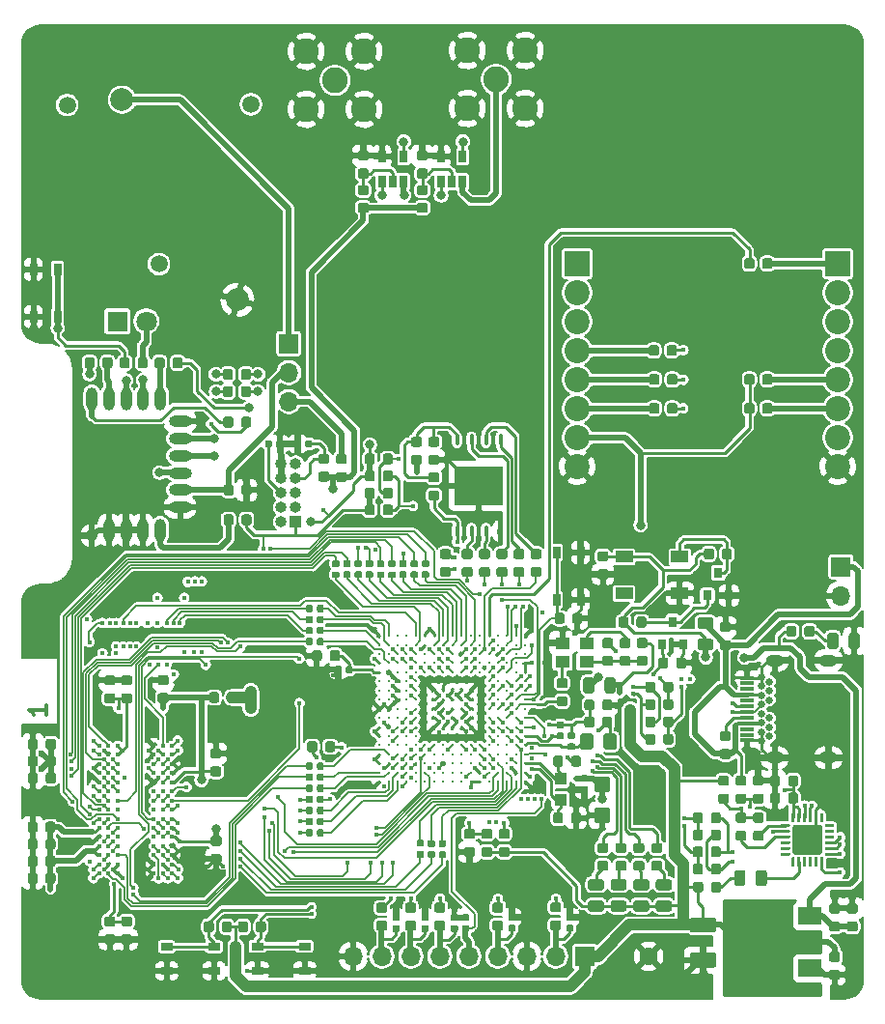
<source format=gbr>
G04 #@! TF.GenerationSoftware,KiCad,Pcbnew,(5.1.5-0-10_14)*
G04 #@! TF.CreationDate,2021-01-28T08:30:45+01:00*
G04 #@! TF.ProjectId,BEASTH7_01,42454153-5448-4375-9f30-312e6b696361,rev?*
G04 #@! TF.SameCoordinates,Original*
G04 #@! TF.FileFunction,Copper,L1,Top*
G04 #@! TF.FilePolarity,Positive*
%FSLAX46Y46*%
G04 Gerber Fmt 4.6, Leading zero omitted, Abs format (unit mm)*
G04 Created by KiCad (PCBNEW (5.1.5-0-10_14)) date 2021-01-28 08:30:45*
%MOMM*%
%LPD*%
G04 APERTURE LIST*
%ADD10C,0.300000*%
%ADD11R,2.200000X2.200000*%
%ADD12C,2.200000*%
%ADD13R,1.200000X0.300000*%
%ADD14C,0.650000*%
%ADD15O,1.600000X1.000000*%
%ADD16R,4.300000X3.400000*%
%ADD17O,0.400000X1.000000*%
%ADD18O,1.000000X1.100000*%
%ADD19O,1.000000X2.000000*%
%ADD20O,2.000000X1.000000*%
%ADD21C,2.250000*%
%ADD22C,0.325000*%
%ADD23C,2.000000*%
%ADD24C,1.500000*%
%ADD25C,0.100000*%
%ADD26R,1.500000X1.000000*%
%ADD27R,1.700000X1.700000*%
%ADD28O,1.700000X1.700000*%
%ADD29C,1.600000*%
%ADD30R,1.000000X1.000000*%
%ADD31O,1.000000X1.000000*%
%ADD32R,0.800000X0.900000*%
%ADD33R,1.050000X0.650000*%
%ADD34R,0.650000X1.050000*%
%ADD35C,0.400000*%
%ADD36R,2.000000X3.800000*%
%ADD37R,2.000000X1.500000*%
%ADD38R,0.650000X1.060000*%
%ADD39R,1.300000X1.100000*%
%ADD40R,1.100000X1.050000*%
%ADD41R,1.800000X1.800000*%
%ADD42C,1.800000*%
%ADD43C,0.450000*%
%ADD44C,0.800000*%
%ADD45C,0.600000*%
%ADD46C,0.500000*%
%ADD47C,0.130000*%
%ADD48C,0.250000*%
%ADD49C,1.000000*%
%ADD50C,0.400000*%
%ADD51C,0.350000*%
%ADD52C,0.254000*%
%ADD53C,0.150000*%
G04 APERTURE END LIST*
D10*
X88978571Y-130412142D02*
X88978571Y-131269285D01*
X88978571Y-130840714D02*
X87478571Y-130840714D01*
X87692857Y-130983571D01*
X87835714Y-131126428D01*
X87907142Y-131269285D01*
D11*
X158430000Y-91719400D03*
D12*
X158430000Y-94259400D03*
X158430000Y-96799400D03*
X158430000Y-99339400D03*
X158430000Y-101879400D03*
X158430000Y-104419400D03*
X158430000Y-106959400D03*
X158430000Y-109499400D03*
X135570000Y-109499400D03*
X135570000Y-106959400D03*
X135570000Y-104419400D03*
X135570000Y-101879400D03*
X135570000Y-99339400D03*
X135570000Y-96799400D03*
X135570000Y-94259400D03*
D11*
X135570000Y-91719400D03*
D13*
X150481400Y-128009200D03*
X150481400Y-128509200D03*
X150481400Y-129009200D03*
X150481400Y-129509200D03*
X150481400Y-130009200D03*
X150481400Y-130509200D03*
X150481400Y-131009200D03*
X150481400Y-131509200D03*
X150481400Y-132009200D03*
X150481400Y-132509200D03*
X150481400Y-133009200D03*
X150481400Y-133509200D03*
D14*
X151731400Y-132759200D03*
X151731400Y-133559200D03*
X152431400Y-133159200D03*
X152431400Y-132359200D03*
X151731400Y-131959200D03*
X152431400Y-131559200D03*
X151731400Y-131159200D03*
X151731400Y-130359200D03*
X152431400Y-129959200D03*
X151731400Y-129559200D03*
X152431400Y-129159200D03*
X151731400Y-128759200D03*
X152431400Y-128359200D03*
X151731400Y-127959200D03*
D15*
X152881400Y-126489200D03*
X152881400Y-135029200D03*
X157611400Y-135029200D03*
X157611400Y-126489200D03*
D16*
X126923800Y-111175800D03*
D17*
X125018800Y-107175800D03*
X126288800Y-107175800D03*
X127558800Y-107175800D03*
X128828800Y-107175800D03*
X128828800Y-115175800D03*
X127558800Y-115175800D03*
X126288800Y-115175800D03*
X125018800Y-115175800D03*
D18*
X92983800Y-115562000D03*
D19*
X94483800Y-115062000D03*
X95983800Y-115062000D03*
X97483800Y-115062000D03*
X98983800Y-115062000D03*
X92983800Y-103562000D03*
D20*
X100733800Y-113062000D03*
X100733800Y-111562000D03*
X100733800Y-110062000D03*
X100733800Y-108562000D03*
X100733800Y-107062000D03*
X100733800Y-105562000D03*
D19*
X98983800Y-103562000D03*
X97483800Y-103562000D03*
X95983800Y-103562000D03*
X94483800Y-103562000D03*
D21*
X111785400Y-78206600D03*
X111785400Y-73126600D03*
X116865400Y-73126600D03*
X116865400Y-78206600D03*
X114325400Y-75666600D03*
X125920000Y-78130400D03*
X125920000Y-73050400D03*
X131000000Y-73050400D03*
X131000000Y-78130400D03*
X128460000Y-75590400D03*
D22*
X131012400Y-137133800D03*
X130212400Y-137133800D03*
X129412400Y-137133800D03*
X128612400Y-137133800D03*
X127812400Y-137133800D03*
X127012400Y-137133800D03*
X126212400Y-137133800D03*
X125412400Y-137133800D03*
X124612400Y-137133800D03*
X123812400Y-137133800D03*
X123012400Y-137133800D03*
X122212400Y-137133800D03*
X121412400Y-137133800D03*
X120612400Y-137133800D03*
X119812400Y-137133800D03*
X119012400Y-137133800D03*
X118212400Y-137133800D03*
X131012400Y-136333800D03*
X130212400Y-136333800D03*
X129412400Y-136333800D03*
X128612400Y-136333800D03*
X127812400Y-136333800D03*
X127012400Y-136333800D03*
X126212400Y-136333800D03*
X125412400Y-136333800D03*
X124612400Y-136333800D03*
X123812400Y-136333800D03*
X123012400Y-136333800D03*
X122212400Y-136333800D03*
X121412400Y-136333800D03*
X120612400Y-136333800D03*
X119812400Y-136333800D03*
X119012400Y-136333800D03*
X118212400Y-136333800D03*
X131012400Y-135533800D03*
X130212400Y-135533800D03*
X129412400Y-135533800D03*
X128612400Y-135533800D03*
X127812400Y-135533800D03*
X127012400Y-135533800D03*
X126212400Y-135533800D03*
X125412400Y-135533800D03*
X124612400Y-135533800D03*
X123812400Y-135533800D03*
X123012400Y-135533800D03*
X122212400Y-135533800D03*
X121412400Y-135533800D03*
X120612400Y-135533800D03*
X119812400Y-135533800D03*
X119012400Y-135533800D03*
X118212400Y-135533800D03*
X131012400Y-134733800D03*
X130212400Y-134733800D03*
X129412400Y-134733800D03*
X128612400Y-134733800D03*
X127812400Y-134733800D03*
X127012400Y-134733800D03*
X126212400Y-134733800D03*
X125412400Y-134733800D03*
X124612400Y-134733800D03*
X123812400Y-134733800D03*
X123012400Y-134733800D03*
X122212400Y-134733800D03*
X121412400Y-134733800D03*
X120612400Y-134733800D03*
X119812400Y-134733800D03*
X119012400Y-134733800D03*
X118212400Y-134733800D03*
X131012400Y-133933800D03*
X130212400Y-133933800D03*
X129412400Y-133933800D03*
X128612400Y-133933800D03*
X127812400Y-133933800D03*
X127012400Y-133933800D03*
X126212400Y-133933800D03*
X125412400Y-133933800D03*
X124612400Y-133933800D03*
X123812400Y-133933800D03*
X123012400Y-133933800D03*
X122212400Y-133933800D03*
X121412400Y-133933800D03*
X120612400Y-133933800D03*
X119812400Y-133933800D03*
X119012400Y-133933800D03*
X118212400Y-133933800D03*
X131012400Y-133133800D03*
X130212400Y-133133800D03*
X129412400Y-133133800D03*
X128612400Y-133133800D03*
X127812400Y-133133800D03*
X121412400Y-133133800D03*
X120612400Y-133133800D03*
X119812400Y-133133800D03*
X119012400Y-133133800D03*
X118212400Y-133133800D03*
X131012400Y-132333800D03*
X130212400Y-132333800D03*
X129412400Y-132333800D03*
X128612400Y-132333800D03*
X127812400Y-132333800D03*
X126212400Y-132333800D03*
X125412400Y-132333800D03*
X124612400Y-132333800D03*
X123812400Y-132333800D03*
X123012400Y-132333800D03*
X121412400Y-132333800D03*
X120612400Y-132333800D03*
X119812400Y-132333800D03*
X119012400Y-132333800D03*
X118212400Y-132333800D03*
X131012400Y-131533800D03*
X130212400Y-131533800D03*
X129412400Y-131533800D03*
X128612400Y-131533800D03*
X127812400Y-131533800D03*
X126212400Y-131533800D03*
X125412400Y-131533800D03*
X124612400Y-131533800D03*
X123812400Y-131533800D03*
X123012400Y-131533800D03*
X121412400Y-131533800D03*
X120612400Y-131533800D03*
X119812400Y-131533800D03*
X119012400Y-131533800D03*
X118212400Y-131533800D03*
X131012400Y-130733800D03*
X130212400Y-130733800D03*
X129412400Y-130733800D03*
X128612400Y-130733800D03*
X127812400Y-130733800D03*
X126212400Y-130733800D03*
X125412400Y-130733800D03*
X124612400Y-130733800D03*
X123812400Y-130733800D03*
X123012400Y-130733800D03*
X121412400Y-130733800D03*
X120612400Y-130733800D03*
X119812400Y-130733800D03*
X119012400Y-130733800D03*
X118212400Y-130733800D03*
X131012400Y-129933800D03*
X130212400Y-129933800D03*
X129412400Y-129933800D03*
X128612400Y-129933800D03*
X127812400Y-129933800D03*
X126212400Y-129933800D03*
X125412400Y-129933800D03*
X124612400Y-129933800D03*
X123812400Y-129933800D03*
X123012400Y-129933800D03*
X121412400Y-129933800D03*
X120612400Y-129933800D03*
X119812400Y-129933800D03*
X119012400Y-129933800D03*
X118212400Y-129933800D03*
X131012400Y-129133800D03*
X130212400Y-129133800D03*
X129412400Y-129133800D03*
X128612400Y-129133800D03*
X127812400Y-129133800D03*
X126212400Y-129133800D03*
X125412400Y-129133800D03*
X124612400Y-129133800D03*
X123812400Y-129133800D03*
X123012400Y-129133800D03*
X121412400Y-129133800D03*
X120612400Y-129133800D03*
X119812400Y-129133800D03*
X119012400Y-129133800D03*
X118212400Y-129133800D03*
X131012400Y-128333800D03*
X130212400Y-128333800D03*
X129412400Y-128333800D03*
X128612400Y-128333800D03*
X127812400Y-128333800D03*
X121412400Y-128333800D03*
X120612400Y-128333800D03*
X119812400Y-128333800D03*
X119012400Y-128333800D03*
X118212400Y-128333800D03*
X131012400Y-127533800D03*
X130212400Y-127533800D03*
X129412400Y-127533800D03*
X128612400Y-127533800D03*
X127812400Y-127533800D03*
X127012400Y-127533800D03*
X126212400Y-127533800D03*
X125412400Y-127533800D03*
X124612400Y-127533800D03*
X123812400Y-127533800D03*
X123012400Y-127533800D03*
X122212400Y-127533800D03*
X121412400Y-127533800D03*
X120612400Y-127533800D03*
X119812400Y-127533800D03*
X119012400Y-127533800D03*
X118212400Y-127533800D03*
X131012400Y-126733800D03*
X130212400Y-126733800D03*
X129412400Y-126733800D03*
X128612400Y-126733800D03*
X127812400Y-126733800D03*
X127012400Y-126733800D03*
X126212400Y-126733800D03*
X125412400Y-126733800D03*
X124612400Y-126733800D03*
X123812400Y-126733800D03*
X123012400Y-126733800D03*
X122212400Y-126733800D03*
X121412400Y-126733800D03*
X120612400Y-126733800D03*
X119812400Y-126733800D03*
X119012400Y-126733800D03*
X118212400Y-126733800D03*
X131012400Y-125933800D03*
X130212400Y-125933800D03*
X129412400Y-125933800D03*
X128612400Y-125933800D03*
X127812400Y-125933800D03*
X127012400Y-125933800D03*
X126212400Y-125933800D03*
X125412400Y-125933800D03*
X124612400Y-125933800D03*
X123812400Y-125933800D03*
X123012400Y-125933800D03*
X122212400Y-125933800D03*
X121412400Y-125933800D03*
X120612400Y-125933800D03*
X119812400Y-125933800D03*
X119012400Y-125933800D03*
X118212400Y-125933800D03*
X131012400Y-125133800D03*
X130212400Y-125133800D03*
X129412400Y-125133800D03*
X128612400Y-125133800D03*
X127812400Y-125133800D03*
X127012400Y-125133800D03*
X126212400Y-125133800D03*
X125412400Y-125133800D03*
X124612400Y-125133800D03*
X123812400Y-125133800D03*
X123012400Y-125133800D03*
X122212400Y-125133800D03*
X121412400Y-125133800D03*
X120612400Y-125133800D03*
X119812400Y-125133800D03*
X119012400Y-125133800D03*
X118212400Y-125133800D03*
X131012400Y-124333800D03*
X130212400Y-124333800D03*
X129412400Y-124333800D03*
X128612400Y-124333800D03*
X127812400Y-124333800D03*
X127012400Y-124333800D03*
X126212400Y-124333800D03*
X125412400Y-124333800D03*
X124612400Y-124333800D03*
X123812400Y-124333800D03*
X123012400Y-124333800D03*
X122212400Y-124333800D03*
X121412400Y-124333800D03*
X120612400Y-124333800D03*
X119812400Y-124333800D03*
X119012400Y-124333800D03*
X118212400Y-124333800D03*
D23*
X95628200Y-77353848D03*
X105753200Y-94890862D03*
D24*
X106942044Y-77750000D03*
X90817688Y-77821797D03*
X98867688Y-91764806D03*
G04 #@! TA.AperFunction,SMDPad,CuDef*
D25*
G36*
X135698491Y-139835653D02*
G01*
X135719726Y-139838803D01*
X135740550Y-139844019D01*
X135760762Y-139851251D01*
X135780168Y-139860430D01*
X135798581Y-139871466D01*
X135815824Y-139884254D01*
X135831730Y-139898670D01*
X135846146Y-139914576D01*
X135858934Y-139931819D01*
X135869970Y-139950232D01*
X135879149Y-139969638D01*
X135886381Y-139989850D01*
X135891597Y-140010674D01*
X135894747Y-140031909D01*
X135895800Y-140053350D01*
X135895800Y-140565850D01*
X135894747Y-140587291D01*
X135891597Y-140608526D01*
X135886381Y-140629350D01*
X135879149Y-140649562D01*
X135869970Y-140668968D01*
X135858934Y-140687381D01*
X135846146Y-140704624D01*
X135831730Y-140720530D01*
X135815824Y-140734946D01*
X135798581Y-140747734D01*
X135780168Y-140758770D01*
X135760762Y-140767949D01*
X135740550Y-140775181D01*
X135719726Y-140780397D01*
X135698491Y-140783547D01*
X135677050Y-140784600D01*
X135239550Y-140784600D01*
X135218109Y-140783547D01*
X135196874Y-140780397D01*
X135176050Y-140775181D01*
X135155838Y-140767949D01*
X135136432Y-140758770D01*
X135118019Y-140747734D01*
X135100776Y-140734946D01*
X135084870Y-140720530D01*
X135070454Y-140704624D01*
X135057666Y-140687381D01*
X135046630Y-140668968D01*
X135037451Y-140649562D01*
X135030219Y-140629350D01*
X135025003Y-140608526D01*
X135021853Y-140587291D01*
X135020800Y-140565850D01*
X135020800Y-140053350D01*
X135021853Y-140031909D01*
X135025003Y-140010674D01*
X135030219Y-139989850D01*
X135037451Y-139969638D01*
X135046630Y-139950232D01*
X135057666Y-139931819D01*
X135070454Y-139914576D01*
X135084870Y-139898670D01*
X135100776Y-139884254D01*
X135118019Y-139871466D01*
X135136432Y-139860430D01*
X135155838Y-139851251D01*
X135176050Y-139844019D01*
X135196874Y-139838803D01*
X135218109Y-139835653D01*
X135239550Y-139834600D01*
X135677050Y-139834600D01*
X135698491Y-139835653D01*
G37*
G04 #@! TD.AperFunction*
G04 #@! TA.AperFunction,SMDPad,CuDef*
G36*
X134123491Y-139835653D02*
G01*
X134144726Y-139838803D01*
X134165550Y-139844019D01*
X134185762Y-139851251D01*
X134205168Y-139860430D01*
X134223581Y-139871466D01*
X134240824Y-139884254D01*
X134256730Y-139898670D01*
X134271146Y-139914576D01*
X134283934Y-139931819D01*
X134294970Y-139950232D01*
X134304149Y-139969638D01*
X134311381Y-139989850D01*
X134316597Y-140010674D01*
X134319747Y-140031909D01*
X134320800Y-140053350D01*
X134320800Y-140565850D01*
X134319747Y-140587291D01*
X134316597Y-140608526D01*
X134311381Y-140629350D01*
X134304149Y-140649562D01*
X134294970Y-140668968D01*
X134283934Y-140687381D01*
X134271146Y-140704624D01*
X134256730Y-140720530D01*
X134240824Y-140734946D01*
X134223581Y-140747734D01*
X134205168Y-140758770D01*
X134185762Y-140767949D01*
X134165550Y-140775181D01*
X134144726Y-140780397D01*
X134123491Y-140783547D01*
X134102050Y-140784600D01*
X133664550Y-140784600D01*
X133643109Y-140783547D01*
X133621874Y-140780397D01*
X133601050Y-140775181D01*
X133580838Y-140767949D01*
X133561432Y-140758770D01*
X133543019Y-140747734D01*
X133525776Y-140734946D01*
X133509870Y-140720530D01*
X133495454Y-140704624D01*
X133482666Y-140687381D01*
X133471630Y-140668968D01*
X133462451Y-140649562D01*
X133455219Y-140629350D01*
X133450003Y-140608526D01*
X133446853Y-140587291D01*
X133445800Y-140565850D01*
X133445800Y-140053350D01*
X133446853Y-140031909D01*
X133450003Y-140010674D01*
X133455219Y-139989850D01*
X133462451Y-139969638D01*
X133471630Y-139950232D01*
X133482666Y-139931819D01*
X133495454Y-139914576D01*
X133509870Y-139898670D01*
X133525776Y-139884254D01*
X133543019Y-139871466D01*
X133561432Y-139860430D01*
X133580838Y-139851251D01*
X133601050Y-139844019D01*
X133621874Y-139838803D01*
X133643109Y-139835653D01*
X133664550Y-139834600D01*
X134102050Y-139834600D01*
X134123491Y-139835653D01*
G37*
G04 #@! TD.AperFunction*
G04 #@! TA.AperFunction,SMDPad,CuDef*
G36*
X134123491Y-134857253D02*
G01*
X134144726Y-134860403D01*
X134165550Y-134865619D01*
X134185762Y-134872851D01*
X134205168Y-134882030D01*
X134223581Y-134893066D01*
X134240824Y-134905854D01*
X134256730Y-134920270D01*
X134271146Y-134936176D01*
X134283934Y-134953419D01*
X134294970Y-134971832D01*
X134304149Y-134991238D01*
X134311381Y-135011450D01*
X134316597Y-135032274D01*
X134319747Y-135053509D01*
X134320800Y-135074950D01*
X134320800Y-135587450D01*
X134319747Y-135608891D01*
X134316597Y-135630126D01*
X134311381Y-135650950D01*
X134304149Y-135671162D01*
X134294970Y-135690568D01*
X134283934Y-135708981D01*
X134271146Y-135726224D01*
X134256730Y-135742130D01*
X134240824Y-135756546D01*
X134223581Y-135769334D01*
X134205168Y-135780370D01*
X134185762Y-135789549D01*
X134165550Y-135796781D01*
X134144726Y-135801997D01*
X134123491Y-135805147D01*
X134102050Y-135806200D01*
X133664550Y-135806200D01*
X133643109Y-135805147D01*
X133621874Y-135801997D01*
X133601050Y-135796781D01*
X133580838Y-135789549D01*
X133561432Y-135780370D01*
X133543019Y-135769334D01*
X133525776Y-135756546D01*
X133509870Y-135742130D01*
X133495454Y-135726224D01*
X133482666Y-135708981D01*
X133471630Y-135690568D01*
X133462451Y-135671162D01*
X133455219Y-135650950D01*
X133450003Y-135630126D01*
X133446853Y-135608891D01*
X133445800Y-135587450D01*
X133445800Y-135074950D01*
X133446853Y-135053509D01*
X133450003Y-135032274D01*
X133455219Y-135011450D01*
X133462451Y-134991238D01*
X133471630Y-134971832D01*
X133482666Y-134953419D01*
X133495454Y-134936176D01*
X133509870Y-134920270D01*
X133525776Y-134905854D01*
X133543019Y-134893066D01*
X133561432Y-134882030D01*
X133580838Y-134872851D01*
X133601050Y-134865619D01*
X133621874Y-134860403D01*
X133643109Y-134857253D01*
X133664550Y-134856200D01*
X134102050Y-134856200D01*
X134123491Y-134857253D01*
G37*
G04 #@! TD.AperFunction*
G04 #@! TA.AperFunction,SMDPad,CuDef*
G36*
X135698491Y-134857253D02*
G01*
X135719726Y-134860403D01*
X135740550Y-134865619D01*
X135760762Y-134872851D01*
X135780168Y-134882030D01*
X135798581Y-134893066D01*
X135815824Y-134905854D01*
X135831730Y-134920270D01*
X135846146Y-134936176D01*
X135858934Y-134953419D01*
X135869970Y-134971832D01*
X135879149Y-134991238D01*
X135886381Y-135011450D01*
X135891597Y-135032274D01*
X135894747Y-135053509D01*
X135895800Y-135074950D01*
X135895800Y-135587450D01*
X135894747Y-135608891D01*
X135891597Y-135630126D01*
X135886381Y-135650950D01*
X135879149Y-135671162D01*
X135869970Y-135690568D01*
X135858934Y-135708981D01*
X135846146Y-135726224D01*
X135831730Y-135742130D01*
X135815824Y-135756546D01*
X135798581Y-135769334D01*
X135780168Y-135780370D01*
X135760762Y-135789549D01*
X135740550Y-135796781D01*
X135719726Y-135801997D01*
X135698491Y-135805147D01*
X135677050Y-135806200D01*
X135239550Y-135806200D01*
X135218109Y-135805147D01*
X135196874Y-135801997D01*
X135176050Y-135796781D01*
X135155838Y-135789549D01*
X135136432Y-135780370D01*
X135118019Y-135769334D01*
X135100776Y-135756546D01*
X135084870Y-135742130D01*
X135070454Y-135726224D01*
X135057666Y-135708981D01*
X135046630Y-135690568D01*
X135037451Y-135671162D01*
X135030219Y-135650950D01*
X135025003Y-135630126D01*
X135021853Y-135608891D01*
X135020800Y-135587450D01*
X135020800Y-135074950D01*
X135021853Y-135053509D01*
X135025003Y-135032274D01*
X135030219Y-135011450D01*
X135037451Y-134991238D01*
X135046630Y-134971832D01*
X135057666Y-134953419D01*
X135070454Y-134936176D01*
X135084870Y-134920270D01*
X135100776Y-134905854D01*
X135118019Y-134893066D01*
X135136432Y-134882030D01*
X135155838Y-134872851D01*
X135176050Y-134865619D01*
X135196874Y-134860403D01*
X135218109Y-134857253D01*
X135239550Y-134856200D01*
X135677050Y-134856200D01*
X135698491Y-134857253D01*
G37*
G04 #@! TD.AperFunction*
G04 #@! TA.AperFunction,SMDPad,CuDef*
G36*
X138504491Y-124531453D02*
G01*
X138525726Y-124534603D01*
X138546550Y-124539819D01*
X138566762Y-124547051D01*
X138586168Y-124556230D01*
X138604581Y-124567266D01*
X138621824Y-124580054D01*
X138637730Y-124594470D01*
X138652146Y-124610376D01*
X138664934Y-124627619D01*
X138675970Y-124646032D01*
X138685149Y-124665438D01*
X138692381Y-124685650D01*
X138697597Y-124706474D01*
X138700747Y-124727709D01*
X138701800Y-124749150D01*
X138701800Y-125186650D01*
X138700747Y-125208091D01*
X138697597Y-125229326D01*
X138692381Y-125250150D01*
X138685149Y-125270362D01*
X138675970Y-125289768D01*
X138664934Y-125308181D01*
X138652146Y-125325424D01*
X138637730Y-125341330D01*
X138621824Y-125355746D01*
X138604581Y-125368534D01*
X138586168Y-125379570D01*
X138566762Y-125388749D01*
X138546550Y-125395981D01*
X138525726Y-125401197D01*
X138504491Y-125404347D01*
X138483050Y-125405400D01*
X137970550Y-125405400D01*
X137949109Y-125404347D01*
X137927874Y-125401197D01*
X137907050Y-125395981D01*
X137886838Y-125388749D01*
X137867432Y-125379570D01*
X137849019Y-125368534D01*
X137831776Y-125355746D01*
X137815870Y-125341330D01*
X137801454Y-125325424D01*
X137788666Y-125308181D01*
X137777630Y-125289768D01*
X137768451Y-125270362D01*
X137761219Y-125250150D01*
X137756003Y-125229326D01*
X137752853Y-125208091D01*
X137751800Y-125186650D01*
X137751800Y-124749150D01*
X137752853Y-124727709D01*
X137756003Y-124706474D01*
X137761219Y-124685650D01*
X137768451Y-124665438D01*
X137777630Y-124646032D01*
X137788666Y-124627619D01*
X137801454Y-124610376D01*
X137815870Y-124594470D01*
X137831776Y-124580054D01*
X137849019Y-124567266D01*
X137867432Y-124556230D01*
X137886838Y-124547051D01*
X137907050Y-124539819D01*
X137927874Y-124534603D01*
X137949109Y-124531453D01*
X137970550Y-124530400D01*
X138483050Y-124530400D01*
X138504491Y-124531453D01*
G37*
G04 #@! TD.AperFunction*
G04 #@! TA.AperFunction,SMDPad,CuDef*
G36*
X138504491Y-126106453D02*
G01*
X138525726Y-126109603D01*
X138546550Y-126114819D01*
X138566762Y-126122051D01*
X138586168Y-126131230D01*
X138604581Y-126142266D01*
X138621824Y-126155054D01*
X138637730Y-126169470D01*
X138652146Y-126185376D01*
X138664934Y-126202619D01*
X138675970Y-126221032D01*
X138685149Y-126240438D01*
X138692381Y-126260650D01*
X138697597Y-126281474D01*
X138700747Y-126302709D01*
X138701800Y-126324150D01*
X138701800Y-126761650D01*
X138700747Y-126783091D01*
X138697597Y-126804326D01*
X138692381Y-126825150D01*
X138685149Y-126845362D01*
X138675970Y-126864768D01*
X138664934Y-126883181D01*
X138652146Y-126900424D01*
X138637730Y-126916330D01*
X138621824Y-126930746D01*
X138604581Y-126943534D01*
X138586168Y-126954570D01*
X138566762Y-126963749D01*
X138546550Y-126970981D01*
X138525726Y-126976197D01*
X138504491Y-126979347D01*
X138483050Y-126980400D01*
X137970550Y-126980400D01*
X137949109Y-126979347D01*
X137927874Y-126976197D01*
X137907050Y-126970981D01*
X137886838Y-126963749D01*
X137867432Y-126954570D01*
X137849019Y-126943534D01*
X137831776Y-126930746D01*
X137815870Y-126916330D01*
X137801454Y-126900424D01*
X137788666Y-126883181D01*
X137777630Y-126864768D01*
X137768451Y-126845362D01*
X137761219Y-126825150D01*
X137756003Y-126804326D01*
X137752853Y-126783091D01*
X137751800Y-126761650D01*
X137751800Y-126324150D01*
X137752853Y-126302709D01*
X137756003Y-126281474D01*
X137761219Y-126260650D01*
X137768451Y-126240438D01*
X137777630Y-126221032D01*
X137788666Y-126202619D01*
X137801454Y-126185376D01*
X137815870Y-126169470D01*
X137831776Y-126155054D01*
X137849019Y-126142266D01*
X137867432Y-126131230D01*
X137886838Y-126122051D01*
X137907050Y-126114819D01*
X137927874Y-126109603D01*
X137949109Y-126106453D01*
X137970550Y-126105400D01*
X138483050Y-126105400D01*
X138504491Y-126106453D01*
G37*
G04 #@! TD.AperFunction*
G04 #@! TA.AperFunction,SMDPad,CuDef*
G36*
X138098091Y-118511853D02*
G01*
X138119326Y-118515003D01*
X138140150Y-118520219D01*
X138160362Y-118527451D01*
X138179768Y-118536630D01*
X138198181Y-118547666D01*
X138215424Y-118560454D01*
X138231330Y-118574870D01*
X138245746Y-118590776D01*
X138258534Y-118608019D01*
X138269570Y-118626432D01*
X138278749Y-118645838D01*
X138285981Y-118666050D01*
X138291197Y-118686874D01*
X138294347Y-118708109D01*
X138295400Y-118729550D01*
X138295400Y-119167050D01*
X138294347Y-119188491D01*
X138291197Y-119209726D01*
X138285981Y-119230550D01*
X138278749Y-119250762D01*
X138269570Y-119270168D01*
X138258534Y-119288581D01*
X138245746Y-119305824D01*
X138231330Y-119321730D01*
X138215424Y-119336146D01*
X138198181Y-119348934D01*
X138179768Y-119359970D01*
X138160362Y-119369149D01*
X138140150Y-119376381D01*
X138119326Y-119381597D01*
X138098091Y-119384747D01*
X138076650Y-119385800D01*
X137564150Y-119385800D01*
X137542709Y-119384747D01*
X137521474Y-119381597D01*
X137500650Y-119376381D01*
X137480438Y-119369149D01*
X137461032Y-119359970D01*
X137442619Y-119348934D01*
X137425376Y-119336146D01*
X137409470Y-119321730D01*
X137395054Y-119305824D01*
X137382266Y-119288581D01*
X137371230Y-119270168D01*
X137362051Y-119250762D01*
X137354819Y-119230550D01*
X137349603Y-119209726D01*
X137346453Y-119188491D01*
X137345400Y-119167050D01*
X137345400Y-118729550D01*
X137346453Y-118708109D01*
X137349603Y-118686874D01*
X137354819Y-118666050D01*
X137362051Y-118645838D01*
X137371230Y-118626432D01*
X137382266Y-118608019D01*
X137395054Y-118590776D01*
X137409470Y-118574870D01*
X137425376Y-118560454D01*
X137442619Y-118547666D01*
X137461032Y-118536630D01*
X137480438Y-118527451D01*
X137500650Y-118520219D01*
X137521474Y-118515003D01*
X137542709Y-118511853D01*
X137564150Y-118510800D01*
X138076650Y-118510800D01*
X138098091Y-118511853D01*
G37*
G04 #@! TD.AperFunction*
G04 #@! TA.AperFunction,SMDPad,CuDef*
G36*
X138098091Y-116936853D02*
G01*
X138119326Y-116940003D01*
X138140150Y-116945219D01*
X138160362Y-116952451D01*
X138179768Y-116961630D01*
X138198181Y-116972666D01*
X138215424Y-116985454D01*
X138231330Y-116999870D01*
X138245746Y-117015776D01*
X138258534Y-117033019D01*
X138269570Y-117051432D01*
X138278749Y-117070838D01*
X138285981Y-117091050D01*
X138291197Y-117111874D01*
X138294347Y-117133109D01*
X138295400Y-117154550D01*
X138295400Y-117592050D01*
X138294347Y-117613491D01*
X138291197Y-117634726D01*
X138285981Y-117655550D01*
X138278749Y-117675762D01*
X138269570Y-117695168D01*
X138258534Y-117713581D01*
X138245746Y-117730824D01*
X138231330Y-117746730D01*
X138215424Y-117761146D01*
X138198181Y-117773934D01*
X138179768Y-117784970D01*
X138160362Y-117794149D01*
X138140150Y-117801381D01*
X138119326Y-117806597D01*
X138098091Y-117809747D01*
X138076650Y-117810800D01*
X137564150Y-117810800D01*
X137542709Y-117809747D01*
X137521474Y-117806597D01*
X137500650Y-117801381D01*
X137480438Y-117794149D01*
X137461032Y-117784970D01*
X137442619Y-117773934D01*
X137425376Y-117761146D01*
X137409470Y-117746730D01*
X137395054Y-117730824D01*
X137382266Y-117713581D01*
X137371230Y-117695168D01*
X137362051Y-117675762D01*
X137354819Y-117655550D01*
X137349603Y-117634726D01*
X137346453Y-117613491D01*
X137345400Y-117592050D01*
X137345400Y-117154550D01*
X137346453Y-117133109D01*
X137349603Y-117111874D01*
X137354819Y-117091050D01*
X137362051Y-117070838D01*
X137371230Y-117051432D01*
X137382266Y-117033019D01*
X137395054Y-117015776D01*
X137409470Y-116999870D01*
X137425376Y-116985454D01*
X137442619Y-116972666D01*
X137461032Y-116961630D01*
X137480438Y-116952451D01*
X137500650Y-116945219D01*
X137521474Y-116940003D01*
X137542709Y-116936853D01*
X137564150Y-116935800D01*
X138076650Y-116935800D01*
X138098091Y-116936853D01*
G37*
G04 #@! TD.AperFunction*
G04 #@! TA.AperFunction,SMDPad,CuDef*
G36*
X135825591Y-122335053D02*
G01*
X135846826Y-122338203D01*
X135867650Y-122343419D01*
X135887862Y-122350651D01*
X135907268Y-122359830D01*
X135925681Y-122370866D01*
X135942924Y-122383654D01*
X135958830Y-122398070D01*
X135973246Y-122413976D01*
X135986034Y-122431219D01*
X135997070Y-122449632D01*
X136006249Y-122469038D01*
X136013481Y-122489250D01*
X136018697Y-122510074D01*
X136021847Y-122531309D01*
X136022900Y-122552750D01*
X136022900Y-123065250D01*
X136021847Y-123086691D01*
X136018697Y-123107926D01*
X136013481Y-123128750D01*
X136006249Y-123148962D01*
X135997070Y-123168368D01*
X135986034Y-123186781D01*
X135973246Y-123204024D01*
X135958830Y-123219930D01*
X135942924Y-123234346D01*
X135925681Y-123247134D01*
X135907268Y-123258170D01*
X135887862Y-123267349D01*
X135867650Y-123274581D01*
X135846826Y-123279797D01*
X135825591Y-123282947D01*
X135804150Y-123284000D01*
X135366650Y-123284000D01*
X135345209Y-123282947D01*
X135323974Y-123279797D01*
X135303150Y-123274581D01*
X135282938Y-123267349D01*
X135263532Y-123258170D01*
X135245119Y-123247134D01*
X135227876Y-123234346D01*
X135211970Y-123219930D01*
X135197554Y-123204024D01*
X135184766Y-123186781D01*
X135173730Y-123168368D01*
X135164551Y-123148962D01*
X135157319Y-123128750D01*
X135152103Y-123107926D01*
X135148953Y-123086691D01*
X135147900Y-123065250D01*
X135147900Y-122552750D01*
X135148953Y-122531309D01*
X135152103Y-122510074D01*
X135157319Y-122489250D01*
X135164551Y-122469038D01*
X135173730Y-122449632D01*
X135184766Y-122431219D01*
X135197554Y-122413976D01*
X135211970Y-122398070D01*
X135227876Y-122383654D01*
X135245119Y-122370866D01*
X135263532Y-122359830D01*
X135282938Y-122350651D01*
X135303150Y-122343419D01*
X135323974Y-122338203D01*
X135345209Y-122335053D01*
X135366650Y-122334000D01*
X135804150Y-122334000D01*
X135825591Y-122335053D01*
G37*
G04 #@! TD.AperFunction*
G04 #@! TA.AperFunction,SMDPad,CuDef*
G36*
X134250591Y-122335053D02*
G01*
X134271826Y-122338203D01*
X134292650Y-122343419D01*
X134312862Y-122350651D01*
X134332268Y-122359830D01*
X134350681Y-122370866D01*
X134367924Y-122383654D01*
X134383830Y-122398070D01*
X134398246Y-122413976D01*
X134411034Y-122431219D01*
X134422070Y-122449632D01*
X134431249Y-122469038D01*
X134438481Y-122489250D01*
X134443697Y-122510074D01*
X134446847Y-122531309D01*
X134447900Y-122552750D01*
X134447900Y-123065250D01*
X134446847Y-123086691D01*
X134443697Y-123107926D01*
X134438481Y-123128750D01*
X134431249Y-123148962D01*
X134422070Y-123168368D01*
X134411034Y-123186781D01*
X134398246Y-123204024D01*
X134383830Y-123219930D01*
X134367924Y-123234346D01*
X134350681Y-123247134D01*
X134332268Y-123258170D01*
X134312862Y-123267349D01*
X134292650Y-123274581D01*
X134271826Y-123279797D01*
X134250591Y-123282947D01*
X134229150Y-123284000D01*
X133791650Y-123284000D01*
X133770209Y-123282947D01*
X133748974Y-123279797D01*
X133728150Y-123274581D01*
X133707938Y-123267349D01*
X133688532Y-123258170D01*
X133670119Y-123247134D01*
X133652876Y-123234346D01*
X133636970Y-123219930D01*
X133622554Y-123204024D01*
X133609766Y-123186781D01*
X133598730Y-123168368D01*
X133589551Y-123148962D01*
X133582319Y-123128750D01*
X133577103Y-123107926D01*
X133573953Y-123086691D01*
X133572900Y-123065250D01*
X133572900Y-122552750D01*
X133573953Y-122531309D01*
X133577103Y-122510074D01*
X133582319Y-122489250D01*
X133589551Y-122469038D01*
X133598730Y-122449632D01*
X133609766Y-122431219D01*
X133622554Y-122413976D01*
X133636970Y-122398070D01*
X133652876Y-122383654D01*
X133670119Y-122370866D01*
X133688532Y-122359830D01*
X133707938Y-122350651D01*
X133728150Y-122343419D01*
X133748974Y-122338203D01*
X133770209Y-122335053D01*
X133791650Y-122334000D01*
X134229150Y-122334000D01*
X134250591Y-122335053D01*
G37*
G04 #@! TD.AperFunction*
G04 #@! TA.AperFunction,SMDPad,CuDef*
G36*
X88022491Y-143620253D02*
G01*
X88043726Y-143623403D01*
X88064550Y-143628619D01*
X88084762Y-143635851D01*
X88104168Y-143645030D01*
X88122581Y-143656066D01*
X88139824Y-143668854D01*
X88155730Y-143683270D01*
X88170146Y-143699176D01*
X88182934Y-143716419D01*
X88193970Y-143734832D01*
X88203149Y-143754238D01*
X88210381Y-143774450D01*
X88215597Y-143795274D01*
X88218747Y-143816509D01*
X88219800Y-143837950D01*
X88219800Y-144350450D01*
X88218747Y-144371891D01*
X88215597Y-144393126D01*
X88210381Y-144413950D01*
X88203149Y-144434162D01*
X88193970Y-144453568D01*
X88182934Y-144471981D01*
X88170146Y-144489224D01*
X88155730Y-144505130D01*
X88139824Y-144519546D01*
X88122581Y-144532334D01*
X88104168Y-144543370D01*
X88084762Y-144552549D01*
X88064550Y-144559781D01*
X88043726Y-144564997D01*
X88022491Y-144568147D01*
X88001050Y-144569200D01*
X87563550Y-144569200D01*
X87542109Y-144568147D01*
X87520874Y-144564997D01*
X87500050Y-144559781D01*
X87479838Y-144552549D01*
X87460432Y-144543370D01*
X87442019Y-144532334D01*
X87424776Y-144519546D01*
X87408870Y-144505130D01*
X87394454Y-144489224D01*
X87381666Y-144471981D01*
X87370630Y-144453568D01*
X87361451Y-144434162D01*
X87354219Y-144413950D01*
X87349003Y-144393126D01*
X87345853Y-144371891D01*
X87344800Y-144350450D01*
X87344800Y-143837950D01*
X87345853Y-143816509D01*
X87349003Y-143795274D01*
X87354219Y-143774450D01*
X87361451Y-143754238D01*
X87370630Y-143734832D01*
X87381666Y-143716419D01*
X87394454Y-143699176D01*
X87408870Y-143683270D01*
X87424776Y-143668854D01*
X87442019Y-143656066D01*
X87460432Y-143645030D01*
X87479838Y-143635851D01*
X87500050Y-143628619D01*
X87520874Y-143623403D01*
X87542109Y-143620253D01*
X87563550Y-143619200D01*
X88001050Y-143619200D01*
X88022491Y-143620253D01*
G37*
G04 #@! TD.AperFunction*
G04 #@! TA.AperFunction,SMDPad,CuDef*
G36*
X89597491Y-143620253D02*
G01*
X89618726Y-143623403D01*
X89639550Y-143628619D01*
X89659762Y-143635851D01*
X89679168Y-143645030D01*
X89697581Y-143656066D01*
X89714824Y-143668854D01*
X89730730Y-143683270D01*
X89745146Y-143699176D01*
X89757934Y-143716419D01*
X89768970Y-143734832D01*
X89778149Y-143754238D01*
X89785381Y-143774450D01*
X89790597Y-143795274D01*
X89793747Y-143816509D01*
X89794800Y-143837950D01*
X89794800Y-144350450D01*
X89793747Y-144371891D01*
X89790597Y-144393126D01*
X89785381Y-144413950D01*
X89778149Y-144434162D01*
X89768970Y-144453568D01*
X89757934Y-144471981D01*
X89745146Y-144489224D01*
X89730730Y-144505130D01*
X89714824Y-144519546D01*
X89697581Y-144532334D01*
X89679168Y-144543370D01*
X89659762Y-144552549D01*
X89639550Y-144559781D01*
X89618726Y-144564997D01*
X89597491Y-144568147D01*
X89576050Y-144569200D01*
X89138550Y-144569200D01*
X89117109Y-144568147D01*
X89095874Y-144564997D01*
X89075050Y-144559781D01*
X89054838Y-144552549D01*
X89035432Y-144543370D01*
X89017019Y-144532334D01*
X88999776Y-144519546D01*
X88983870Y-144505130D01*
X88969454Y-144489224D01*
X88956666Y-144471981D01*
X88945630Y-144453568D01*
X88936451Y-144434162D01*
X88929219Y-144413950D01*
X88924003Y-144393126D01*
X88920853Y-144371891D01*
X88919800Y-144350450D01*
X88919800Y-143837950D01*
X88920853Y-143816509D01*
X88924003Y-143795274D01*
X88929219Y-143774450D01*
X88936451Y-143754238D01*
X88945630Y-143734832D01*
X88956666Y-143716419D01*
X88969454Y-143699176D01*
X88983870Y-143683270D01*
X88999776Y-143668854D01*
X89017019Y-143656066D01*
X89035432Y-143645030D01*
X89054838Y-143635851D01*
X89075050Y-143628619D01*
X89095874Y-143623403D01*
X89117109Y-143620253D01*
X89138550Y-143619200D01*
X89576050Y-143619200D01*
X89597491Y-143620253D01*
G37*
G04 #@! TD.AperFunction*
G04 #@! TA.AperFunction,SMDPad,CuDef*
G36*
X89597491Y-142121653D02*
G01*
X89618726Y-142124803D01*
X89639550Y-142130019D01*
X89659762Y-142137251D01*
X89679168Y-142146430D01*
X89697581Y-142157466D01*
X89714824Y-142170254D01*
X89730730Y-142184670D01*
X89745146Y-142200576D01*
X89757934Y-142217819D01*
X89768970Y-142236232D01*
X89778149Y-142255638D01*
X89785381Y-142275850D01*
X89790597Y-142296674D01*
X89793747Y-142317909D01*
X89794800Y-142339350D01*
X89794800Y-142851850D01*
X89793747Y-142873291D01*
X89790597Y-142894526D01*
X89785381Y-142915350D01*
X89778149Y-142935562D01*
X89768970Y-142954968D01*
X89757934Y-142973381D01*
X89745146Y-142990624D01*
X89730730Y-143006530D01*
X89714824Y-143020946D01*
X89697581Y-143033734D01*
X89679168Y-143044770D01*
X89659762Y-143053949D01*
X89639550Y-143061181D01*
X89618726Y-143066397D01*
X89597491Y-143069547D01*
X89576050Y-143070600D01*
X89138550Y-143070600D01*
X89117109Y-143069547D01*
X89095874Y-143066397D01*
X89075050Y-143061181D01*
X89054838Y-143053949D01*
X89035432Y-143044770D01*
X89017019Y-143033734D01*
X88999776Y-143020946D01*
X88983870Y-143006530D01*
X88969454Y-142990624D01*
X88956666Y-142973381D01*
X88945630Y-142954968D01*
X88936451Y-142935562D01*
X88929219Y-142915350D01*
X88924003Y-142894526D01*
X88920853Y-142873291D01*
X88919800Y-142851850D01*
X88919800Y-142339350D01*
X88920853Y-142317909D01*
X88924003Y-142296674D01*
X88929219Y-142275850D01*
X88936451Y-142255638D01*
X88945630Y-142236232D01*
X88956666Y-142217819D01*
X88969454Y-142200576D01*
X88983870Y-142184670D01*
X88999776Y-142170254D01*
X89017019Y-142157466D01*
X89035432Y-142146430D01*
X89054838Y-142137251D01*
X89075050Y-142130019D01*
X89095874Y-142124803D01*
X89117109Y-142121653D01*
X89138550Y-142120600D01*
X89576050Y-142120600D01*
X89597491Y-142121653D01*
G37*
G04 #@! TD.AperFunction*
G04 #@! TA.AperFunction,SMDPad,CuDef*
G36*
X88022491Y-142121653D02*
G01*
X88043726Y-142124803D01*
X88064550Y-142130019D01*
X88084762Y-142137251D01*
X88104168Y-142146430D01*
X88122581Y-142157466D01*
X88139824Y-142170254D01*
X88155730Y-142184670D01*
X88170146Y-142200576D01*
X88182934Y-142217819D01*
X88193970Y-142236232D01*
X88203149Y-142255638D01*
X88210381Y-142275850D01*
X88215597Y-142296674D01*
X88218747Y-142317909D01*
X88219800Y-142339350D01*
X88219800Y-142851850D01*
X88218747Y-142873291D01*
X88215597Y-142894526D01*
X88210381Y-142915350D01*
X88203149Y-142935562D01*
X88193970Y-142954968D01*
X88182934Y-142973381D01*
X88170146Y-142990624D01*
X88155730Y-143006530D01*
X88139824Y-143020946D01*
X88122581Y-143033734D01*
X88104168Y-143044770D01*
X88084762Y-143053949D01*
X88064550Y-143061181D01*
X88043726Y-143066397D01*
X88022491Y-143069547D01*
X88001050Y-143070600D01*
X87563550Y-143070600D01*
X87542109Y-143069547D01*
X87520874Y-143066397D01*
X87500050Y-143061181D01*
X87479838Y-143053949D01*
X87460432Y-143044770D01*
X87442019Y-143033734D01*
X87424776Y-143020946D01*
X87408870Y-143006530D01*
X87394454Y-142990624D01*
X87381666Y-142973381D01*
X87370630Y-142954968D01*
X87361451Y-142935562D01*
X87354219Y-142915350D01*
X87349003Y-142894526D01*
X87345853Y-142873291D01*
X87344800Y-142851850D01*
X87344800Y-142339350D01*
X87345853Y-142317909D01*
X87349003Y-142296674D01*
X87354219Y-142275850D01*
X87361451Y-142255638D01*
X87370630Y-142236232D01*
X87381666Y-142217819D01*
X87394454Y-142200576D01*
X87408870Y-142184670D01*
X87424776Y-142170254D01*
X87442019Y-142157466D01*
X87460432Y-142146430D01*
X87479838Y-142137251D01*
X87500050Y-142130019D01*
X87520874Y-142124803D01*
X87542109Y-142121653D01*
X87563550Y-142120600D01*
X88001050Y-142120600D01*
X88022491Y-142121653D01*
G37*
G04 #@! TD.AperFunction*
G04 #@! TA.AperFunction,SMDPad,CuDef*
G36*
X88022491Y-140623053D02*
G01*
X88043726Y-140626203D01*
X88064550Y-140631419D01*
X88084762Y-140638651D01*
X88104168Y-140647830D01*
X88122581Y-140658866D01*
X88139824Y-140671654D01*
X88155730Y-140686070D01*
X88170146Y-140701976D01*
X88182934Y-140719219D01*
X88193970Y-140737632D01*
X88203149Y-140757038D01*
X88210381Y-140777250D01*
X88215597Y-140798074D01*
X88218747Y-140819309D01*
X88219800Y-140840750D01*
X88219800Y-141353250D01*
X88218747Y-141374691D01*
X88215597Y-141395926D01*
X88210381Y-141416750D01*
X88203149Y-141436962D01*
X88193970Y-141456368D01*
X88182934Y-141474781D01*
X88170146Y-141492024D01*
X88155730Y-141507930D01*
X88139824Y-141522346D01*
X88122581Y-141535134D01*
X88104168Y-141546170D01*
X88084762Y-141555349D01*
X88064550Y-141562581D01*
X88043726Y-141567797D01*
X88022491Y-141570947D01*
X88001050Y-141572000D01*
X87563550Y-141572000D01*
X87542109Y-141570947D01*
X87520874Y-141567797D01*
X87500050Y-141562581D01*
X87479838Y-141555349D01*
X87460432Y-141546170D01*
X87442019Y-141535134D01*
X87424776Y-141522346D01*
X87408870Y-141507930D01*
X87394454Y-141492024D01*
X87381666Y-141474781D01*
X87370630Y-141456368D01*
X87361451Y-141436962D01*
X87354219Y-141416750D01*
X87349003Y-141395926D01*
X87345853Y-141374691D01*
X87344800Y-141353250D01*
X87344800Y-140840750D01*
X87345853Y-140819309D01*
X87349003Y-140798074D01*
X87354219Y-140777250D01*
X87361451Y-140757038D01*
X87370630Y-140737632D01*
X87381666Y-140719219D01*
X87394454Y-140701976D01*
X87408870Y-140686070D01*
X87424776Y-140671654D01*
X87442019Y-140658866D01*
X87460432Y-140647830D01*
X87479838Y-140638651D01*
X87500050Y-140631419D01*
X87520874Y-140626203D01*
X87542109Y-140623053D01*
X87563550Y-140622000D01*
X88001050Y-140622000D01*
X88022491Y-140623053D01*
G37*
G04 #@! TD.AperFunction*
G04 #@! TA.AperFunction,SMDPad,CuDef*
G36*
X89597491Y-140623053D02*
G01*
X89618726Y-140626203D01*
X89639550Y-140631419D01*
X89659762Y-140638651D01*
X89679168Y-140647830D01*
X89697581Y-140658866D01*
X89714824Y-140671654D01*
X89730730Y-140686070D01*
X89745146Y-140701976D01*
X89757934Y-140719219D01*
X89768970Y-140737632D01*
X89778149Y-140757038D01*
X89785381Y-140777250D01*
X89790597Y-140798074D01*
X89793747Y-140819309D01*
X89794800Y-140840750D01*
X89794800Y-141353250D01*
X89793747Y-141374691D01*
X89790597Y-141395926D01*
X89785381Y-141416750D01*
X89778149Y-141436962D01*
X89768970Y-141456368D01*
X89757934Y-141474781D01*
X89745146Y-141492024D01*
X89730730Y-141507930D01*
X89714824Y-141522346D01*
X89697581Y-141535134D01*
X89679168Y-141546170D01*
X89659762Y-141555349D01*
X89639550Y-141562581D01*
X89618726Y-141567797D01*
X89597491Y-141570947D01*
X89576050Y-141572000D01*
X89138550Y-141572000D01*
X89117109Y-141570947D01*
X89095874Y-141567797D01*
X89075050Y-141562581D01*
X89054838Y-141555349D01*
X89035432Y-141546170D01*
X89017019Y-141535134D01*
X88999776Y-141522346D01*
X88983870Y-141507930D01*
X88969454Y-141492024D01*
X88956666Y-141474781D01*
X88945630Y-141456368D01*
X88936451Y-141436962D01*
X88929219Y-141416750D01*
X88924003Y-141395926D01*
X88920853Y-141374691D01*
X88919800Y-141353250D01*
X88919800Y-140840750D01*
X88920853Y-140819309D01*
X88924003Y-140798074D01*
X88929219Y-140777250D01*
X88936451Y-140757038D01*
X88945630Y-140737632D01*
X88956666Y-140719219D01*
X88969454Y-140701976D01*
X88983870Y-140686070D01*
X88999776Y-140671654D01*
X89017019Y-140658866D01*
X89035432Y-140647830D01*
X89054838Y-140638651D01*
X89075050Y-140631419D01*
X89095874Y-140626203D01*
X89117109Y-140623053D01*
X89138550Y-140622000D01*
X89576050Y-140622000D01*
X89597491Y-140623053D01*
G37*
G04 #@! TD.AperFunction*
G04 #@! TA.AperFunction,SMDPad,CuDef*
G36*
X94841891Y-148940853D02*
G01*
X94863126Y-148944003D01*
X94883950Y-148949219D01*
X94904162Y-148956451D01*
X94923568Y-148965630D01*
X94941981Y-148976666D01*
X94959224Y-148989454D01*
X94975130Y-149003870D01*
X94989546Y-149019776D01*
X95002334Y-149037019D01*
X95013370Y-149055432D01*
X95022549Y-149074838D01*
X95029781Y-149095050D01*
X95034997Y-149115874D01*
X95038147Y-149137109D01*
X95039200Y-149158550D01*
X95039200Y-149596050D01*
X95038147Y-149617491D01*
X95034997Y-149638726D01*
X95029781Y-149659550D01*
X95022549Y-149679762D01*
X95013370Y-149699168D01*
X95002334Y-149717581D01*
X94989546Y-149734824D01*
X94975130Y-149750730D01*
X94959224Y-149765146D01*
X94941981Y-149777934D01*
X94923568Y-149788970D01*
X94904162Y-149798149D01*
X94883950Y-149805381D01*
X94863126Y-149810597D01*
X94841891Y-149813747D01*
X94820450Y-149814800D01*
X94307950Y-149814800D01*
X94286509Y-149813747D01*
X94265274Y-149810597D01*
X94244450Y-149805381D01*
X94224238Y-149798149D01*
X94204832Y-149788970D01*
X94186419Y-149777934D01*
X94169176Y-149765146D01*
X94153270Y-149750730D01*
X94138854Y-149734824D01*
X94126066Y-149717581D01*
X94115030Y-149699168D01*
X94105851Y-149679762D01*
X94098619Y-149659550D01*
X94093403Y-149638726D01*
X94090253Y-149617491D01*
X94089200Y-149596050D01*
X94089200Y-149158550D01*
X94090253Y-149137109D01*
X94093403Y-149115874D01*
X94098619Y-149095050D01*
X94105851Y-149074838D01*
X94115030Y-149055432D01*
X94126066Y-149037019D01*
X94138854Y-149019776D01*
X94153270Y-149003870D01*
X94169176Y-148989454D01*
X94186419Y-148976666D01*
X94204832Y-148965630D01*
X94224238Y-148956451D01*
X94244450Y-148949219D01*
X94265274Y-148944003D01*
X94286509Y-148940853D01*
X94307950Y-148939800D01*
X94820450Y-148939800D01*
X94841891Y-148940853D01*
G37*
G04 #@! TD.AperFunction*
G04 #@! TA.AperFunction,SMDPad,CuDef*
G36*
X94841891Y-150515853D02*
G01*
X94863126Y-150519003D01*
X94883950Y-150524219D01*
X94904162Y-150531451D01*
X94923568Y-150540630D01*
X94941981Y-150551666D01*
X94959224Y-150564454D01*
X94975130Y-150578870D01*
X94989546Y-150594776D01*
X95002334Y-150612019D01*
X95013370Y-150630432D01*
X95022549Y-150649838D01*
X95029781Y-150670050D01*
X95034997Y-150690874D01*
X95038147Y-150712109D01*
X95039200Y-150733550D01*
X95039200Y-151171050D01*
X95038147Y-151192491D01*
X95034997Y-151213726D01*
X95029781Y-151234550D01*
X95022549Y-151254762D01*
X95013370Y-151274168D01*
X95002334Y-151292581D01*
X94989546Y-151309824D01*
X94975130Y-151325730D01*
X94959224Y-151340146D01*
X94941981Y-151352934D01*
X94923568Y-151363970D01*
X94904162Y-151373149D01*
X94883950Y-151380381D01*
X94863126Y-151385597D01*
X94841891Y-151388747D01*
X94820450Y-151389800D01*
X94307950Y-151389800D01*
X94286509Y-151388747D01*
X94265274Y-151385597D01*
X94244450Y-151380381D01*
X94224238Y-151373149D01*
X94204832Y-151363970D01*
X94186419Y-151352934D01*
X94169176Y-151340146D01*
X94153270Y-151325730D01*
X94138854Y-151309824D01*
X94126066Y-151292581D01*
X94115030Y-151274168D01*
X94105851Y-151254762D01*
X94098619Y-151234550D01*
X94093403Y-151213726D01*
X94090253Y-151192491D01*
X94089200Y-151171050D01*
X94089200Y-150733550D01*
X94090253Y-150712109D01*
X94093403Y-150690874D01*
X94098619Y-150670050D01*
X94105851Y-150649838D01*
X94115030Y-150630432D01*
X94126066Y-150612019D01*
X94138854Y-150594776D01*
X94153270Y-150578870D01*
X94169176Y-150564454D01*
X94186419Y-150551666D01*
X94204832Y-150540630D01*
X94224238Y-150531451D01*
X94244450Y-150524219D01*
X94265274Y-150519003D01*
X94286509Y-150515853D01*
X94307950Y-150514800D01*
X94820450Y-150514800D01*
X94841891Y-150515853D01*
G37*
G04 #@! TD.AperFunction*
G04 #@! TA.AperFunction,SMDPad,CuDef*
G36*
X96315091Y-150515853D02*
G01*
X96336326Y-150519003D01*
X96357150Y-150524219D01*
X96377362Y-150531451D01*
X96396768Y-150540630D01*
X96415181Y-150551666D01*
X96432424Y-150564454D01*
X96448330Y-150578870D01*
X96462746Y-150594776D01*
X96475534Y-150612019D01*
X96486570Y-150630432D01*
X96495749Y-150649838D01*
X96502981Y-150670050D01*
X96508197Y-150690874D01*
X96511347Y-150712109D01*
X96512400Y-150733550D01*
X96512400Y-151171050D01*
X96511347Y-151192491D01*
X96508197Y-151213726D01*
X96502981Y-151234550D01*
X96495749Y-151254762D01*
X96486570Y-151274168D01*
X96475534Y-151292581D01*
X96462746Y-151309824D01*
X96448330Y-151325730D01*
X96432424Y-151340146D01*
X96415181Y-151352934D01*
X96396768Y-151363970D01*
X96377362Y-151373149D01*
X96357150Y-151380381D01*
X96336326Y-151385597D01*
X96315091Y-151388747D01*
X96293650Y-151389800D01*
X95781150Y-151389800D01*
X95759709Y-151388747D01*
X95738474Y-151385597D01*
X95717650Y-151380381D01*
X95697438Y-151373149D01*
X95678032Y-151363970D01*
X95659619Y-151352934D01*
X95642376Y-151340146D01*
X95626470Y-151325730D01*
X95612054Y-151309824D01*
X95599266Y-151292581D01*
X95588230Y-151274168D01*
X95579051Y-151254762D01*
X95571819Y-151234550D01*
X95566603Y-151213726D01*
X95563453Y-151192491D01*
X95562400Y-151171050D01*
X95562400Y-150733550D01*
X95563453Y-150712109D01*
X95566603Y-150690874D01*
X95571819Y-150670050D01*
X95579051Y-150649838D01*
X95588230Y-150630432D01*
X95599266Y-150612019D01*
X95612054Y-150594776D01*
X95626470Y-150578870D01*
X95642376Y-150564454D01*
X95659619Y-150551666D01*
X95678032Y-150540630D01*
X95697438Y-150531451D01*
X95717650Y-150524219D01*
X95738474Y-150519003D01*
X95759709Y-150515853D01*
X95781150Y-150514800D01*
X96293650Y-150514800D01*
X96315091Y-150515853D01*
G37*
G04 #@! TD.AperFunction*
G04 #@! TA.AperFunction,SMDPad,CuDef*
G36*
X96315091Y-148940853D02*
G01*
X96336326Y-148944003D01*
X96357150Y-148949219D01*
X96377362Y-148956451D01*
X96396768Y-148965630D01*
X96415181Y-148976666D01*
X96432424Y-148989454D01*
X96448330Y-149003870D01*
X96462746Y-149019776D01*
X96475534Y-149037019D01*
X96486570Y-149055432D01*
X96495749Y-149074838D01*
X96502981Y-149095050D01*
X96508197Y-149115874D01*
X96511347Y-149137109D01*
X96512400Y-149158550D01*
X96512400Y-149596050D01*
X96511347Y-149617491D01*
X96508197Y-149638726D01*
X96502981Y-149659550D01*
X96495749Y-149679762D01*
X96486570Y-149699168D01*
X96475534Y-149717581D01*
X96462746Y-149734824D01*
X96448330Y-149750730D01*
X96432424Y-149765146D01*
X96415181Y-149777934D01*
X96396768Y-149788970D01*
X96377362Y-149798149D01*
X96357150Y-149805381D01*
X96336326Y-149810597D01*
X96315091Y-149813747D01*
X96293650Y-149814800D01*
X95781150Y-149814800D01*
X95759709Y-149813747D01*
X95738474Y-149810597D01*
X95717650Y-149805381D01*
X95697438Y-149798149D01*
X95678032Y-149788970D01*
X95659619Y-149777934D01*
X95642376Y-149765146D01*
X95626470Y-149750730D01*
X95612054Y-149734824D01*
X95599266Y-149717581D01*
X95588230Y-149699168D01*
X95579051Y-149679762D01*
X95571819Y-149659550D01*
X95566603Y-149638726D01*
X95563453Y-149617491D01*
X95562400Y-149596050D01*
X95562400Y-149158550D01*
X95563453Y-149137109D01*
X95566603Y-149115874D01*
X95571819Y-149095050D01*
X95579051Y-149074838D01*
X95588230Y-149055432D01*
X95599266Y-149037019D01*
X95612054Y-149019776D01*
X95626470Y-149003870D01*
X95642376Y-148989454D01*
X95659619Y-148976666D01*
X95678032Y-148965630D01*
X95697438Y-148956451D01*
X95717650Y-148949219D01*
X95738474Y-148944003D01*
X95759709Y-148940853D01*
X95781150Y-148939800D01*
X96293650Y-148939800D01*
X96315091Y-148940853D01*
G37*
G04 #@! TD.AperFunction*
G04 #@! TA.AperFunction,SMDPad,CuDef*
G36*
X88047891Y-136330453D02*
G01*
X88069126Y-136333603D01*
X88089950Y-136338819D01*
X88110162Y-136346051D01*
X88129568Y-136355230D01*
X88147981Y-136366266D01*
X88165224Y-136379054D01*
X88181130Y-136393470D01*
X88195546Y-136409376D01*
X88208334Y-136426619D01*
X88219370Y-136445032D01*
X88228549Y-136464438D01*
X88235781Y-136484650D01*
X88240997Y-136505474D01*
X88244147Y-136526709D01*
X88245200Y-136548150D01*
X88245200Y-137060650D01*
X88244147Y-137082091D01*
X88240997Y-137103326D01*
X88235781Y-137124150D01*
X88228549Y-137144362D01*
X88219370Y-137163768D01*
X88208334Y-137182181D01*
X88195546Y-137199424D01*
X88181130Y-137215330D01*
X88165224Y-137229746D01*
X88147981Y-137242534D01*
X88129568Y-137253570D01*
X88110162Y-137262749D01*
X88089950Y-137269981D01*
X88069126Y-137275197D01*
X88047891Y-137278347D01*
X88026450Y-137279400D01*
X87588950Y-137279400D01*
X87567509Y-137278347D01*
X87546274Y-137275197D01*
X87525450Y-137269981D01*
X87505238Y-137262749D01*
X87485832Y-137253570D01*
X87467419Y-137242534D01*
X87450176Y-137229746D01*
X87434270Y-137215330D01*
X87419854Y-137199424D01*
X87407066Y-137182181D01*
X87396030Y-137163768D01*
X87386851Y-137144362D01*
X87379619Y-137124150D01*
X87374403Y-137103326D01*
X87371253Y-137082091D01*
X87370200Y-137060650D01*
X87370200Y-136548150D01*
X87371253Y-136526709D01*
X87374403Y-136505474D01*
X87379619Y-136484650D01*
X87386851Y-136464438D01*
X87396030Y-136445032D01*
X87407066Y-136426619D01*
X87419854Y-136409376D01*
X87434270Y-136393470D01*
X87450176Y-136379054D01*
X87467419Y-136366266D01*
X87485832Y-136355230D01*
X87505238Y-136346051D01*
X87525450Y-136338819D01*
X87546274Y-136333603D01*
X87567509Y-136330453D01*
X87588950Y-136329400D01*
X88026450Y-136329400D01*
X88047891Y-136330453D01*
G37*
G04 #@! TD.AperFunction*
G04 #@! TA.AperFunction,SMDPad,CuDef*
G36*
X89622891Y-136330453D02*
G01*
X89644126Y-136333603D01*
X89664950Y-136338819D01*
X89685162Y-136346051D01*
X89704568Y-136355230D01*
X89722981Y-136366266D01*
X89740224Y-136379054D01*
X89756130Y-136393470D01*
X89770546Y-136409376D01*
X89783334Y-136426619D01*
X89794370Y-136445032D01*
X89803549Y-136464438D01*
X89810781Y-136484650D01*
X89815997Y-136505474D01*
X89819147Y-136526709D01*
X89820200Y-136548150D01*
X89820200Y-137060650D01*
X89819147Y-137082091D01*
X89815997Y-137103326D01*
X89810781Y-137124150D01*
X89803549Y-137144362D01*
X89794370Y-137163768D01*
X89783334Y-137182181D01*
X89770546Y-137199424D01*
X89756130Y-137215330D01*
X89740224Y-137229746D01*
X89722981Y-137242534D01*
X89704568Y-137253570D01*
X89685162Y-137262749D01*
X89664950Y-137269981D01*
X89644126Y-137275197D01*
X89622891Y-137278347D01*
X89601450Y-137279400D01*
X89163950Y-137279400D01*
X89142509Y-137278347D01*
X89121274Y-137275197D01*
X89100450Y-137269981D01*
X89080238Y-137262749D01*
X89060832Y-137253570D01*
X89042419Y-137242534D01*
X89025176Y-137229746D01*
X89009270Y-137215330D01*
X88994854Y-137199424D01*
X88982066Y-137182181D01*
X88971030Y-137163768D01*
X88961851Y-137144362D01*
X88954619Y-137124150D01*
X88949403Y-137103326D01*
X88946253Y-137082091D01*
X88945200Y-137060650D01*
X88945200Y-136548150D01*
X88946253Y-136526709D01*
X88949403Y-136505474D01*
X88954619Y-136484650D01*
X88961851Y-136464438D01*
X88971030Y-136445032D01*
X88982066Y-136426619D01*
X88994854Y-136409376D01*
X89009270Y-136393470D01*
X89025176Y-136379054D01*
X89042419Y-136366266D01*
X89060832Y-136355230D01*
X89080238Y-136346051D01*
X89100450Y-136338819D01*
X89121274Y-136333603D01*
X89142509Y-136330453D01*
X89163950Y-136329400D01*
X89601450Y-136329400D01*
X89622891Y-136330453D01*
G37*
G04 #@! TD.AperFunction*
G04 #@! TA.AperFunction,SMDPad,CuDef*
G36*
X89622891Y-134857253D02*
G01*
X89644126Y-134860403D01*
X89664950Y-134865619D01*
X89685162Y-134872851D01*
X89704568Y-134882030D01*
X89722981Y-134893066D01*
X89740224Y-134905854D01*
X89756130Y-134920270D01*
X89770546Y-134936176D01*
X89783334Y-134953419D01*
X89794370Y-134971832D01*
X89803549Y-134991238D01*
X89810781Y-135011450D01*
X89815997Y-135032274D01*
X89819147Y-135053509D01*
X89820200Y-135074950D01*
X89820200Y-135587450D01*
X89819147Y-135608891D01*
X89815997Y-135630126D01*
X89810781Y-135650950D01*
X89803549Y-135671162D01*
X89794370Y-135690568D01*
X89783334Y-135708981D01*
X89770546Y-135726224D01*
X89756130Y-135742130D01*
X89740224Y-135756546D01*
X89722981Y-135769334D01*
X89704568Y-135780370D01*
X89685162Y-135789549D01*
X89664950Y-135796781D01*
X89644126Y-135801997D01*
X89622891Y-135805147D01*
X89601450Y-135806200D01*
X89163950Y-135806200D01*
X89142509Y-135805147D01*
X89121274Y-135801997D01*
X89100450Y-135796781D01*
X89080238Y-135789549D01*
X89060832Y-135780370D01*
X89042419Y-135769334D01*
X89025176Y-135756546D01*
X89009270Y-135742130D01*
X88994854Y-135726224D01*
X88982066Y-135708981D01*
X88971030Y-135690568D01*
X88961851Y-135671162D01*
X88954619Y-135650950D01*
X88949403Y-135630126D01*
X88946253Y-135608891D01*
X88945200Y-135587450D01*
X88945200Y-135074950D01*
X88946253Y-135053509D01*
X88949403Y-135032274D01*
X88954619Y-135011450D01*
X88961851Y-134991238D01*
X88971030Y-134971832D01*
X88982066Y-134953419D01*
X88994854Y-134936176D01*
X89009270Y-134920270D01*
X89025176Y-134905854D01*
X89042419Y-134893066D01*
X89060832Y-134882030D01*
X89080238Y-134872851D01*
X89100450Y-134865619D01*
X89121274Y-134860403D01*
X89142509Y-134857253D01*
X89163950Y-134856200D01*
X89601450Y-134856200D01*
X89622891Y-134857253D01*
G37*
G04 #@! TD.AperFunction*
G04 #@! TA.AperFunction,SMDPad,CuDef*
G36*
X88047891Y-134857253D02*
G01*
X88069126Y-134860403D01*
X88089950Y-134865619D01*
X88110162Y-134872851D01*
X88129568Y-134882030D01*
X88147981Y-134893066D01*
X88165224Y-134905854D01*
X88181130Y-134920270D01*
X88195546Y-134936176D01*
X88208334Y-134953419D01*
X88219370Y-134971832D01*
X88228549Y-134991238D01*
X88235781Y-135011450D01*
X88240997Y-135032274D01*
X88244147Y-135053509D01*
X88245200Y-135074950D01*
X88245200Y-135587450D01*
X88244147Y-135608891D01*
X88240997Y-135630126D01*
X88235781Y-135650950D01*
X88228549Y-135671162D01*
X88219370Y-135690568D01*
X88208334Y-135708981D01*
X88195546Y-135726224D01*
X88181130Y-135742130D01*
X88165224Y-135756546D01*
X88147981Y-135769334D01*
X88129568Y-135780370D01*
X88110162Y-135789549D01*
X88089950Y-135796781D01*
X88069126Y-135801997D01*
X88047891Y-135805147D01*
X88026450Y-135806200D01*
X87588950Y-135806200D01*
X87567509Y-135805147D01*
X87546274Y-135801997D01*
X87525450Y-135796781D01*
X87505238Y-135789549D01*
X87485832Y-135780370D01*
X87467419Y-135769334D01*
X87450176Y-135756546D01*
X87434270Y-135742130D01*
X87419854Y-135726224D01*
X87407066Y-135708981D01*
X87396030Y-135690568D01*
X87386851Y-135671162D01*
X87379619Y-135650950D01*
X87374403Y-135630126D01*
X87371253Y-135608891D01*
X87370200Y-135587450D01*
X87370200Y-135074950D01*
X87371253Y-135053509D01*
X87374403Y-135032274D01*
X87379619Y-135011450D01*
X87386851Y-134991238D01*
X87396030Y-134971832D01*
X87407066Y-134953419D01*
X87419854Y-134936176D01*
X87434270Y-134920270D01*
X87450176Y-134905854D01*
X87467419Y-134893066D01*
X87485832Y-134882030D01*
X87505238Y-134872851D01*
X87525450Y-134865619D01*
X87546274Y-134860403D01*
X87567509Y-134857253D01*
X87588950Y-134856200D01*
X88026450Y-134856200D01*
X88047891Y-134857253D01*
G37*
G04 #@! TD.AperFunction*
G04 #@! TA.AperFunction,SMDPad,CuDef*
G36*
X94841891Y-127808053D02*
G01*
X94863126Y-127811203D01*
X94883950Y-127816419D01*
X94904162Y-127823651D01*
X94923568Y-127832830D01*
X94941981Y-127843866D01*
X94959224Y-127856654D01*
X94975130Y-127871070D01*
X94989546Y-127886976D01*
X95002334Y-127904219D01*
X95013370Y-127922632D01*
X95022549Y-127942038D01*
X95029781Y-127962250D01*
X95034997Y-127983074D01*
X95038147Y-128004309D01*
X95039200Y-128025750D01*
X95039200Y-128463250D01*
X95038147Y-128484691D01*
X95034997Y-128505926D01*
X95029781Y-128526750D01*
X95022549Y-128546962D01*
X95013370Y-128566368D01*
X95002334Y-128584781D01*
X94989546Y-128602024D01*
X94975130Y-128617930D01*
X94959224Y-128632346D01*
X94941981Y-128645134D01*
X94923568Y-128656170D01*
X94904162Y-128665349D01*
X94883950Y-128672581D01*
X94863126Y-128677797D01*
X94841891Y-128680947D01*
X94820450Y-128682000D01*
X94307950Y-128682000D01*
X94286509Y-128680947D01*
X94265274Y-128677797D01*
X94244450Y-128672581D01*
X94224238Y-128665349D01*
X94204832Y-128656170D01*
X94186419Y-128645134D01*
X94169176Y-128632346D01*
X94153270Y-128617930D01*
X94138854Y-128602024D01*
X94126066Y-128584781D01*
X94115030Y-128566368D01*
X94105851Y-128546962D01*
X94098619Y-128526750D01*
X94093403Y-128505926D01*
X94090253Y-128484691D01*
X94089200Y-128463250D01*
X94089200Y-128025750D01*
X94090253Y-128004309D01*
X94093403Y-127983074D01*
X94098619Y-127962250D01*
X94105851Y-127942038D01*
X94115030Y-127922632D01*
X94126066Y-127904219D01*
X94138854Y-127886976D01*
X94153270Y-127871070D01*
X94169176Y-127856654D01*
X94186419Y-127843866D01*
X94204832Y-127832830D01*
X94224238Y-127823651D01*
X94244450Y-127816419D01*
X94265274Y-127811203D01*
X94286509Y-127808053D01*
X94307950Y-127807000D01*
X94820450Y-127807000D01*
X94841891Y-127808053D01*
G37*
G04 #@! TD.AperFunction*
G04 #@! TA.AperFunction,SMDPad,CuDef*
G36*
X94841891Y-129383053D02*
G01*
X94863126Y-129386203D01*
X94883950Y-129391419D01*
X94904162Y-129398651D01*
X94923568Y-129407830D01*
X94941981Y-129418866D01*
X94959224Y-129431654D01*
X94975130Y-129446070D01*
X94989546Y-129461976D01*
X95002334Y-129479219D01*
X95013370Y-129497632D01*
X95022549Y-129517038D01*
X95029781Y-129537250D01*
X95034997Y-129558074D01*
X95038147Y-129579309D01*
X95039200Y-129600750D01*
X95039200Y-130038250D01*
X95038147Y-130059691D01*
X95034997Y-130080926D01*
X95029781Y-130101750D01*
X95022549Y-130121962D01*
X95013370Y-130141368D01*
X95002334Y-130159781D01*
X94989546Y-130177024D01*
X94975130Y-130192930D01*
X94959224Y-130207346D01*
X94941981Y-130220134D01*
X94923568Y-130231170D01*
X94904162Y-130240349D01*
X94883950Y-130247581D01*
X94863126Y-130252797D01*
X94841891Y-130255947D01*
X94820450Y-130257000D01*
X94307950Y-130257000D01*
X94286509Y-130255947D01*
X94265274Y-130252797D01*
X94244450Y-130247581D01*
X94224238Y-130240349D01*
X94204832Y-130231170D01*
X94186419Y-130220134D01*
X94169176Y-130207346D01*
X94153270Y-130192930D01*
X94138854Y-130177024D01*
X94126066Y-130159781D01*
X94115030Y-130141368D01*
X94105851Y-130121962D01*
X94098619Y-130101750D01*
X94093403Y-130080926D01*
X94090253Y-130059691D01*
X94089200Y-130038250D01*
X94089200Y-129600750D01*
X94090253Y-129579309D01*
X94093403Y-129558074D01*
X94098619Y-129537250D01*
X94105851Y-129517038D01*
X94115030Y-129497632D01*
X94126066Y-129479219D01*
X94138854Y-129461976D01*
X94153270Y-129446070D01*
X94169176Y-129431654D01*
X94186419Y-129418866D01*
X94204832Y-129407830D01*
X94224238Y-129398651D01*
X94244450Y-129391419D01*
X94265274Y-129386203D01*
X94286509Y-129383053D01*
X94307950Y-129382000D01*
X94820450Y-129382000D01*
X94841891Y-129383053D01*
G37*
G04 #@! TD.AperFunction*
G04 #@! TA.AperFunction,SMDPad,CuDef*
G36*
X96315091Y-127808053D02*
G01*
X96336326Y-127811203D01*
X96357150Y-127816419D01*
X96377362Y-127823651D01*
X96396768Y-127832830D01*
X96415181Y-127843866D01*
X96432424Y-127856654D01*
X96448330Y-127871070D01*
X96462746Y-127886976D01*
X96475534Y-127904219D01*
X96486570Y-127922632D01*
X96495749Y-127942038D01*
X96502981Y-127962250D01*
X96508197Y-127983074D01*
X96511347Y-128004309D01*
X96512400Y-128025750D01*
X96512400Y-128463250D01*
X96511347Y-128484691D01*
X96508197Y-128505926D01*
X96502981Y-128526750D01*
X96495749Y-128546962D01*
X96486570Y-128566368D01*
X96475534Y-128584781D01*
X96462746Y-128602024D01*
X96448330Y-128617930D01*
X96432424Y-128632346D01*
X96415181Y-128645134D01*
X96396768Y-128656170D01*
X96377362Y-128665349D01*
X96357150Y-128672581D01*
X96336326Y-128677797D01*
X96315091Y-128680947D01*
X96293650Y-128682000D01*
X95781150Y-128682000D01*
X95759709Y-128680947D01*
X95738474Y-128677797D01*
X95717650Y-128672581D01*
X95697438Y-128665349D01*
X95678032Y-128656170D01*
X95659619Y-128645134D01*
X95642376Y-128632346D01*
X95626470Y-128617930D01*
X95612054Y-128602024D01*
X95599266Y-128584781D01*
X95588230Y-128566368D01*
X95579051Y-128546962D01*
X95571819Y-128526750D01*
X95566603Y-128505926D01*
X95563453Y-128484691D01*
X95562400Y-128463250D01*
X95562400Y-128025750D01*
X95563453Y-128004309D01*
X95566603Y-127983074D01*
X95571819Y-127962250D01*
X95579051Y-127942038D01*
X95588230Y-127922632D01*
X95599266Y-127904219D01*
X95612054Y-127886976D01*
X95626470Y-127871070D01*
X95642376Y-127856654D01*
X95659619Y-127843866D01*
X95678032Y-127832830D01*
X95697438Y-127823651D01*
X95717650Y-127816419D01*
X95738474Y-127811203D01*
X95759709Y-127808053D01*
X95781150Y-127807000D01*
X96293650Y-127807000D01*
X96315091Y-127808053D01*
G37*
G04 #@! TD.AperFunction*
G04 #@! TA.AperFunction,SMDPad,CuDef*
G36*
X96315091Y-129383053D02*
G01*
X96336326Y-129386203D01*
X96357150Y-129391419D01*
X96377362Y-129398651D01*
X96396768Y-129407830D01*
X96415181Y-129418866D01*
X96432424Y-129431654D01*
X96448330Y-129446070D01*
X96462746Y-129461976D01*
X96475534Y-129479219D01*
X96486570Y-129497632D01*
X96495749Y-129517038D01*
X96502981Y-129537250D01*
X96508197Y-129558074D01*
X96511347Y-129579309D01*
X96512400Y-129600750D01*
X96512400Y-130038250D01*
X96511347Y-130059691D01*
X96508197Y-130080926D01*
X96502981Y-130101750D01*
X96495749Y-130121962D01*
X96486570Y-130141368D01*
X96475534Y-130159781D01*
X96462746Y-130177024D01*
X96448330Y-130192930D01*
X96432424Y-130207346D01*
X96415181Y-130220134D01*
X96396768Y-130231170D01*
X96377362Y-130240349D01*
X96357150Y-130247581D01*
X96336326Y-130252797D01*
X96315091Y-130255947D01*
X96293650Y-130257000D01*
X95781150Y-130257000D01*
X95759709Y-130255947D01*
X95738474Y-130252797D01*
X95717650Y-130247581D01*
X95697438Y-130240349D01*
X95678032Y-130231170D01*
X95659619Y-130220134D01*
X95642376Y-130207346D01*
X95626470Y-130192930D01*
X95612054Y-130177024D01*
X95599266Y-130159781D01*
X95588230Y-130141368D01*
X95579051Y-130121962D01*
X95571819Y-130101750D01*
X95566603Y-130080926D01*
X95563453Y-130059691D01*
X95562400Y-130038250D01*
X95562400Y-129600750D01*
X95563453Y-129579309D01*
X95566603Y-129558074D01*
X95571819Y-129537250D01*
X95579051Y-129517038D01*
X95588230Y-129497632D01*
X95599266Y-129479219D01*
X95612054Y-129461976D01*
X95626470Y-129446070D01*
X95642376Y-129431654D01*
X95659619Y-129418866D01*
X95678032Y-129407830D01*
X95697438Y-129398651D01*
X95717650Y-129391419D01*
X95738474Y-129386203D01*
X95759709Y-129383053D01*
X95781150Y-129382000D01*
X96293650Y-129382000D01*
X96315091Y-129383053D01*
G37*
G04 #@! TD.AperFunction*
G04 #@! TA.AperFunction,SMDPad,CuDef*
G36*
X99515491Y-129357653D02*
G01*
X99536726Y-129360803D01*
X99557550Y-129366019D01*
X99577762Y-129373251D01*
X99597168Y-129382430D01*
X99615581Y-129393466D01*
X99632824Y-129406254D01*
X99648730Y-129420670D01*
X99663146Y-129436576D01*
X99675934Y-129453819D01*
X99686970Y-129472232D01*
X99696149Y-129491638D01*
X99703381Y-129511850D01*
X99708597Y-129532674D01*
X99711747Y-129553909D01*
X99712800Y-129575350D01*
X99712800Y-130012850D01*
X99711747Y-130034291D01*
X99708597Y-130055526D01*
X99703381Y-130076350D01*
X99696149Y-130096562D01*
X99686970Y-130115968D01*
X99675934Y-130134381D01*
X99663146Y-130151624D01*
X99648730Y-130167530D01*
X99632824Y-130181946D01*
X99615581Y-130194734D01*
X99597168Y-130205770D01*
X99577762Y-130214949D01*
X99557550Y-130222181D01*
X99536726Y-130227397D01*
X99515491Y-130230547D01*
X99494050Y-130231600D01*
X98981550Y-130231600D01*
X98960109Y-130230547D01*
X98938874Y-130227397D01*
X98918050Y-130222181D01*
X98897838Y-130214949D01*
X98878432Y-130205770D01*
X98860019Y-130194734D01*
X98842776Y-130181946D01*
X98826870Y-130167530D01*
X98812454Y-130151624D01*
X98799666Y-130134381D01*
X98788630Y-130115968D01*
X98779451Y-130096562D01*
X98772219Y-130076350D01*
X98767003Y-130055526D01*
X98763853Y-130034291D01*
X98762800Y-130012850D01*
X98762800Y-129575350D01*
X98763853Y-129553909D01*
X98767003Y-129532674D01*
X98772219Y-129511850D01*
X98779451Y-129491638D01*
X98788630Y-129472232D01*
X98799666Y-129453819D01*
X98812454Y-129436576D01*
X98826870Y-129420670D01*
X98842776Y-129406254D01*
X98860019Y-129393466D01*
X98878432Y-129382430D01*
X98897838Y-129373251D01*
X98918050Y-129366019D01*
X98938874Y-129360803D01*
X98960109Y-129357653D01*
X98981550Y-129356600D01*
X99494050Y-129356600D01*
X99515491Y-129357653D01*
G37*
G04 #@! TD.AperFunction*
G04 #@! TA.AperFunction,SMDPad,CuDef*
G36*
X99515491Y-127782653D02*
G01*
X99536726Y-127785803D01*
X99557550Y-127791019D01*
X99577762Y-127798251D01*
X99597168Y-127807430D01*
X99615581Y-127818466D01*
X99632824Y-127831254D01*
X99648730Y-127845670D01*
X99663146Y-127861576D01*
X99675934Y-127878819D01*
X99686970Y-127897232D01*
X99696149Y-127916638D01*
X99703381Y-127936850D01*
X99708597Y-127957674D01*
X99711747Y-127978909D01*
X99712800Y-128000350D01*
X99712800Y-128437850D01*
X99711747Y-128459291D01*
X99708597Y-128480526D01*
X99703381Y-128501350D01*
X99696149Y-128521562D01*
X99686970Y-128540968D01*
X99675934Y-128559381D01*
X99663146Y-128576624D01*
X99648730Y-128592530D01*
X99632824Y-128606946D01*
X99615581Y-128619734D01*
X99597168Y-128630770D01*
X99577762Y-128639949D01*
X99557550Y-128647181D01*
X99536726Y-128652397D01*
X99515491Y-128655547D01*
X99494050Y-128656600D01*
X98981550Y-128656600D01*
X98960109Y-128655547D01*
X98938874Y-128652397D01*
X98918050Y-128647181D01*
X98897838Y-128639949D01*
X98878432Y-128630770D01*
X98860019Y-128619734D01*
X98842776Y-128606946D01*
X98826870Y-128592530D01*
X98812454Y-128576624D01*
X98799666Y-128559381D01*
X98788630Y-128540968D01*
X98779451Y-128521562D01*
X98772219Y-128501350D01*
X98767003Y-128480526D01*
X98763853Y-128459291D01*
X98762800Y-128437850D01*
X98762800Y-128000350D01*
X98763853Y-127978909D01*
X98767003Y-127957674D01*
X98772219Y-127936850D01*
X98779451Y-127916638D01*
X98788630Y-127897232D01*
X98799666Y-127878819D01*
X98812454Y-127861576D01*
X98826870Y-127845670D01*
X98842776Y-127831254D01*
X98860019Y-127818466D01*
X98878432Y-127807430D01*
X98897838Y-127798251D01*
X98918050Y-127791019D01*
X98938874Y-127785803D01*
X98960109Y-127782653D01*
X98981550Y-127781600D01*
X99494050Y-127781600D01*
X99515491Y-127782653D01*
G37*
G04 #@! TD.AperFunction*
G04 #@! TA.AperFunction,SMDPad,CuDef*
G36*
X104138291Y-134208853D02*
G01*
X104159526Y-134212003D01*
X104180350Y-134217219D01*
X104200562Y-134224451D01*
X104219968Y-134233630D01*
X104238381Y-134244666D01*
X104255624Y-134257454D01*
X104271530Y-134271870D01*
X104285946Y-134287776D01*
X104298734Y-134305019D01*
X104309770Y-134323432D01*
X104318949Y-134342838D01*
X104326181Y-134363050D01*
X104331397Y-134383874D01*
X104334547Y-134405109D01*
X104335600Y-134426550D01*
X104335600Y-134864050D01*
X104334547Y-134885491D01*
X104331397Y-134906726D01*
X104326181Y-134927550D01*
X104318949Y-134947762D01*
X104309770Y-134967168D01*
X104298734Y-134985581D01*
X104285946Y-135002824D01*
X104271530Y-135018730D01*
X104255624Y-135033146D01*
X104238381Y-135045934D01*
X104219968Y-135056970D01*
X104200562Y-135066149D01*
X104180350Y-135073381D01*
X104159526Y-135078597D01*
X104138291Y-135081747D01*
X104116850Y-135082800D01*
X103604350Y-135082800D01*
X103582909Y-135081747D01*
X103561674Y-135078597D01*
X103540850Y-135073381D01*
X103520638Y-135066149D01*
X103501232Y-135056970D01*
X103482819Y-135045934D01*
X103465576Y-135033146D01*
X103449670Y-135018730D01*
X103435254Y-135002824D01*
X103422466Y-134985581D01*
X103411430Y-134967168D01*
X103402251Y-134947762D01*
X103395019Y-134927550D01*
X103389803Y-134906726D01*
X103386653Y-134885491D01*
X103385600Y-134864050D01*
X103385600Y-134426550D01*
X103386653Y-134405109D01*
X103389803Y-134383874D01*
X103395019Y-134363050D01*
X103402251Y-134342838D01*
X103411430Y-134323432D01*
X103422466Y-134305019D01*
X103435254Y-134287776D01*
X103449670Y-134271870D01*
X103465576Y-134257454D01*
X103482819Y-134244666D01*
X103501232Y-134233630D01*
X103520638Y-134224451D01*
X103540850Y-134217219D01*
X103561674Y-134212003D01*
X103582909Y-134208853D01*
X103604350Y-134207800D01*
X104116850Y-134207800D01*
X104138291Y-134208853D01*
G37*
G04 #@! TD.AperFunction*
G04 #@! TA.AperFunction,SMDPad,CuDef*
G36*
X104138291Y-135783853D02*
G01*
X104159526Y-135787003D01*
X104180350Y-135792219D01*
X104200562Y-135799451D01*
X104219968Y-135808630D01*
X104238381Y-135819666D01*
X104255624Y-135832454D01*
X104271530Y-135846870D01*
X104285946Y-135862776D01*
X104298734Y-135880019D01*
X104309770Y-135898432D01*
X104318949Y-135917838D01*
X104326181Y-135938050D01*
X104331397Y-135958874D01*
X104334547Y-135980109D01*
X104335600Y-136001550D01*
X104335600Y-136439050D01*
X104334547Y-136460491D01*
X104331397Y-136481726D01*
X104326181Y-136502550D01*
X104318949Y-136522762D01*
X104309770Y-136542168D01*
X104298734Y-136560581D01*
X104285946Y-136577824D01*
X104271530Y-136593730D01*
X104255624Y-136608146D01*
X104238381Y-136620934D01*
X104219968Y-136631970D01*
X104200562Y-136641149D01*
X104180350Y-136648381D01*
X104159526Y-136653597D01*
X104138291Y-136656747D01*
X104116850Y-136657800D01*
X103604350Y-136657800D01*
X103582909Y-136656747D01*
X103561674Y-136653597D01*
X103540850Y-136648381D01*
X103520638Y-136641149D01*
X103501232Y-136631970D01*
X103482819Y-136620934D01*
X103465576Y-136608146D01*
X103449670Y-136593730D01*
X103435254Y-136577824D01*
X103422466Y-136560581D01*
X103411430Y-136542168D01*
X103402251Y-136522762D01*
X103395019Y-136502550D01*
X103389803Y-136481726D01*
X103386653Y-136460491D01*
X103385600Y-136439050D01*
X103385600Y-136001550D01*
X103386653Y-135980109D01*
X103389803Y-135958874D01*
X103395019Y-135938050D01*
X103402251Y-135917838D01*
X103411430Y-135898432D01*
X103422466Y-135880019D01*
X103435254Y-135862776D01*
X103449670Y-135846870D01*
X103465576Y-135832454D01*
X103482819Y-135819666D01*
X103501232Y-135808630D01*
X103520638Y-135799451D01*
X103540850Y-135792219D01*
X103561674Y-135787003D01*
X103582909Y-135783853D01*
X103604350Y-135782800D01*
X104116850Y-135782800D01*
X104138291Y-135783853D01*
G37*
G04 #@! TD.AperFunction*
G04 #@! TA.AperFunction,SMDPad,CuDef*
G36*
X104163691Y-141879653D02*
G01*
X104184926Y-141882803D01*
X104205750Y-141888019D01*
X104225962Y-141895251D01*
X104245368Y-141904430D01*
X104263781Y-141915466D01*
X104281024Y-141928254D01*
X104296930Y-141942670D01*
X104311346Y-141958576D01*
X104324134Y-141975819D01*
X104335170Y-141994232D01*
X104344349Y-142013638D01*
X104351581Y-142033850D01*
X104356797Y-142054674D01*
X104359947Y-142075909D01*
X104361000Y-142097350D01*
X104361000Y-142534850D01*
X104359947Y-142556291D01*
X104356797Y-142577526D01*
X104351581Y-142598350D01*
X104344349Y-142618562D01*
X104335170Y-142637968D01*
X104324134Y-142656381D01*
X104311346Y-142673624D01*
X104296930Y-142689530D01*
X104281024Y-142703946D01*
X104263781Y-142716734D01*
X104245368Y-142727770D01*
X104225962Y-142736949D01*
X104205750Y-142744181D01*
X104184926Y-142749397D01*
X104163691Y-142752547D01*
X104142250Y-142753600D01*
X103629750Y-142753600D01*
X103608309Y-142752547D01*
X103587074Y-142749397D01*
X103566250Y-142744181D01*
X103546038Y-142736949D01*
X103526632Y-142727770D01*
X103508219Y-142716734D01*
X103490976Y-142703946D01*
X103475070Y-142689530D01*
X103460654Y-142673624D01*
X103447866Y-142656381D01*
X103436830Y-142637968D01*
X103427651Y-142618562D01*
X103420419Y-142598350D01*
X103415203Y-142577526D01*
X103412053Y-142556291D01*
X103411000Y-142534850D01*
X103411000Y-142097350D01*
X103412053Y-142075909D01*
X103415203Y-142054674D01*
X103420419Y-142033850D01*
X103427651Y-142013638D01*
X103436830Y-141994232D01*
X103447866Y-141975819D01*
X103460654Y-141958576D01*
X103475070Y-141942670D01*
X103490976Y-141928254D01*
X103508219Y-141915466D01*
X103526632Y-141904430D01*
X103546038Y-141895251D01*
X103566250Y-141888019D01*
X103587074Y-141882803D01*
X103608309Y-141879653D01*
X103629750Y-141878600D01*
X104142250Y-141878600D01*
X104163691Y-141879653D01*
G37*
G04 #@! TD.AperFunction*
G04 #@! TA.AperFunction,SMDPad,CuDef*
G36*
X104163691Y-143454653D02*
G01*
X104184926Y-143457803D01*
X104205750Y-143463019D01*
X104225962Y-143470251D01*
X104245368Y-143479430D01*
X104263781Y-143490466D01*
X104281024Y-143503254D01*
X104296930Y-143517670D01*
X104311346Y-143533576D01*
X104324134Y-143550819D01*
X104335170Y-143569232D01*
X104344349Y-143588638D01*
X104351581Y-143608850D01*
X104356797Y-143629674D01*
X104359947Y-143650909D01*
X104361000Y-143672350D01*
X104361000Y-144109850D01*
X104359947Y-144131291D01*
X104356797Y-144152526D01*
X104351581Y-144173350D01*
X104344349Y-144193562D01*
X104335170Y-144212968D01*
X104324134Y-144231381D01*
X104311346Y-144248624D01*
X104296930Y-144264530D01*
X104281024Y-144278946D01*
X104263781Y-144291734D01*
X104245368Y-144302770D01*
X104225962Y-144311949D01*
X104205750Y-144319181D01*
X104184926Y-144324397D01*
X104163691Y-144327547D01*
X104142250Y-144328600D01*
X103629750Y-144328600D01*
X103608309Y-144327547D01*
X103587074Y-144324397D01*
X103566250Y-144319181D01*
X103546038Y-144311949D01*
X103526632Y-144302770D01*
X103508219Y-144291734D01*
X103490976Y-144278946D01*
X103475070Y-144264530D01*
X103460654Y-144248624D01*
X103447866Y-144231381D01*
X103436830Y-144212968D01*
X103427651Y-144193562D01*
X103420419Y-144173350D01*
X103415203Y-144152526D01*
X103412053Y-144131291D01*
X103411000Y-144109850D01*
X103411000Y-143672350D01*
X103412053Y-143650909D01*
X103415203Y-143629674D01*
X103420419Y-143608850D01*
X103427651Y-143588638D01*
X103436830Y-143569232D01*
X103447866Y-143550819D01*
X103460654Y-143533576D01*
X103475070Y-143517670D01*
X103490976Y-143503254D01*
X103508219Y-143490466D01*
X103526632Y-143479430D01*
X103546038Y-143470251D01*
X103566250Y-143463019D01*
X103587074Y-143457803D01*
X103608309Y-143454653D01*
X103629750Y-143453600D01*
X104142250Y-143453600D01*
X104163691Y-143454653D01*
G37*
G04 #@! TD.AperFunction*
G04 #@! TA.AperFunction,SMDPad,CuDef*
G36*
X88047891Y-133358653D02*
G01*
X88069126Y-133361803D01*
X88089950Y-133367019D01*
X88110162Y-133374251D01*
X88129568Y-133383430D01*
X88147981Y-133394466D01*
X88165224Y-133407254D01*
X88181130Y-133421670D01*
X88195546Y-133437576D01*
X88208334Y-133454819D01*
X88219370Y-133473232D01*
X88228549Y-133492638D01*
X88235781Y-133512850D01*
X88240997Y-133533674D01*
X88244147Y-133554909D01*
X88245200Y-133576350D01*
X88245200Y-134088850D01*
X88244147Y-134110291D01*
X88240997Y-134131526D01*
X88235781Y-134152350D01*
X88228549Y-134172562D01*
X88219370Y-134191968D01*
X88208334Y-134210381D01*
X88195546Y-134227624D01*
X88181130Y-134243530D01*
X88165224Y-134257946D01*
X88147981Y-134270734D01*
X88129568Y-134281770D01*
X88110162Y-134290949D01*
X88089950Y-134298181D01*
X88069126Y-134303397D01*
X88047891Y-134306547D01*
X88026450Y-134307600D01*
X87588950Y-134307600D01*
X87567509Y-134306547D01*
X87546274Y-134303397D01*
X87525450Y-134298181D01*
X87505238Y-134290949D01*
X87485832Y-134281770D01*
X87467419Y-134270734D01*
X87450176Y-134257946D01*
X87434270Y-134243530D01*
X87419854Y-134227624D01*
X87407066Y-134210381D01*
X87396030Y-134191968D01*
X87386851Y-134172562D01*
X87379619Y-134152350D01*
X87374403Y-134131526D01*
X87371253Y-134110291D01*
X87370200Y-134088850D01*
X87370200Y-133576350D01*
X87371253Y-133554909D01*
X87374403Y-133533674D01*
X87379619Y-133512850D01*
X87386851Y-133492638D01*
X87396030Y-133473232D01*
X87407066Y-133454819D01*
X87419854Y-133437576D01*
X87434270Y-133421670D01*
X87450176Y-133407254D01*
X87467419Y-133394466D01*
X87485832Y-133383430D01*
X87505238Y-133374251D01*
X87525450Y-133367019D01*
X87546274Y-133361803D01*
X87567509Y-133358653D01*
X87588950Y-133357600D01*
X88026450Y-133357600D01*
X88047891Y-133358653D01*
G37*
G04 #@! TD.AperFunction*
G04 #@! TA.AperFunction,SMDPad,CuDef*
G36*
X89622891Y-133358653D02*
G01*
X89644126Y-133361803D01*
X89664950Y-133367019D01*
X89685162Y-133374251D01*
X89704568Y-133383430D01*
X89722981Y-133394466D01*
X89740224Y-133407254D01*
X89756130Y-133421670D01*
X89770546Y-133437576D01*
X89783334Y-133454819D01*
X89794370Y-133473232D01*
X89803549Y-133492638D01*
X89810781Y-133512850D01*
X89815997Y-133533674D01*
X89819147Y-133554909D01*
X89820200Y-133576350D01*
X89820200Y-134088850D01*
X89819147Y-134110291D01*
X89815997Y-134131526D01*
X89810781Y-134152350D01*
X89803549Y-134172562D01*
X89794370Y-134191968D01*
X89783334Y-134210381D01*
X89770546Y-134227624D01*
X89756130Y-134243530D01*
X89740224Y-134257946D01*
X89722981Y-134270734D01*
X89704568Y-134281770D01*
X89685162Y-134290949D01*
X89664950Y-134298181D01*
X89644126Y-134303397D01*
X89622891Y-134306547D01*
X89601450Y-134307600D01*
X89163950Y-134307600D01*
X89142509Y-134306547D01*
X89121274Y-134303397D01*
X89100450Y-134298181D01*
X89080238Y-134290949D01*
X89060832Y-134281770D01*
X89042419Y-134270734D01*
X89025176Y-134257946D01*
X89009270Y-134243530D01*
X88994854Y-134227624D01*
X88982066Y-134210381D01*
X88971030Y-134191968D01*
X88961851Y-134172562D01*
X88954619Y-134152350D01*
X88949403Y-134131526D01*
X88946253Y-134110291D01*
X88945200Y-134088850D01*
X88945200Y-133576350D01*
X88946253Y-133554909D01*
X88949403Y-133533674D01*
X88954619Y-133512850D01*
X88961851Y-133492638D01*
X88971030Y-133473232D01*
X88982066Y-133454819D01*
X88994854Y-133437576D01*
X89009270Y-133421670D01*
X89025176Y-133407254D01*
X89042419Y-133394466D01*
X89060832Y-133383430D01*
X89080238Y-133374251D01*
X89100450Y-133367019D01*
X89121274Y-133361803D01*
X89142509Y-133358653D01*
X89163950Y-133357600D01*
X89601450Y-133357600D01*
X89622891Y-133358653D01*
G37*
G04 #@! TD.AperFunction*
G04 #@! TA.AperFunction,SMDPad,CuDef*
G36*
X153173491Y-136584453D02*
G01*
X153194726Y-136587603D01*
X153215550Y-136592819D01*
X153235762Y-136600051D01*
X153255168Y-136609230D01*
X153273581Y-136620266D01*
X153290824Y-136633054D01*
X153306730Y-136647470D01*
X153321146Y-136663376D01*
X153333934Y-136680619D01*
X153344970Y-136699032D01*
X153354149Y-136718438D01*
X153361381Y-136738650D01*
X153366597Y-136759474D01*
X153369747Y-136780709D01*
X153370800Y-136802150D01*
X153370800Y-137314650D01*
X153369747Y-137336091D01*
X153366597Y-137357326D01*
X153361381Y-137378150D01*
X153354149Y-137398362D01*
X153344970Y-137417768D01*
X153333934Y-137436181D01*
X153321146Y-137453424D01*
X153306730Y-137469330D01*
X153290824Y-137483746D01*
X153273581Y-137496534D01*
X153255168Y-137507570D01*
X153235762Y-137516749D01*
X153215550Y-137523981D01*
X153194726Y-137529197D01*
X153173491Y-137532347D01*
X153152050Y-137533400D01*
X152714550Y-137533400D01*
X152693109Y-137532347D01*
X152671874Y-137529197D01*
X152651050Y-137523981D01*
X152630838Y-137516749D01*
X152611432Y-137507570D01*
X152593019Y-137496534D01*
X152575776Y-137483746D01*
X152559870Y-137469330D01*
X152545454Y-137453424D01*
X152532666Y-137436181D01*
X152521630Y-137417768D01*
X152512451Y-137398362D01*
X152505219Y-137378150D01*
X152500003Y-137357326D01*
X152496853Y-137336091D01*
X152495800Y-137314650D01*
X152495800Y-136802150D01*
X152496853Y-136780709D01*
X152500003Y-136759474D01*
X152505219Y-136738650D01*
X152512451Y-136718438D01*
X152521630Y-136699032D01*
X152532666Y-136680619D01*
X152545454Y-136663376D01*
X152559870Y-136647470D01*
X152575776Y-136633054D01*
X152593019Y-136620266D01*
X152611432Y-136609230D01*
X152630838Y-136600051D01*
X152651050Y-136592819D01*
X152671874Y-136587603D01*
X152693109Y-136584453D01*
X152714550Y-136583400D01*
X153152050Y-136583400D01*
X153173491Y-136584453D01*
G37*
G04 #@! TD.AperFunction*
G04 #@! TA.AperFunction,SMDPad,CuDef*
G36*
X154748491Y-136584453D02*
G01*
X154769726Y-136587603D01*
X154790550Y-136592819D01*
X154810762Y-136600051D01*
X154830168Y-136609230D01*
X154848581Y-136620266D01*
X154865824Y-136633054D01*
X154881730Y-136647470D01*
X154896146Y-136663376D01*
X154908934Y-136680619D01*
X154919970Y-136699032D01*
X154929149Y-136718438D01*
X154936381Y-136738650D01*
X154941597Y-136759474D01*
X154944747Y-136780709D01*
X154945800Y-136802150D01*
X154945800Y-137314650D01*
X154944747Y-137336091D01*
X154941597Y-137357326D01*
X154936381Y-137378150D01*
X154929149Y-137398362D01*
X154919970Y-137417768D01*
X154908934Y-137436181D01*
X154896146Y-137453424D01*
X154881730Y-137469330D01*
X154865824Y-137483746D01*
X154848581Y-137496534D01*
X154830168Y-137507570D01*
X154810762Y-137516749D01*
X154790550Y-137523981D01*
X154769726Y-137529197D01*
X154748491Y-137532347D01*
X154727050Y-137533400D01*
X154289550Y-137533400D01*
X154268109Y-137532347D01*
X154246874Y-137529197D01*
X154226050Y-137523981D01*
X154205838Y-137516749D01*
X154186432Y-137507570D01*
X154168019Y-137496534D01*
X154150776Y-137483746D01*
X154134870Y-137469330D01*
X154120454Y-137453424D01*
X154107666Y-137436181D01*
X154096630Y-137417768D01*
X154087451Y-137398362D01*
X154080219Y-137378150D01*
X154075003Y-137357326D01*
X154071853Y-137336091D01*
X154070800Y-137314650D01*
X154070800Y-136802150D01*
X154071853Y-136780709D01*
X154075003Y-136759474D01*
X154080219Y-136738650D01*
X154087451Y-136718438D01*
X154096630Y-136699032D01*
X154107666Y-136680619D01*
X154120454Y-136663376D01*
X154134870Y-136647470D01*
X154150776Y-136633054D01*
X154168019Y-136620266D01*
X154186432Y-136609230D01*
X154205838Y-136600051D01*
X154226050Y-136592819D01*
X154246874Y-136587603D01*
X154268109Y-136584453D01*
X154289550Y-136583400D01*
X154727050Y-136583400D01*
X154748491Y-136584453D01*
G37*
G04 #@! TD.AperFunction*
G04 #@! TA.AperFunction,SMDPad,CuDef*
G36*
X89597491Y-145118853D02*
G01*
X89618726Y-145122003D01*
X89639550Y-145127219D01*
X89659762Y-145134451D01*
X89679168Y-145143630D01*
X89697581Y-145154666D01*
X89714824Y-145167454D01*
X89730730Y-145181870D01*
X89745146Y-145197776D01*
X89757934Y-145215019D01*
X89768970Y-145233432D01*
X89778149Y-145252838D01*
X89785381Y-145273050D01*
X89790597Y-145293874D01*
X89793747Y-145315109D01*
X89794800Y-145336550D01*
X89794800Y-145849050D01*
X89793747Y-145870491D01*
X89790597Y-145891726D01*
X89785381Y-145912550D01*
X89778149Y-145932762D01*
X89768970Y-145952168D01*
X89757934Y-145970581D01*
X89745146Y-145987824D01*
X89730730Y-146003730D01*
X89714824Y-146018146D01*
X89697581Y-146030934D01*
X89679168Y-146041970D01*
X89659762Y-146051149D01*
X89639550Y-146058381D01*
X89618726Y-146063597D01*
X89597491Y-146066747D01*
X89576050Y-146067800D01*
X89138550Y-146067800D01*
X89117109Y-146066747D01*
X89095874Y-146063597D01*
X89075050Y-146058381D01*
X89054838Y-146051149D01*
X89035432Y-146041970D01*
X89017019Y-146030934D01*
X88999776Y-146018146D01*
X88983870Y-146003730D01*
X88969454Y-145987824D01*
X88956666Y-145970581D01*
X88945630Y-145952168D01*
X88936451Y-145932762D01*
X88929219Y-145912550D01*
X88924003Y-145891726D01*
X88920853Y-145870491D01*
X88919800Y-145849050D01*
X88919800Y-145336550D01*
X88920853Y-145315109D01*
X88924003Y-145293874D01*
X88929219Y-145273050D01*
X88936451Y-145252838D01*
X88945630Y-145233432D01*
X88956666Y-145215019D01*
X88969454Y-145197776D01*
X88983870Y-145181870D01*
X88999776Y-145167454D01*
X89017019Y-145154666D01*
X89035432Y-145143630D01*
X89054838Y-145134451D01*
X89075050Y-145127219D01*
X89095874Y-145122003D01*
X89117109Y-145118853D01*
X89138550Y-145117800D01*
X89576050Y-145117800D01*
X89597491Y-145118853D01*
G37*
G04 #@! TD.AperFunction*
G04 #@! TA.AperFunction,SMDPad,CuDef*
G36*
X88022491Y-145118853D02*
G01*
X88043726Y-145122003D01*
X88064550Y-145127219D01*
X88084762Y-145134451D01*
X88104168Y-145143630D01*
X88122581Y-145154666D01*
X88139824Y-145167454D01*
X88155730Y-145181870D01*
X88170146Y-145197776D01*
X88182934Y-145215019D01*
X88193970Y-145233432D01*
X88203149Y-145252838D01*
X88210381Y-145273050D01*
X88215597Y-145293874D01*
X88218747Y-145315109D01*
X88219800Y-145336550D01*
X88219800Y-145849050D01*
X88218747Y-145870491D01*
X88215597Y-145891726D01*
X88210381Y-145912550D01*
X88203149Y-145932762D01*
X88193970Y-145952168D01*
X88182934Y-145970581D01*
X88170146Y-145987824D01*
X88155730Y-146003730D01*
X88139824Y-146018146D01*
X88122581Y-146030934D01*
X88104168Y-146041970D01*
X88084762Y-146051149D01*
X88064550Y-146058381D01*
X88043726Y-146063597D01*
X88022491Y-146066747D01*
X88001050Y-146067800D01*
X87563550Y-146067800D01*
X87542109Y-146066747D01*
X87520874Y-146063597D01*
X87500050Y-146058381D01*
X87479838Y-146051149D01*
X87460432Y-146041970D01*
X87442019Y-146030934D01*
X87424776Y-146018146D01*
X87408870Y-146003730D01*
X87394454Y-145987824D01*
X87381666Y-145970581D01*
X87370630Y-145952168D01*
X87361451Y-145932762D01*
X87354219Y-145912550D01*
X87349003Y-145891726D01*
X87345853Y-145870491D01*
X87344800Y-145849050D01*
X87344800Y-145336550D01*
X87345853Y-145315109D01*
X87349003Y-145293874D01*
X87354219Y-145273050D01*
X87361451Y-145252838D01*
X87370630Y-145233432D01*
X87381666Y-145215019D01*
X87394454Y-145197776D01*
X87408870Y-145181870D01*
X87424776Y-145167454D01*
X87442019Y-145154666D01*
X87460432Y-145143630D01*
X87479838Y-145134451D01*
X87500050Y-145127219D01*
X87520874Y-145122003D01*
X87542109Y-145118853D01*
X87563550Y-145117800D01*
X88001050Y-145117800D01*
X88022491Y-145118853D01*
G37*
G04 #@! TD.AperFunction*
G04 #@! TA.AperFunction,SMDPad,CuDef*
G36*
X154748391Y-138083053D02*
G01*
X154769626Y-138086203D01*
X154790450Y-138091419D01*
X154810662Y-138098651D01*
X154830068Y-138107830D01*
X154848481Y-138118866D01*
X154865724Y-138131654D01*
X154881630Y-138146070D01*
X154896046Y-138161976D01*
X154908834Y-138179219D01*
X154919870Y-138197632D01*
X154929049Y-138217038D01*
X154936281Y-138237250D01*
X154941497Y-138258074D01*
X154944647Y-138279309D01*
X154945700Y-138300750D01*
X154945700Y-138813250D01*
X154944647Y-138834691D01*
X154941497Y-138855926D01*
X154936281Y-138876750D01*
X154929049Y-138896962D01*
X154919870Y-138916368D01*
X154908834Y-138934781D01*
X154896046Y-138952024D01*
X154881630Y-138967930D01*
X154865724Y-138982346D01*
X154848481Y-138995134D01*
X154830068Y-139006170D01*
X154810662Y-139015349D01*
X154790450Y-139022581D01*
X154769626Y-139027797D01*
X154748391Y-139030947D01*
X154726950Y-139032000D01*
X154289450Y-139032000D01*
X154268009Y-139030947D01*
X154246774Y-139027797D01*
X154225950Y-139022581D01*
X154205738Y-139015349D01*
X154186332Y-139006170D01*
X154167919Y-138995134D01*
X154150676Y-138982346D01*
X154134770Y-138967930D01*
X154120354Y-138952024D01*
X154107566Y-138934781D01*
X154096530Y-138916368D01*
X154087351Y-138896962D01*
X154080119Y-138876750D01*
X154074903Y-138855926D01*
X154071753Y-138834691D01*
X154070700Y-138813250D01*
X154070700Y-138300750D01*
X154071753Y-138279309D01*
X154074903Y-138258074D01*
X154080119Y-138237250D01*
X154087351Y-138217038D01*
X154096530Y-138197632D01*
X154107566Y-138179219D01*
X154120354Y-138161976D01*
X154134770Y-138146070D01*
X154150676Y-138131654D01*
X154167919Y-138118866D01*
X154186332Y-138107830D01*
X154205738Y-138098651D01*
X154225950Y-138091419D01*
X154246774Y-138086203D01*
X154268009Y-138083053D01*
X154289450Y-138082000D01*
X154726950Y-138082000D01*
X154748391Y-138083053D01*
G37*
G04 #@! TD.AperFunction*
G04 #@! TA.AperFunction,SMDPad,CuDef*
G36*
X153173391Y-138083053D02*
G01*
X153194626Y-138086203D01*
X153215450Y-138091419D01*
X153235662Y-138098651D01*
X153255068Y-138107830D01*
X153273481Y-138118866D01*
X153290724Y-138131654D01*
X153306630Y-138146070D01*
X153321046Y-138161976D01*
X153333834Y-138179219D01*
X153344870Y-138197632D01*
X153354049Y-138217038D01*
X153361281Y-138237250D01*
X153366497Y-138258074D01*
X153369647Y-138279309D01*
X153370700Y-138300750D01*
X153370700Y-138813250D01*
X153369647Y-138834691D01*
X153366497Y-138855926D01*
X153361281Y-138876750D01*
X153354049Y-138896962D01*
X153344870Y-138916368D01*
X153333834Y-138934781D01*
X153321046Y-138952024D01*
X153306630Y-138967930D01*
X153290724Y-138982346D01*
X153273481Y-138995134D01*
X153255068Y-139006170D01*
X153235662Y-139015349D01*
X153215450Y-139022581D01*
X153194626Y-139027797D01*
X153173391Y-139030947D01*
X153151950Y-139032000D01*
X152714450Y-139032000D01*
X152693009Y-139030947D01*
X152671774Y-139027797D01*
X152650950Y-139022581D01*
X152630738Y-139015349D01*
X152611332Y-139006170D01*
X152592919Y-138995134D01*
X152575676Y-138982346D01*
X152559770Y-138967930D01*
X152545354Y-138952024D01*
X152532566Y-138934781D01*
X152521530Y-138916368D01*
X152512351Y-138896962D01*
X152505119Y-138876750D01*
X152499903Y-138855926D01*
X152496753Y-138834691D01*
X152495700Y-138813250D01*
X152495700Y-138300750D01*
X152496753Y-138279309D01*
X152499903Y-138258074D01*
X152505119Y-138237250D01*
X152512351Y-138217038D01*
X152521530Y-138197632D01*
X152532566Y-138179219D01*
X152545354Y-138161976D01*
X152559770Y-138146070D01*
X152575676Y-138131654D01*
X152592919Y-138118866D01*
X152611332Y-138107830D01*
X152630738Y-138098651D01*
X152650950Y-138091419D01*
X152671774Y-138086203D01*
X152693009Y-138083053D01*
X152714450Y-138082000D01*
X153151950Y-138082000D01*
X153173391Y-138083053D01*
G37*
G04 #@! TD.AperFunction*
G04 #@! TA.AperFunction,SMDPad,CuDef*
G36*
X114133791Y-133587253D02*
G01*
X114155026Y-133590403D01*
X114175850Y-133595619D01*
X114196062Y-133602851D01*
X114215468Y-133612030D01*
X114233881Y-133623066D01*
X114251124Y-133635854D01*
X114267030Y-133650270D01*
X114281446Y-133666176D01*
X114294234Y-133683419D01*
X114305270Y-133701832D01*
X114314449Y-133721238D01*
X114321681Y-133741450D01*
X114326897Y-133762274D01*
X114330047Y-133783509D01*
X114331100Y-133804950D01*
X114331100Y-134317450D01*
X114330047Y-134338891D01*
X114326897Y-134360126D01*
X114321681Y-134380950D01*
X114314449Y-134401162D01*
X114305270Y-134420568D01*
X114294234Y-134438981D01*
X114281446Y-134456224D01*
X114267030Y-134472130D01*
X114251124Y-134486546D01*
X114233881Y-134499334D01*
X114215468Y-134510370D01*
X114196062Y-134519549D01*
X114175850Y-134526781D01*
X114155026Y-134531997D01*
X114133791Y-134535147D01*
X114112350Y-134536200D01*
X113674850Y-134536200D01*
X113653409Y-134535147D01*
X113632174Y-134531997D01*
X113611350Y-134526781D01*
X113591138Y-134519549D01*
X113571732Y-134510370D01*
X113553319Y-134499334D01*
X113536076Y-134486546D01*
X113520170Y-134472130D01*
X113505754Y-134456224D01*
X113492966Y-134438981D01*
X113481930Y-134420568D01*
X113472751Y-134401162D01*
X113465519Y-134380950D01*
X113460303Y-134360126D01*
X113457153Y-134338891D01*
X113456100Y-134317450D01*
X113456100Y-133804950D01*
X113457153Y-133783509D01*
X113460303Y-133762274D01*
X113465519Y-133741450D01*
X113472751Y-133721238D01*
X113481930Y-133701832D01*
X113492966Y-133683419D01*
X113505754Y-133666176D01*
X113520170Y-133650270D01*
X113536076Y-133635854D01*
X113553319Y-133623066D01*
X113571732Y-133612030D01*
X113591138Y-133602851D01*
X113611350Y-133595619D01*
X113632174Y-133590403D01*
X113653409Y-133587253D01*
X113674850Y-133586200D01*
X114112350Y-133586200D01*
X114133791Y-133587253D01*
G37*
G04 #@! TD.AperFunction*
G04 #@! TA.AperFunction,SMDPad,CuDef*
G36*
X112558791Y-133587253D02*
G01*
X112580026Y-133590403D01*
X112600850Y-133595619D01*
X112621062Y-133602851D01*
X112640468Y-133612030D01*
X112658881Y-133623066D01*
X112676124Y-133635854D01*
X112692030Y-133650270D01*
X112706446Y-133666176D01*
X112719234Y-133683419D01*
X112730270Y-133701832D01*
X112739449Y-133721238D01*
X112746681Y-133741450D01*
X112751897Y-133762274D01*
X112755047Y-133783509D01*
X112756100Y-133804950D01*
X112756100Y-134317450D01*
X112755047Y-134338891D01*
X112751897Y-134360126D01*
X112746681Y-134380950D01*
X112739449Y-134401162D01*
X112730270Y-134420568D01*
X112719234Y-134438981D01*
X112706446Y-134456224D01*
X112692030Y-134472130D01*
X112676124Y-134486546D01*
X112658881Y-134499334D01*
X112640468Y-134510370D01*
X112621062Y-134519549D01*
X112600850Y-134526781D01*
X112580026Y-134531997D01*
X112558791Y-134535147D01*
X112537350Y-134536200D01*
X112099850Y-134536200D01*
X112078409Y-134535147D01*
X112057174Y-134531997D01*
X112036350Y-134526781D01*
X112016138Y-134519549D01*
X111996732Y-134510370D01*
X111978319Y-134499334D01*
X111961076Y-134486546D01*
X111945170Y-134472130D01*
X111930754Y-134456224D01*
X111917966Y-134438981D01*
X111906930Y-134420568D01*
X111897751Y-134401162D01*
X111890519Y-134380950D01*
X111885303Y-134360126D01*
X111882153Y-134338891D01*
X111881100Y-134317450D01*
X111881100Y-133804950D01*
X111882153Y-133783509D01*
X111885303Y-133762274D01*
X111890519Y-133741450D01*
X111897751Y-133721238D01*
X111906930Y-133701832D01*
X111917966Y-133683419D01*
X111930754Y-133666176D01*
X111945170Y-133650270D01*
X111961076Y-133635854D01*
X111978319Y-133623066D01*
X111996732Y-133612030D01*
X112016138Y-133602851D01*
X112036350Y-133595619D01*
X112057174Y-133590403D01*
X112078409Y-133587253D01*
X112099850Y-133586200D01*
X112537350Y-133586200D01*
X112558791Y-133587253D01*
G37*
G04 #@! TD.AperFunction*
G04 #@! TA.AperFunction,SMDPad,CuDef*
G36*
X138441791Y-131428253D02*
G01*
X138463026Y-131431403D01*
X138483850Y-131436619D01*
X138504062Y-131443851D01*
X138523468Y-131453030D01*
X138541881Y-131464066D01*
X138559124Y-131476854D01*
X138575030Y-131491270D01*
X138589446Y-131507176D01*
X138602234Y-131524419D01*
X138613270Y-131542832D01*
X138622449Y-131562238D01*
X138629681Y-131582450D01*
X138634897Y-131603274D01*
X138638047Y-131624509D01*
X138639100Y-131645950D01*
X138639100Y-132158450D01*
X138638047Y-132179891D01*
X138634897Y-132201126D01*
X138629681Y-132221950D01*
X138622449Y-132242162D01*
X138613270Y-132261568D01*
X138602234Y-132279981D01*
X138589446Y-132297224D01*
X138575030Y-132313130D01*
X138559124Y-132327546D01*
X138541881Y-132340334D01*
X138523468Y-132351370D01*
X138504062Y-132360549D01*
X138483850Y-132367781D01*
X138463026Y-132372997D01*
X138441791Y-132376147D01*
X138420350Y-132377200D01*
X137982850Y-132377200D01*
X137961409Y-132376147D01*
X137940174Y-132372997D01*
X137919350Y-132367781D01*
X137899138Y-132360549D01*
X137879732Y-132351370D01*
X137861319Y-132340334D01*
X137844076Y-132327546D01*
X137828170Y-132313130D01*
X137813754Y-132297224D01*
X137800966Y-132279981D01*
X137789930Y-132261568D01*
X137780751Y-132242162D01*
X137773519Y-132221950D01*
X137768303Y-132201126D01*
X137765153Y-132179891D01*
X137764100Y-132158450D01*
X137764100Y-131645950D01*
X137765153Y-131624509D01*
X137768303Y-131603274D01*
X137773519Y-131582450D01*
X137780751Y-131562238D01*
X137789930Y-131542832D01*
X137800966Y-131524419D01*
X137813754Y-131507176D01*
X137828170Y-131491270D01*
X137844076Y-131476854D01*
X137861319Y-131464066D01*
X137879732Y-131453030D01*
X137899138Y-131443851D01*
X137919350Y-131436619D01*
X137940174Y-131431403D01*
X137961409Y-131428253D01*
X137982850Y-131427200D01*
X138420350Y-131427200D01*
X138441791Y-131428253D01*
G37*
G04 #@! TD.AperFunction*
G04 #@! TA.AperFunction,SMDPad,CuDef*
G36*
X136866791Y-131428253D02*
G01*
X136888026Y-131431403D01*
X136908850Y-131436619D01*
X136929062Y-131443851D01*
X136948468Y-131453030D01*
X136966881Y-131464066D01*
X136984124Y-131476854D01*
X137000030Y-131491270D01*
X137014446Y-131507176D01*
X137027234Y-131524419D01*
X137038270Y-131542832D01*
X137047449Y-131562238D01*
X137054681Y-131582450D01*
X137059897Y-131603274D01*
X137063047Y-131624509D01*
X137064100Y-131645950D01*
X137064100Y-132158450D01*
X137063047Y-132179891D01*
X137059897Y-132201126D01*
X137054681Y-132221950D01*
X137047449Y-132242162D01*
X137038270Y-132261568D01*
X137027234Y-132279981D01*
X137014446Y-132297224D01*
X137000030Y-132313130D01*
X136984124Y-132327546D01*
X136966881Y-132340334D01*
X136948468Y-132351370D01*
X136929062Y-132360549D01*
X136908850Y-132367781D01*
X136888026Y-132372997D01*
X136866791Y-132376147D01*
X136845350Y-132377200D01*
X136407850Y-132377200D01*
X136386409Y-132376147D01*
X136365174Y-132372997D01*
X136344350Y-132367781D01*
X136324138Y-132360549D01*
X136304732Y-132351370D01*
X136286319Y-132340334D01*
X136269076Y-132327546D01*
X136253170Y-132313130D01*
X136238754Y-132297224D01*
X136225966Y-132279981D01*
X136214930Y-132261568D01*
X136205751Y-132242162D01*
X136198519Y-132221950D01*
X136193303Y-132201126D01*
X136190153Y-132179891D01*
X136189100Y-132158450D01*
X136189100Y-131645950D01*
X136190153Y-131624509D01*
X136193303Y-131603274D01*
X136198519Y-131582450D01*
X136205751Y-131562238D01*
X136214930Y-131542832D01*
X136225966Y-131524419D01*
X136238754Y-131507176D01*
X136253170Y-131491270D01*
X136269076Y-131476854D01*
X136286319Y-131464066D01*
X136304732Y-131453030D01*
X136324138Y-131443851D01*
X136344350Y-131436619D01*
X136365174Y-131431403D01*
X136386409Y-131428253D01*
X136407850Y-131427200D01*
X136845350Y-131427200D01*
X136866791Y-131428253D01*
G37*
G04 #@! TD.AperFunction*
G04 #@! TA.AperFunction,SMDPad,CuDef*
G36*
X136379358Y-137528510D02*
G01*
X136393676Y-137530634D01*
X136407717Y-137534151D01*
X136421346Y-137539028D01*
X136434431Y-137545217D01*
X136446847Y-137552658D01*
X136458473Y-137561281D01*
X136469198Y-137571002D01*
X136478919Y-137581727D01*
X136487542Y-137593353D01*
X136494983Y-137605769D01*
X136501172Y-137618854D01*
X136506049Y-137632483D01*
X136509566Y-137646524D01*
X136511690Y-137660842D01*
X136512400Y-137675300D01*
X136512400Y-137970300D01*
X136511690Y-137984758D01*
X136509566Y-137999076D01*
X136506049Y-138013117D01*
X136501172Y-138026746D01*
X136494983Y-138039831D01*
X136487542Y-138052247D01*
X136478919Y-138063873D01*
X136469198Y-138074598D01*
X136458473Y-138084319D01*
X136446847Y-138092942D01*
X136434431Y-138100383D01*
X136421346Y-138106572D01*
X136407717Y-138111449D01*
X136393676Y-138114966D01*
X136379358Y-138117090D01*
X136364900Y-138117800D01*
X136019900Y-138117800D01*
X136005442Y-138117090D01*
X135991124Y-138114966D01*
X135977083Y-138111449D01*
X135963454Y-138106572D01*
X135950369Y-138100383D01*
X135937953Y-138092942D01*
X135926327Y-138084319D01*
X135915602Y-138074598D01*
X135905881Y-138063873D01*
X135897258Y-138052247D01*
X135889817Y-138039831D01*
X135883628Y-138026746D01*
X135878751Y-138013117D01*
X135875234Y-137999076D01*
X135873110Y-137984758D01*
X135872400Y-137970300D01*
X135872400Y-137675300D01*
X135873110Y-137660842D01*
X135875234Y-137646524D01*
X135878751Y-137632483D01*
X135883628Y-137618854D01*
X135889817Y-137605769D01*
X135897258Y-137593353D01*
X135905881Y-137581727D01*
X135915602Y-137571002D01*
X135926327Y-137561281D01*
X135937953Y-137552658D01*
X135950369Y-137545217D01*
X135963454Y-137539028D01*
X135977083Y-137534151D01*
X135991124Y-137530634D01*
X136005442Y-137528510D01*
X136019900Y-137527800D01*
X136364900Y-137527800D01*
X136379358Y-137528510D01*
G37*
G04 #@! TD.AperFunction*
G04 #@! TA.AperFunction,SMDPad,CuDef*
G36*
X136379358Y-136558510D02*
G01*
X136393676Y-136560634D01*
X136407717Y-136564151D01*
X136421346Y-136569028D01*
X136434431Y-136575217D01*
X136446847Y-136582658D01*
X136458473Y-136591281D01*
X136469198Y-136601002D01*
X136478919Y-136611727D01*
X136487542Y-136623353D01*
X136494983Y-136635769D01*
X136501172Y-136648854D01*
X136506049Y-136662483D01*
X136509566Y-136676524D01*
X136511690Y-136690842D01*
X136512400Y-136705300D01*
X136512400Y-137000300D01*
X136511690Y-137014758D01*
X136509566Y-137029076D01*
X136506049Y-137043117D01*
X136501172Y-137056746D01*
X136494983Y-137069831D01*
X136487542Y-137082247D01*
X136478919Y-137093873D01*
X136469198Y-137104598D01*
X136458473Y-137114319D01*
X136446847Y-137122942D01*
X136434431Y-137130383D01*
X136421346Y-137136572D01*
X136407717Y-137141449D01*
X136393676Y-137144966D01*
X136379358Y-137147090D01*
X136364900Y-137147800D01*
X136019900Y-137147800D01*
X136005442Y-137147090D01*
X135991124Y-137144966D01*
X135977083Y-137141449D01*
X135963454Y-137136572D01*
X135950369Y-137130383D01*
X135937953Y-137122942D01*
X135926327Y-137114319D01*
X135915602Y-137104598D01*
X135905881Y-137093873D01*
X135897258Y-137082247D01*
X135889817Y-137069831D01*
X135883628Y-137056746D01*
X135878751Y-137043117D01*
X135875234Y-137029076D01*
X135873110Y-137014758D01*
X135872400Y-137000300D01*
X135872400Y-136705300D01*
X135873110Y-136690842D01*
X135875234Y-136676524D01*
X135878751Y-136662483D01*
X135883628Y-136648854D01*
X135889817Y-136635769D01*
X135897258Y-136623353D01*
X135905881Y-136611727D01*
X135915602Y-136601002D01*
X135926327Y-136591281D01*
X135937953Y-136582658D01*
X135950369Y-136575217D01*
X135963454Y-136569028D01*
X135977083Y-136564151D01*
X135991124Y-136560634D01*
X136005442Y-136558510D01*
X136019900Y-136557800D01*
X136364900Y-136557800D01*
X136379358Y-136558510D01*
G37*
G04 #@! TD.AperFunction*
G04 #@! TA.AperFunction,SMDPad,CuDef*
G36*
X124280491Y-118308653D02*
G01*
X124301726Y-118311803D01*
X124322550Y-118317019D01*
X124342762Y-118324251D01*
X124362168Y-118333430D01*
X124380581Y-118344466D01*
X124397824Y-118357254D01*
X124413730Y-118371670D01*
X124428146Y-118387576D01*
X124440934Y-118404819D01*
X124451970Y-118423232D01*
X124461149Y-118442638D01*
X124468381Y-118462850D01*
X124473597Y-118483674D01*
X124476747Y-118504909D01*
X124477800Y-118526350D01*
X124477800Y-118963850D01*
X124476747Y-118985291D01*
X124473597Y-119006526D01*
X124468381Y-119027350D01*
X124461149Y-119047562D01*
X124451970Y-119066968D01*
X124440934Y-119085381D01*
X124428146Y-119102624D01*
X124413730Y-119118530D01*
X124397824Y-119132946D01*
X124380581Y-119145734D01*
X124362168Y-119156770D01*
X124342762Y-119165949D01*
X124322550Y-119173181D01*
X124301726Y-119178397D01*
X124280491Y-119181547D01*
X124259050Y-119182600D01*
X123746550Y-119182600D01*
X123725109Y-119181547D01*
X123703874Y-119178397D01*
X123683050Y-119173181D01*
X123662838Y-119165949D01*
X123643432Y-119156770D01*
X123625019Y-119145734D01*
X123607776Y-119132946D01*
X123591870Y-119118530D01*
X123577454Y-119102624D01*
X123564666Y-119085381D01*
X123553630Y-119066968D01*
X123544451Y-119047562D01*
X123537219Y-119027350D01*
X123532003Y-119006526D01*
X123528853Y-118985291D01*
X123527800Y-118963850D01*
X123527800Y-118526350D01*
X123528853Y-118504909D01*
X123532003Y-118483674D01*
X123537219Y-118462850D01*
X123544451Y-118442638D01*
X123553630Y-118423232D01*
X123564666Y-118404819D01*
X123577454Y-118387576D01*
X123591870Y-118371670D01*
X123607776Y-118357254D01*
X123625019Y-118344466D01*
X123643432Y-118333430D01*
X123662838Y-118324251D01*
X123683050Y-118317019D01*
X123703874Y-118311803D01*
X123725109Y-118308653D01*
X123746550Y-118307600D01*
X124259050Y-118307600D01*
X124280491Y-118308653D01*
G37*
G04 #@! TD.AperFunction*
G04 #@! TA.AperFunction,SMDPad,CuDef*
G36*
X124280491Y-116733653D02*
G01*
X124301726Y-116736803D01*
X124322550Y-116742019D01*
X124342762Y-116749251D01*
X124362168Y-116758430D01*
X124380581Y-116769466D01*
X124397824Y-116782254D01*
X124413730Y-116796670D01*
X124428146Y-116812576D01*
X124440934Y-116829819D01*
X124451970Y-116848232D01*
X124461149Y-116867638D01*
X124468381Y-116887850D01*
X124473597Y-116908674D01*
X124476747Y-116929909D01*
X124477800Y-116951350D01*
X124477800Y-117388850D01*
X124476747Y-117410291D01*
X124473597Y-117431526D01*
X124468381Y-117452350D01*
X124461149Y-117472562D01*
X124451970Y-117491968D01*
X124440934Y-117510381D01*
X124428146Y-117527624D01*
X124413730Y-117543530D01*
X124397824Y-117557946D01*
X124380581Y-117570734D01*
X124362168Y-117581770D01*
X124342762Y-117590949D01*
X124322550Y-117598181D01*
X124301726Y-117603397D01*
X124280491Y-117606547D01*
X124259050Y-117607600D01*
X123746550Y-117607600D01*
X123725109Y-117606547D01*
X123703874Y-117603397D01*
X123683050Y-117598181D01*
X123662838Y-117590949D01*
X123643432Y-117581770D01*
X123625019Y-117570734D01*
X123607776Y-117557946D01*
X123591870Y-117543530D01*
X123577454Y-117527624D01*
X123564666Y-117510381D01*
X123553630Y-117491968D01*
X123544451Y-117472562D01*
X123537219Y-117452350D01*
X123532003Y-117431526D01*
X123528853Y-117410291D01*
X123527800Y-117388850D01*
X123527800Y-116951350D01*
X123528853Y-116929909D01*
X123532003Y-116908674D01*
X123537219Y-116887850D01*
X123544451Y-116867638D01*
X123553630Y-116848232D01*
X123564666Y-116829819D01*
X123577454Y-116812576D01*
X123591870Y-116796670D01*
X123607776Y-116782254D01*
X123625019Y-116769466D01*
X123643432Y-116758430D01*
X123662838Y-116749251D01*
X123683050Y-116742019D01*
X123703874Y-116736803D01*
X123725109Y-116733653D01*
X123746550Y-116732600D01*
X124259050Y-116732600D01*
X124280491Y-116733653D01*
G37*
G04 #@! TD.AperFunction*
G04 #@! TA.AperFunction,SMDPad,CuDef*
G36*
X112965291Y-125611653D02*
G01*
X112986526Y-125614803D01*
X113007350Y-125620019D01*
X113027562Y-125627251D01*
X113046968Y-125636430D01*
X113065381Y-125647466D01*
X113082624Y-125660254D01*
X113098530Y-125674670D01*
X113112946Y-125690576D01*
X113125734Y-125707819D01*
X113136770Y-125726232D01*
X113145949Y-125745638D01*
X113153181Y-125765850D01*
X113158397Y-125786674D01*
X113161547Y-125807909D01*
X113162600Y-125829350D01*
X113162600Y-126341850D01*
X113161547Y-126363291D01*
X113158397Y-126384526D01*
X113153181Y-126405350D01*
X113145949Y-126425562D01*
X113136770Y-126444968D01*
X113125734Y-126463381D01*
X113112946Y-126480624D01*
X113098530Y-126496530D01*
X113082624Y-126510946D01*
X113065381Y-126523734D01*
X113046968Y-126534770D01*
X113027562Y-126543949D01*
X113007350Y-126551181D01*
X112986526Y-126556397D01*
X112965291Y-126559547D01*
X112943850Y-126560600D01*
X112506350Y-126560600D01*
X112484909Y-126559547D01*
X112463674Y-126556397D01*
X112442850Y-126551181D01*
X112422638Y-126543949D01*
X112403232Y-126534770D01*
X112384819Y-126523734D01*
X112367576Y-126510946D01*
X112351670Y-126496530D01*
X112337254Y-126480624D01*
X112324466Y-126463381D01*
X112313430Y-126444968D01*
X112304251Y-126425562D01*
X112297019Y-126405350D01*
X112291803Y-126384526D01*
X112288653Y-126363291D01*
X112287600Y-126341850D01*
X112287600Y-125829350D01*
X112288653Y-125807909D01*
X112291803Y-125786674D01*
X112297019Y-125765850D01*
X112304251Y-125745638D01*
X112313430Y-125726232D01*
X112324466Y-125707819D01*
X112337254Y-125690576D01*
X112351670Y-125674670D01*
X112367576Y-125660254D01*
X112384819Y-125647466D01*
X112403232Y-125636430D01*
X112422638Y-125627251D01*
X112442850Y-125620019D01*
X112463674Y-125614803D01*
X112484909Y-125611653D01*
X112506350Y-125610600D01*
X112943850Y-125610600D01*
X112965291Y-125611653D01*
G37*
G04 #@! TD.AperFunction*
G04 #@! TA.AperFunction,SMDPad,CuDef*
G36*
X114540291Y-125611653D02*
G01*
X114561526Y-125614803D01*
X114582350Y-125620019D01*
X114602562Y-125627251D01*
X114621968Y-125636430D01*
X114640381Y-125647466D01*
X114657624Y-125660254D01*
X114673530Y-125674670D01*
X114687946Y-125690576D01*
X114700734Y-125707819D01*
X114711770Y-125726232D01*
X114720949Y-125745638D01*
X114728181Y-125765850D01*
X114733397Y-125786674D01*
X114736547Y-125807909D01*
X114737600Y-125829350D01*
X114737600Y-126341850D01*
X114736547Y-126363291D01*
X114733397Y-126384526D01*
X114728181Y-126405350D01*
X114720949Y-126425562D01*
X114711770Y-126444968D01*
X114700734Y-126463381D01*
X114687946Y-126480624D01*
X114673530Y-126496530D01*
X114657624Y-126510946D01*
X114640381Y-126523734D01*
X114621968Y-126534770D01*
X114602562Y-126543949D01*
X114582350Y-126551181D01*
X114561526Y-126556397D01*
X114540291Y-126559547D01*
X114518850Y-126560600D01*
X114081350Y-126560600D01*
X114059909Y-126559547D01*
X114038674Y-126556397D01*
X114017850Y-126551181D01*
X113997638Y-126543949D01*
X113978232Y-126534770D01*
X113959819Y-126523734D01*
X113942576Y-126510946D01*
X113926670Y-126496530D01*
X113912254Y-126480624D01*
X113899466Y-126463381D01*
X113888430Y-126444968D01*
X113879251Y-126425562D01*
X113872019Y-126405350D01*
X113866803Y-126384526D01*
X113863653Y-126363291D01*
X113862600Y-126341850D01*
X113862600Y-125829350D01*
X113863653Y-125807909D01*
X113866803Y-125786674D01*
X113872019Y-125765850D01*
X113879251Y-125745638D01*
X113888430Y-125726232D01*
X113899466Y-125707819D01*
X113912254Y-125690576D01*
X113926670Y-125674670D01*
X113942576Y-125660254D01*
X113959819Y-125647466D01*
X113978232Y-125636430D01*
X113997638Y-125627251D01*
X114017850Y-125620019D01*
X114038674Y-125614803D01*
X114059909Y-125611653D01*
X114081350Y-125610600D01*
X114518850Y-125610600D01*
X114540291Y-125611653D01*
G37*
G04 #@! TD.AperFunction*
G04 #@! TA.AperFunction,SMDPad,CuDef*
G36*
X138219105Y-136664404D02*
G01*
X138243373Y-136668004D01*
X138267172Y-136673965D01*
X138290271Y-136682230D01*
X138312450Y-136692720D01*
X138333493Y-136705332D01*
X138353199Y-136719947D01*
X138371377Y-136736423D01*
X138387853Y-136754601D01*
X138402468Y-136774307D01*
X138415080Y-136795350D01*
X138425570Y-136817529D01*
X138433835Y-136840628D01*
X138439796Y-136864427D01*
X138443396Y-136888695D01*
X138444600Y-136913199D01*
X138444600Y-137813201D01*
X138443396Y-137837705D01*
X138439796Y-137861973D01*
X138433835Y-137885772D01*
X138425570Y-137908871D01*
X138415080Y-137931050D01*
X138402468Y-137952093D01*
X138387853Y-137971799D01*
X138371377Y-137989977D01*
X138353199Y-138006453D01*
X138333493Y-138021068D01*
X138312450Y-138033680D01*
X138290271Y-138044170D01*
X138267172Y-138052435D01*
X138243373Y-138058396D01*
X138219105Y-138061996D01*
X138194601Y-138063200D01*
X137344599Y-138063200D01*
X137320095Y-138061996D01*
X137295827Y-138058396D01*
X137272028Y-138052435D01*
X137248929Y-138044170D01*
X137226750Y-138033680D01*
X137205707Y-138021068D01*
X137186001Y-138006453D01*
X137167823Y-137989977D01*
X137151347Y-137971799D01*
X137136732Y-137952093D01*
X137124120Y-137931050D01*
X137113630Y-137908871D01*
X137105365Y-137885772D01*
X137099404Y-137861973D01*
X137095804Y-137837705D01*
X137094600Y-137813201D01*
X137094600Y-136913199D01*
X137095804Y-136888695D01*
X137099404Y-136864427D01*
X137105365Y-136840628D01*
X137113630Y-136817529D01*
X137124120Y-136795350D01*
X137136732Y-136774307D01*
X137151347Y-136754601D01*
X137167823Y-136736423D01*
X137186001Y-136719947D01*
X137205707Y-136705332D01*
X137226750Y-136692720D01*
X137248929Y-136682230D01*
X137272028Y-136673965D01*
X137295827Y-136668004D01*
X137320095Y-136664404D01*
X137344599Y-136663200D01*
X138194601Y-136663200D01*
X138219105Y-136664404D01*
G37*
G04 #@! TD.AperFunction*
G04 #@! TA.AperFunction,SMDPad,CuDef*
G36*
X138219105Y-139364404D02*
G01*
X138243373Y-139368004D01*
X138267172Y-139373965D01*
X138290271Y-139382230D01*
X138312450Y-139392720D01*
X138333493Y-139405332D01*
X138353199Y-139419947D01*
X138371377Y-139436423D01*
X138387853Y-139454601D01*
X138402468Y-139474307D01*
X138415080Y-139495350D01*
X138425570Y-139517529D01*
X138433835Y-139540628D01*
X138439796Y-139564427D01*
X138443396Y-139588695D01*
X138444600Y-139613199D01*
X138444600Y-140513201D01*
X138443396Y-140537705D01*
X138439796Y-140561973D01*
X138433835Y-140585772D01*
X138425570Y-140608871D01*
X138415080Y-140631050D01*
X138402468Y-140652093D01*
X138387853Y-140671799D01*
X138371377Y-140689977D01*
X138353199Y-140706453D01*
X138333493Y-140721068D01*
X138312450Y-140733680D01*
X138290271Y-140744170D01*
X138267172Y-140752435D01*
X138243373Y-140758396D01*
X138219105Y-140761996D01*
X138194601Y-140763200D01*
X137344599Y-140763200D01*
X137320095Y-140761996D01*
X137295827Y-140758396D01*
X137272028Y-140752435D01*
X137248929Y-140744170D01*
X137226750Y-140733680D01*
X137205707Y-140721068D01*
X137186001Y-140706453D01*
X137167823Y-140689977D01*
X137151347Y-140671799D01*
X137136732Y-140652093D01*
X137124120Y-140631050D01*
X137113630Y-140608871D01*
X137105365Y-140585772D01*
X137099404Y-140561973D01*
X137095804Y-140537705D01*
X137094600Y-140513201D01*
X137094600Y-139613199D01*
X137095804Y-139588695D01*
X137099404Y-139564427D01*
X137105365Y-139540628D01*
X137113630Y-139517529D01*
X137124120Y-139495350D01*
X137136732Y-139474307D01*
X137151347Y-139454601D01*
X137167823Y-139436423D01*
X137186001Y-139419947D01*
X137205707Y-139405332D01*
X137226750Y-139392720D01*
X137248929Y-139382230D01*
X137272028Y-139373965D01*
X137295827Y-139368004D01*
X137320095Y-139364404D01*
X137344599Y-139363200D01*
X138194601Y-139363200D01*
X138219105Y-139364404D01*
G37*
G04 #@! TD.AperFunction*
G04 #@! TA.AperFunction,SMDPad,CuDef*
G36*
X159967491Y-147797853D02*
G01*
X159988726Y-147801003D01*
X160009550Y-147806219D01*
X160029762Y-147813451D01*
X160049168Y-147822630D01*
X160067581Y-147833666D01*
X160084824Y-147846454D01*
X160100730Y-147860870D01*
X160115146Y-147876776D01*
X160127934Y-147894019D01*
X160138970Y-147912432D01*
X160148149Y-147931838D01*
X160155381Y-147952050D01*
X160160597Y-147972874D01*
X160163747Y-147994109D01*
X160164800Y-148015550D01*
X160164800Y-148453050D01*
X160163747Y-148474491D01*
X160160597Y-148495726D01*
X160155381Y-148516550D01*
X160148149Y-148536762D01*
X160138970Y-148556168D01*
X160127934Y-148574581D01*
X160115146Y-148591824D01*
X160100730Y-148607730D01*
X160084824Y-148622146D01*
X160067581Y-148634934D01*
X160049168Y-148645970D01*
X160029762Y-148655149D01*
X160009550Y-148662381D01*
X159988726Y-148667597D01*
X159967491Y-148670747D01*
X159946050Y-148671800D01*
X159433550Y-148671800D01*
X159412109Y-148670747D01*
X159390874Y-148667597D01*
X159370050Y-148662381D01*
X159349838Y-148655149D01*
X159330432Y-148645970D01*
X159312019Y-148634934D01*
X159294776Y-148622146D01*
X159278870Y-148607730D01*
X159264454Y-148591824D01*
X159251666Y-148574581D01*
X159240630Y-148556168D01*
X159231451Y-148536762D01*
X159224219Y-148516550D01*
X159219003Y-148495726D01*
X159215853Y-148474491D01*
X159214800Y-148453050D01*
X159214800Y-148015550D01*
X159215853Y-147994109D01*
X159219003Y-147972874D01*
X159224219Y-147952050D01*
X159231451Y-147931838D01*
X159240630Y-147912432D01*
X159251666Y-147894019D01*
X159264454Y-147876776D01*
X159278870Y-147860870D01*
X159294776Y-147846454D01*
X159312019Y-147833666D01*
X159330432Y-147822630D01*
X159349838Y-147813451D01*
X159370050Y-147806219D01*
X159390874Y-147801003D01*
X159412109Y-147797853D01*
X159433550Y-147796800D01*
X159946050Y-147796800D01*
X159967491Y-147797853D01*
G37*
G04 #@! TD.AperFunction*
G04 #@! TA.AperFunction,SMDPad,CuDef*
G36*
X159967491Y-149372853D02*
G01*
X159988726Y-149376003D01*
X160009550Y-149381219D01*
X160029762Y-149388451D01*
X160049168Y-149397630D01*
X160067581Y-149408666D01*
X160084824Y-149421454D01*
X160100730Y-149435870D01*
X160115146Y-149451776D01*
X160127934Y-149469019D01*
X160138970Y-149487432D01*
X160148149Y-149506838D01*
X160155381Y-149527050D01*
X160160597Y-149547874D01*
X160163747Y-149569109D01*
X160164800Y-149590550D01*
X160164800Y-150028050D01*
X160163747Y-150049491D01*
X160160597Y-150070726D01*
X160155381Y-150091550D01*
X160148149Y-150111762D01*
X160138970Y-150131168D01*
X160127934Y-150149581D01*
X160115146Y-150166824D01*
X160100730Y-150182730D01*
X160084824Y-150197146D01*
X160067581Y-150209934D01*
X160049168Y-150220970D01*
X160029762Y-150230149D01*
X160009550Y-150237381D01*
X159988726Y-150242597D01*
X159967491Y-150245747D01*
X159946050Y-150246800D01*
X159433550Y-150246800D01*
X159412109Y-150245747D01*
X159390874Y-150242597D01*
X159370050Y-150237381D01*
X159349838Y-150230149D01*
X159330432Y-150220970D01*
X159312019Y-150209934D01*
X159294776Y-150197146D01*
X159278870Y-150182730D01*
X159264454Y-150166824D01*
X159251666Y-150149581D01*
X159240630Y-150131168D01*
X159231451Y-150111762D01*
X159224219Y-150091550D01*
X159219003Y-150070726D01*
X159215853Y-150049491D01*
X159214800Y-150028050D01*
X159214800Y-149590550D01*
X159215853Y-149569109D01*
X159219003Y-149547874D01*
X159224219Y-149527050D01*
X159231451Y-149506838D01*
X159240630Y-149487432D01*
X159251666Y-149469019D01*
X159264454Y-149451776D01*
X159278870Y-149435870D01*
X159294776Y-149421454D01*
X159312019Y-149408666D01*
X159330432Y-149397630D01*
X159349838Y-149388451D01*
X159370050Y-149381219D01*
X159390874Y-149376003D01*
X159412109Y-149372853D01*
X159433550Y-149371800D01*
X159946050Y-149371800D01*
X159967491Y-149372853D01*
G37*
G04 #@! TD.AperFunction*
G04 #@! TA.AperFunction,SMDPad,CuDef*
G36*
X158418091Y-149372853D02*
G01*
X158439326Y-149376003D01*
X158460150Y-149381219D01*
X158480362Y-149388451D01*
X158499768Y-149397630D01*
X158518181Y-149408666D01*
X158535424Y-149421454D01*
X158551330Y-149435870D01*
X158565746Y-149451776D01*
X158578534Y-149469019D01*
X158589570Y-149487432D01*
X158598749Y-149506838D01*
X158605981Y-149527050D01*
X158611197Y-149547874D01*
X158614347Y-149569109D01*
X158615400Y-149590550D01*
X158615400Y-150028050D01*
X158614347Y-150049491D01*
X158611197Y-150070726D01*
X158605981Y-150091550D01*
X158598749Y-150111762D01*
X158589570Y-150131168D01*
X158578534Y-150149581D01*
X158565746Y-150166824D01*
X158551330Y-150182730D01*
X158535424Y-150197146D01*
X158518181Y-150209934D01*
X158499768Y-150220970D01*
X158480362Y-150230149D01*
X158460150Y-150237381D01*
X158439326Y-150242597D01*
X158418091Y-150245747D01*
X158396650Y-150246800D01*
X157884150Y-150246800D01*
X157862709Y-150245747D01*
X157841474Y-150242597D01*
X157820650Y-150237381D01*
X157800438Y-150230149D01*
X157781032Y-150220970D01*
X157762619Y-150209934D01*
X157745376Y-150197146D01*
X157729470Y-150182730D01*
X157715054Y-150166824D01*
X157702266Y-150149581D01*
X157691230Y-150131168D01*
X157682051Y-150111762D01*
X157674819Y-150091550D01*
X157669603Y-150070726D01*
X157666453Y-150049491D01*
X157665400Y-150028050D01*
X157665400Y-149590550D01*
X157666453Y-149569109D01*
X157669603Y-149547874D01*
X157674819Y-149527050D01*
X157682051Y-149506838D01*
X157691230Y-149487432D01*
X157702266Y-149469019D01*
X157715054Y-149451776D01*
X157729470Y-149435870D01*
X157745376Y-149421454D01*
X157762619Y-149408666D01*
X157781032Y-149397630D01*
X157800438Y-149388451D01*
X157820650Y-149381219D01*
X157841474Y-149376003D01*
X157862709Y-149372853D01*
X157884150Y-149371800D01*
X158396650Y-149371800D01*
X158418091Y-149372853D01*
G37*
G04 #@! TD.AperFunction*
G04 #@! TA.AperFunction,SMDPad,CuDef*
G36*
X158418091Y-147797853D02*
G01*
X158439326Y-147801003D01*
X158460150Y-147806219D01*
X158480362Y-147813451D01*
X158499768Y-147822630D01*
X158518181Y-147833666D01*
X158535424Y-147846454D01*
X158551330Y-147860870D01*
X158565746Y-147876776D01*
X158578534Y-147894019D01*
X158589570Y-147912432D01*
X158598749Y-147931838D01*
X158605981Y-147952050D01*
X158611197Y-147972874D01*
X158614347Y-147994109D01*
X158615400Y-148015550D01*
X158615400Y-148453050D01*
X158614347Y-148474491D01*
X158611197Y-148495726D01*
X158605981Y-148516550D01*
X158598749Y-148536762D01*
X158589570Y-148556168D01*
X158578534Y-148574581D01*
X158565746Y-148591824D01*
X158551330Y-148607730D01*
X158535424Y-148622146D01*
X158518181Y-148634934D01*
X158499768Y-148645970D01*
X158480362Y-148655149D01*
X158460150Y-148662381D01*
X158439326Y-148667597D01*
X158418091Y-148670747D01*
X158396650Y-148671800D01*
X157884150Y-148671800D01*
X157862709Y-148670747D01*
X157841474Y-148667597D01*
X157820650Y-148662381D01*
X157800438Y-148655149D01*
X157781032Y-148645970D01*
X157762619Y-148634934D01*
X157745376Y-148622146D01*
X157729470Y-148607730D01*
X157715054Y-148591824D01*
X157702266Y-148574581D01*
X157691230Y-148556168D01*
X157682051Y-148536762D01*
X157674819Y-148516550D01*
X157669603Y-148495726D01*
X157666453Y-148474491D01*
X157665400Y-148453050D01*
X157665400Y-148015550D01*
X157666453Y-147994109D01*
X157669603Y-147972874D01*
X157674819Y-147952050D01*
X157682051Y-147931838D01*
X157691230Y-147912432D01*
X157702266Y-147894019D01*
X157715054Y-147876776D01*
X157729470Y-147860870D01*
X157745376Y-147846454D01*
X157762619Y-147833666D01*
X157781032Y-147822630D01*
X157800438Y-147813451D01*
X157820650Y-147806219D01*
X157841474Y-147801003D01*
X157862709Y-147797853D01*
X157884150Y-147796800D01*
X158396650Y-147796800D01*
X158418091Y-147797853D01*
G37*
G04 #@! TD.AperFunction*
G04 #@! TA.AperFunction,SMDPad,CuDef*
G36*
X158418091Y-152039653D02*
G01*
X158439326Y-152042803D01*
X158460150Y-152048019D01*
X158480362Y-152055251D01*
X158499768Y-152064430D01*
X158518181Y-152075466D01*
X158535424Y-152088254D01*
X158551330Y-152102670D01*
X158565746Y-152118576D01*
X158578534Y-152135819D01*
X158589570Y-152154232D01*
X158598749Y-152173638D01*
X158605981Y-152193850D01*
X158611197Y-152214674D01*
X158614347Y-152235909D01*
X158615400Y-152257350D01*
X158615400Y-152694850D01*
X158614347Y-152716291D01*
X158611197Y-152737526D01*
X158605981Y-152758350D01*
X158598749Y-152778562D01*
X158589570Y-152797968D01*
X158578534Y-152816381D01*
X158565746Y-152833624D01*
X158551330Y-152849530D01*
X158535424Y-152863946D01*
X158518181Y-152876734D01*
X158499768Y-152887770D01*
X158480362Y-152896949D01*
X158460150Y-152904181D01*
X158439326Y-152909397D01*
X158418091Y-152912547D01*
X158396650Y-152913600D01*
X157884150Y-152913600D01*
X157862709Y-152912547D01*
X157841474Y-152909397D01*
X157820650Y-152904181D01*
X157800438Y-152896949D01*
X157781032Y-152887770D01*
X157762619Y-152876734D01*
X157745376Y-152863946D01*
X157729470Y-152849530D01*
X157715054Y-152833624D01*
X157702266Y-152816381D01*
X157691230Y-152797968D01*
X157682051Y-152778562D01*
X157674819Y-152758350D01*
X157669603Y-152737526D01*
X157666453Y-152716291D01*
X157665400Y-152694850D01*
X157665400Y-152257350D01*
X157666453Y-152235909D01*
X157669603Y-152214674D01*
X157674819Y-152193850D01*
X157682051Y-152173638D01*
X157691230Y-152154232D01*
X157702266Y-152135819D01*
X157715054Y-152118576D01*
X157729470Y-152102670D01*
X157745376Y-152088254D01*
X157762619Y-152075466D01*
X157781032Y-152064430D01*
X157800438Y-152055251D01*
X157820650Y-152048019D01*
X157841474Y-152042803D01*
X157862709Y-152039653D01*
X157884150Y-152038600D01*
X158396650Y-152038600D01*
X158418091Y-152039653D01*
G37*
G04 #@! TD.AperFunction*
G04 #@! TA.AperFunction,SMDPad,CuDef*
G36*
X158418091Y-153614653D02*
G01*
X158439326Y-153617803D01*
X158460150Y-153623019D01*
X158480362Y-153630251D01*
X158499768Y-153639430D01*
X158518181Y-153650466D01*
X158535424Y-153663254D01*
X158551330Y-153677670D01*
X158565746Y-153693576D01*
X158578534Y-153710819D01*
X158589570Y-153729232D01*
X158598749Y-153748638D01*
X158605981Y-153768850D01*
X158611197Y-153789674D01*
X158614347Y-153810909D01*
X158615400Y-153832350D01*
X158615400Y-154269850D01*
X158614347Y-154291291D01*
X158611197Y-154312526D01*
X158605981Y-154333350D01*
X158598749Y-154353562D01*
X158589570Y-154372968D01*
X158578534Y-154391381D01*
X158565746Y-154408624D01*
X158551330Y-154424530D01*
X158535424Y-154438946D01*
X158518181Y-154451734D01*
X158499768Y-154462770D01*
X158480362Y-154471949D01*
X158460150Y-154479181D01*
X158439326Y-154484397D01*
X158418091Y-154487547D01*
X158396650Y-154488600D01*
X157884150Y-154488600D01*
X157862709Y-154487547D01*
X157841474Y-154484397D01*
X157820650Y-154479181D01*
X157800438Y-154471949D01*
X157781032Y-154462770D01*
X157762619Y-154451734D01*
X157745376Y-154438946D01*
X157729470Y-154424530D01*
X157715054Y-154408624D01*
X157702266Y-154391381D01*
X157691230Y-154372968D01*
X157682051Y-154353562D01*
X157674819Y-154333350D01*
X157669603Y-154312526D01*
X157666453Y-154291291D01*
X157665400Y-154269850D01*
X157665400Y-153832350D01*
X157666453Y-153810909D01*
X157669603Y-153789674D01*
X157674819Y-153768850D01*
X157682051Y-153748638D01*
X157691230Y-153729232D01*
X157702266Y-153710819D01*
X157715054Y-153693576D01*
X157729470Y-153677670D01*
X157745376Y-153663254D01*
X157762619Y-153650466D01*
X157781032Y-153639430D01*
X157800438Y-153630251D01*
X157820650Y-153623019D01*
X157841474Y-153617803D01*
X157862709Y-153614653D01*
X157884150Y-153613600D01*
X158396650Y-153613600D01*
X158418091Y-153614653D01*
G37*
G04 #@! TD.AperFunction*
G04 #@! TA.AperFunction,SMDPad,CuDef*
G36*
X148842291Y-124709453D02*
G01*
X148863526Y-124712603D01*
X148884350Y-124717819D01*
X148904562Y-124725051D01*
X148923968Y-124734230D01*
X148942381Y-124745266D01*
X148959624Y-124758054D01*
X148975530Y-124772470D01*
X148989946Y-124788376D01*
X149002734Y-124805619D01*
X149013770Y-124824032D01*
X149022949Y-124843438D01*
X149030181Y-124863650D01*
X149035397Y-124884474D01*
X149038547Y-124905709D01*
X149039600Y-124927150D01*
X149039600Y-125364650D01*
X149038547Y-125386091D01*
X149035397Y-125407326D01*
X149030181Y-125428150D01*
X149022949Y-125448362D01*
X149013770Y-125467768D01*
X149002734Y-125486181D01*
X148989946Y-125503424D01*
X148975530Y-125519330D01*
X148959624Y-125533746D01*
X148942381Y-125546534D01*
X148923968Y-125557570D01*
X148904562Y-125566749D01*
X148884350Y-125573981D01*
X148863526Y-125579197D01*
X148842291Y-125582347D01*
X148820850Y-125583400D01*
X148308350Y-125583400D01*
X148286909Y-125582347D01*
X148265674Y-125579197D01*
X148244850Y-125573981D01*
X148224638Y-125566749D01*
X148205232Y-125557570D01*
X148186819Y-125546534D01*
X148169576Y-125533746D01*
X148153670Y-125519330D01*
X148139254Y-125503424D01*
X148126466Y-125486181D01*
X148115430Y-125467768D01*
X148106251Y-125448362D01*
X148099019Y-125428150D01*
X148093803Y-125407326D01*
X148090653Y-125386091D01*
X148089600Y-125364650D01*
X148089600Y-124927150D01*
X148090653Y-124905709D01*
X148093803Y-124884474D01*
X148099019Y-124863650D01*
X148106251Y-124843438D01*
X148115430Y-124824032D01*
X148126466Y-124805619D01*
X148139254Y-124788376D01*
X148153670Y-124772470D01*
X148169576Y-124758054D01*
X148186819Y-124745266D01*
X148205232Y-124734230D01*
X148224638Y-124725051D01*
X148244850Y-124717819D01*
X148265674Y-124712603D01*
X148286909Y-124709453D01*
X148308350Y-124708400D01*
X148820850Y-124708400D01*
X148842291Y-124709453D01*
G37*
G04 #@! TD.AperFunction*
G04 #@! TA.AperFunction,SMDPad,CuDef*
G36*
X148842291Y-123134453D02*
G01*
X148863526Y-123137603D01*
X148884350Y-123142819D01*
X148904562Y-123150051D01*
X148923968Y-123159230D01*
X148942381Y-123170266D01*
X148959624Y-123183054D01*
X148975530Y-123197470D01*
X148989946Y-123213376D01*
X149002734Y-123230619D01*
X149013770Y-123249032D01*
X149022949Y-123268438D01*
X149030181Y-123288650D01*
X149035397Y-123309474D01*
X149038547Y-123330709D01*
X149039600Y-123352150D01*
X149039600Y-123789650D01*
X149038547Y-123811091D01*
X149035397Y-123832326D01*
X149030181Y-123853150D01*
X149022949Y-123873362D01*
X149013770Y-123892768D01*
X149002734Y-123911181D01*
X148989946Y-123928424D01*
X148975530Y-123944330D01*
X148959624Y-123958746D01*
X148942381Y-123971534D01*
X148923968Y-123982570D01*
X148904562Y-123991749D01*
X148884350Y-123998981D01*
X148863526Y-124004197D01*
X148842291Y-124007347D01*
X148820850Y-124008400D01*
X148308350Y-124008400D01*
X148286909Y-124007347D01*
X148265674Y-124004197D01*
X148244850Y-123998981D01*
X148224638Y-123991749D01*
X148205232Y-123982570D01*
X148186819Y-123971534D01*
X148169576Y-123958746D01*
X148153670Y-123944330D01*
X148139254Y-123928424D01*
X148126466Y-123911181D01*
X148115430Y-123892768D01*
X148106251Y-123873362D01*
X148099019Y-123853150D01*
X148093803Y-123832326D01*
X148090653Y-123811091D01*
X148089600Y-123789650D01*
X148089600Y-123352150D01*
X148090653Y-123330709D01*
X148093803Y-123309474D01*
X148099019Y-123288650D01*
X148106251Y-123268438D01*
X148115430Y-123249032D01*
X148126466Y-123230619D01*
X148139254Y-123213376D01*
X148153670Y-123197470D01*
X148169576Y-123183054D01*
X148186819Y-123170266D01*
X148205232Y-123159230D01*
X148224638Y-123150051D01*
X148244850Y-123142819D01*
X148265674Y-123137603D01*
X148286909Y-123134453D01*
X148308350Y-123133400D01*
X148820850Y-123133400D01*
X148842291Y-123134453D01*
G37*
G04 #@! TD.AperFunction*
G04 #@! TA.AperFunction,SMDPad,CuDef*
G36*
X147545605Y-149020104D02*
G01*
X147569873Y-149023704D01*
X147593672Y-149029665D01*
X147616771Y-149037930D01*
X147638950Y-149048420D01*
X147659993Y-149061032D01*
X147679699Y-149075647D01*
X147697877Y-149092123D01*
X147714353Y-149110301D01*
X147728968Y-149130007D01*
X147741580Y-149151050D01*
X147752070Y-149173229D01*
X147760335Y-149196328D01*
X147766296Y-149220127D01*
X147769896Y-149244395D01*
X147771100Y-149268899D01*
X147771100Y-150093901D01*
X147769896Y-150118405D01*
X147766296Y-150142673D01*
X147760335Y-150166472D01*
X147752070Y-150189571D01*
X147741580Y-150211750D01*
X147728968Y-150232793D01*
X147714353Y-150252499D01*
X147697877Y-150270677D01*
X147679699Y-150287153D01*
X147659993Y-150301768D01*
X147638950Y-150314380D01*
X147616771Y-150324870D01*
X147593672Y-150333135D01*
X147569873Y-150339096D01*
X147545605Y-150342696D01*
X147521101Y-150343900D01*
X145671099Y-150343900D01*
X145646595Y-150342696D01*
X145622327Y-150339096D01*
X145598528Y-150333135D01*
X145575429Y-150324870D01*
X145553250Y-150314380D01*
X145532207Y-150301768D01*
X145512501Y-150287153D01*
X145494323Y-150270677D01*
X145477847Y-150252499D01*
X145463232Y-150232793D01*
X145450620Y-150211750D01*
X145440130Y-150189571D01*
X145431865Y-150166472D01*
X145425904Y-150142673D01*
X145422304Y-150118405D01*
X145421100Y-150093901D01*
X145421100Y-149268899D01*
X145422304Y-149244395D01*
X145425904Y-149220127D01*
X145431865Y-149196328D01*
X145440130Y-149173229D01*
X145450620Y-149151050D01*
X145463232Y-149130007D01*
X145477847Y-149110301D01*
X145494323Y-149092123D01*
X145512501Y-149075647D01*
X145532207Y-149061032D01*
X145553250Y-149048420D01*
X145575429Y-149037930D01*
X145598528Y-149029665D01*
X145622327Y-149023704D01*
X145646595Y-149020104D01*
X145671099Y-149018900D01*
X147521101Y-149018900D01*
X147545605Y-149020104D01*
G37*
G04 #@! TD.AperFunction*
G04 #@! TA.AperFunction,SMDPad,CuDef*
G36*
X147545605Y-152095104D02*
G01*
X147569873Y-152098704D01*
X147593672Y-152104665D01*
X147616771Y-152112930D01*
X147638950Y-152123420D01*
X147659993Y-152136032D01*
X147679699Y-152150647D01*
X147697877Y-152167123D01*
X147714353Y-152185301D01*
X147728968Y-152205007D01*
X147741580Y-152226050D01*
X147752070Y-152248229D01*
X147760335Y-152271328D01*
X147766296Y-152295127D01*
X147769896Y-152319395D01*
X147771100Y-152343899D01*
X147771100Y-153168901D01*
X147769896Y-153193405D01*
X147766296Y-153217673D01*
X147760335Y-153241472D01*
X147752070Y-153264571D01*
X147741580Y-153286750D01*
X147728968Y-153307793D01*
X147714353Y-153327499D01*
X147697877Y-153345677D01*
X147679699Y-153362153D01*
X147659993Y-153376768D01*
X147638950Y-153389380D01*
X147616771Y-153399870D01*
X147593672Y-153408135D01*
X147569873Y-153414096D01*
X147545605Y-153417696D01*
X147521101Y-153418900D01*
X145671099Y-153418900D01*
X145646595Y-153417696D01*
X145622327Y-153414096D01*
X145598528Y-153408135D01*
X145575429Y-153399870D01*
X145553250Y-153389380D01*
X145532207Y-153376768D01*
X145512501Y-153362153D01*
X145494323Y-153345677D01*
X145477847Y-153327499D01*
X145463232Y-153307793D01*
X145450620Y-153286750D01*
X145440130Y-153264571D01*
X145431865Y-153241472D01*
X145425904Y-153217673D01*
X145422304Y-153193405D01*
X145421100Y-153168901D01*
X145421100Y-152343899D01*
X145422304Y-152319395D01*
X145425904Y-152295127D01*
X145431865Y-152271328D01*
X145440130Y-152248229D01*
X145450620Y-152226050D01*
X145463232Y-152205007D01*
X145477847Y-152185301D01*
X145494323Y-152167123D01*
X145512501Y-152150647D01*
X145532207Y-152136032D01*
X145553250Y-152123420D01*
X145575429Y-152112930D01*
X145598528Y-152104665D01*
X145622327Y-152098704D01*
X145646595Y-152095104D01*
X145671099Y-152093900D01*
X147521101Y-152093900D01*
X147545605Y-152095104D01*
G37*
G04 #@! TD.AperFunction*
G04 #@! TA.AperFunction,SMDPad,CuDef*
G36*
X123264491Y-106903853D02*
G01*
X123285726Y-106907003D01*
X123306550Y-106912219D01*
X123326762Y-106919451D01*
X123346168Y-106928630D01*
X123364581Y-106939666D01*
X123381824Y-106952454D01*
X123397730Y-106966870D01*
X123412146Y-106982776D01*
X123424934Y-107000019D01*
X123435970Y-107018432D01*
X123445149Y-107037838D01*
X123452381Y-107058050D01*
X123457597Y-107078874D01*
X123460747Y-107100109D01*
X123461800Y-107121550D01*
X123461800Y-107559050D01*
X123460747Y-107580491D01*
X123457597Y-107601726D01*
X123452381Y-107622550D01*
X123445149Y-107642762D01*
X123435970Y-107662168D01*
X123424934Y-107680581D01*
X123412146Y-107697824D01*
X123397730Y-107713730D01*
X123381824Y-107728146D01*
X123364581Y-107740934D01*
X123346168Y-107751970D01*
X123326762Y-107761149D01*
X123306550Y-107768381D01*
X123285726Y-107773597D01*
X123264491Y-107776747D01*
X123243050Y-107777800D01*
X122730550Y-107777800D01*
X122709109Y-107776747D01*
X122687874Y-107773597D01*
X122667050Y-107768381D01*
X122646838Y-107761149D01*
X122627432Y-107751970D01*
X122609019Y-107740934D01*
X122591776Y-107728146D01*
X122575870Y-107713730D01*
X122561454Y-107697824D01*
X122548666Y-107680581D01*
X122537630Y-107662168D01*
X122528451Y-107642762D01*
X122521219Y-107622550D01*
X122516003Y-107601726D01*
X122512853Y-107580491D01*
X122511800Y-107559050D01*
X122511800Y-107121550D01*
X122512853Y-107100109D01*
X122516003Y-107078874D01*
X122521219Y-107058050D01*
X122528451Y-107037838D01*
X122537630Y-107018432D01*
X122548666Y-107000019D01*
X122561454Y-106982776D01*
X122575870Y-106966870D01*
X122591776Y-106952454D01*
X122609019Y-106939666D01*
X122627432Y-106928630D01*
X122646838Y-106919451D01*
X122667050Y-106912219D01*
X122687874Y-106907003D01*
X122709109Y-106903853D01*
X122730550Y-106902800D01*
X123243050Y-106902800D01*
X123264491Y-106903853D01*
G37*
G04 #@! TD.AperFunction*
G04 #@! TA.AperFunction,SMDPad,CuDef*
G36*
X123264491Y-108478853D02*
G01*
X123285726Y-108482003D01*
X123306550Y-108487219D01*
X123326762Y-108494451D01*
X123346168Y-108503630D01*
X123364581Y-108514666D01*
X123381824Y-108527454D01*
X123397730Y-108541870D01*
X123412146Y-108557776D01*
X123424934Y-108575019D01*
X123435970Y-108593432D01*
X123445149Y-108612838D01*
X123452381Y-108633050D01*
X123457597Y-108653874D01*
X123460747Y-108675109D01*
X123461800Y-108696550D01*
X123461800Y-109134050D01*
X123460747Y-109155491D01*
X123457597Y-109176726D01*
X123452381Y-109197550D01*
X123445149Y-109217762D01*
X123435970Y-109237168D01*
X123424934Y-109255581D01*
X123412146Y-109272824D01*
X123397730Y-109288730D01*
X123381824Y-109303146D01*
X123364581Y-109315934D01*
X123346168Y-109326970D01*
X123326762Y-109336149D01*
X123306550Y-109343381D01*
X123285726Y-109348597D01*
X123264491Y-109351747D01*
X123243050Y-109352800D01*
X122730550Y-109352800D01*
X122709109Y-109351747D01*
X122687874Y-109348597D01*
X122667050Y-109343381D01*
X122646838Y-109336149D01*
X122627432Y-109326970D01*
X122609019Y-109315934D01*
X122591776Y-109303146D01*
X122575870Y-109288730D01*
X122561454Y-109272824D01*
X122548666Y-109255581D01*
X122537630Y-109237168D01*
X122528451Y-109217762D01*
X122521219Y-109197550D01*
X122516003Y-109176726D01*
X122512853Y-109155491D01*
X122511800Y-109134050D01*
X122511800Y-108696550D01*
X122512853Y-108675109D01*
X122516003Y-108653874D01*
X122521219Y-108633050D01*
X122528451Y-108612838D01*
X122537630Y-108593432D01*
X122548666Y-108575019D01*
X122561454Y-108557776D01*
X122575870Y-108541870D01*
X122591776Y-108527454D01*
X122609019Y-108514666D01*
X122627432Y-108503630D01*
X122646838Y-108494451D01*
X122667050Y-108487219D01*
X122687874Y-108482003D01*
X122709109Y-108478853D01*
X122730550Y-108477800D01*
X123243050Y-108477800D01*
X123264491Y-108478853D01*
G37*
G04 #@! TD.AperFunction*
G04 #@! TA.AperFunction,SMDPad,CuDef*
G36*
X117071971Y-81811193D02*
G01*
X117093206Y-81814343D01*
X117114030Y-81819559D01*
X117134242Y-81826791D01*
X117153648Y-81835970D01*
X117172061Y-81847006D01*
X117189304Y-81859794D01*
X117205210Y-81874210D01*
X117219626Y-81890116D01*
X117232414Y-81907359D01*
X117243450Y-81925772D01*
X117252629Y-81945178D01*
X117259861Y-81965390D01*
X117265077Y-81986214D01*
X117268227Y-82007449D01*
X117269280Y-82028890D01*
X117269280Y-82466390D01*
X117268227Y-82487831D01*
X117265077Y-82509066D01*
X117259861Y-82529890D01*
X117252629Y-82550102D01*
X117243450Y-82569508D01*
X117232414Y-82587921D01*
X117219626Y-82605164D01*
X117205210Y-82621070D01*
X117189304Y-82635486D01*
X117172061Y-82648274D01*
X117153648Y-82659310D01*
X117134242Y-82668489D01*
X117114030Y-82675721D01*
X117093206Y-82680937D01*
X117071971Y-82684087D01*
X117050530Y-82685140D01*
X116538030Y-82685140D01*
X116516589Y-82684087D01*
X116495354Y-82680937D01*
X116474530Y-82675721D01*
X116454318Y-82668489D01*
X116434912Y-82659310D01*
X116416499Y-82648274D01*
X116399256Y-82635486D01*
X116383350Y-82621070D01*
X116368934Y-82605164D01*
X116356146Y-82587921D01*
X116345110Y-82569508D01*
X116335931Y-82550102D01*
X116328699Y-82529890D01*
X116323483Y-82509066D01*
X116320333Y-82487831D01*
X116319280Y-82466390D01*
X116319280Y-82028890D01*
X116320333Y-82007449D01*
X116323483Y-81986214D01*
X116328699Y-81965390D01*
X116335931Y-81945178D01*
X116345110Y-81925772D01*
X116356146Y-81907359D01*
X116368934Y-81890116D01*
X116383350Y-81874210D01*
X116399256Y-81859794D01*
X116416499Y-81847006D01*
X116434912Y-81835970D01*
X116454318Y-81826791D01*
X116474530Y-81819559D01*
X116495354Y-81814343D01*
X116516589Y-81811193D01*
X116538030Y-81810140D01*
X117050530Y-81810140D01*
X117071971Y-81811193D01*
G37*
G04 #@! TD.AperFunction*
G04 #@! TA.AperFunction,SMDPad,CuDef*
G36*
X117071971Y-83386193D02*
G01*
X117093206Y-83389343D01*
X117114030Y-83394559D01*
X117134242Y-83401791D01*
X117153648Y-83410970D01*
X117172061Y-83422006D01*
X117189304Y-83434794D01*
X117205210Y-83449210D01*
X117219626Y-83465116D01*
X117232414Y-83482359D01*
X117243450Y-83500772D01*
X117252629Y-83520178D01*
X117259861Y-83540390D01*
X117265077Y-83561214D01*
X117268227Y-83582449D01*
X117269280Y-83603890D01*
X117269280Y-84041390D01*
X117268227Y-84062831D01*
X117265077Y-84084066D01*
X117259861Y-84104890D01*
X117252629Y-84125102D01*
X117243450Y-84144508D01*
X117232414Y-84162921D01*
X117219626Y-84180164D01*
X117205210Y-84196070D01*
X117189304Y-84210486D01*
X117172061Y-84223274D01*
X117153648Y-84234310D01*
X117134242Y-84243489D01*
X117114030Y-84250721D01*
X117093206Y-84255937D01*
X117071971Y-84259087D01*
X117050530Y-84260140D01*
X116538030Y-84260140D01*
X116516589Y-84259087D01*
X116495354Y-84255937D01*
X116474530Y-84250721D01*
X116454318Y-84243489D01*
X116434912Y-84234310D01*
X116416499Y-84223274D01*
X116399256Y-84210486D01*
X116383350Y-84196070D01*
X116368934Y-84180164D01*
X116356146Y-84162921D01*
X116345110Y-84144508D01*
X116335931Y-84125102D01*
X116328699Y-84104890D01*
X116323483Y-84084066D01*
X116320333Y-84062831D01*
X116319280Y-84041390D01*
X116319280Y-83603890D01*
X116320333Y-83582449D01*
X116323483Y-83561214D01*
X116328699Y-83540390D01*
X116335931Y-83520178D01*
X116345110Y-83500772D01*
X116356146Y-83482359D01*
X116368934Y-83465116D01*
X116383350Y-83449210D01*
X116399256Y-83434794D01*
X116416499Y-83422006D01*
X116434912Y-83410970D01*
X116454318Y-83401791D01*
X116474530Y-83394559D01*
X116495354Y-83389343D01*
X116516589Y-83386193D01*
X116538030Y-83385140D01*
X117050530Y-83385140D01*
X117071971Y-83386193D01*
G37*
G04 #@! TD.AperFunction*
G04 #@! TA.AperFunction,SMDPad,CuDef*
G36*
X122253571Y-83386193D02*
G01*
X122274806Y-83389343D01*
X122295630Y-83394559D01*
X122315842Y-83401791D01*
X122335248Y-83410970D01*
X122353661Y-83422006D01*
X122370904Y-83434794D01*
X122386810Y-83449210D01*
X122401226Y-83465116D01*
X122414014Y-83482359D01*
X122425050Y-83500772D01*
X122434229Y-83520178D01*
X122441461Y-83540390D01*
X122446677Y-83561214D01*
X122449827Y-83582449D01*
X122450880Y-83603890D01*
X122450880Y-84041390D01*
X122449827Y-84062831D01*
X122446677Y-84084066D01*
X122441461Y-84104890D01*
X122434229Y-84125102D01*
X122425050Y-84144508D01*
X122414014Y-84162921D01*
X122401226Y-84180164D01*
X122386810Y-84196070D01*
X122370904Y-84210486D01*
X122353661Y-84223274D01*
X122335248Y-84234310D01*
X122315842Y-84243489D01*
X122295630Y-84250721D01*
X122274806Y-84255937D01*
X122253571Y-84259087D01*
X122232130Y-84260140D01*
X121719630Y-84260140D01*
X121698189Y-84259087D01*
X121676954Y-84255937D01*
X121656130Y-84250721D01*
X121635918Y-84243489D01*
X121616512Y-84234310D01*
X121598099Y-84223274D01*
X121580856Y-84210486D01*
X121564950Y-84196070D01*
X121550534Y-84180164D01*
X121537746Y-84162921D01*
X121526710Y-84144508D01*
X121517531Y-84125102D01*
X121510299Y-84104890D01*
X121505083Y-84084066D01*
X121501933Y-84062831D01*
X121500880Y-84041390D01*
X121500880Y-83603890D01*
X121501933Y-83582449D01*
X121505083Y-83561214D01*
X121510299Y-83540390D01*
X121517531Y-83520178D01*
X121526710Y-83500772D01*
X121537746Y-83482359D01*
X121550534Y-83465116D01*
X121564950Y-83449210D01*
X121580856Y-83434794D01*
X121598099Y-83422006D01*
X121616512Y-83410970D01*
X121635918Y-83401791D01*
X121656130Y-83394559D01*
X121676954Y-83389343D01*
X121698189Y-83386193D01*
X121719630Y-83385140D01*
X122232130Y-83385140D01*
X122253571Y-83386193D01*
G37*
G04 #@! TD.AperFunction*
G04 #@! TA.AperFunction,SMDPad,CuDef*
G36*
X122253571Y-81811193D02*
G01*
X122274806Y-81814343D01*
X122295630Y-81819559D01*
X122315842Y-81826791D01*
X122335248Y-81835970D01*
X122353661Y-81847006D01*
X122370904Y-81859794D01*
X122386810Y-81874210D01*
X122401226Y-81890116D01*
X122414014Y-81907359D01*
X122425050Y-81925772D01*
X122434229Y-81945178D01*
X122441461Y-81965390D01*
X122446677Y-81986214D01*
X122449827Y-82007449D01*
X122450880Y-82028890D01*
X122450880Y-82466390D01*
X122449827Y-82487831D01*
X122446677Y-82509066D01*
X122441461Y-82529890D01*
X122434229Y-82550102D01*
X122425050Y-82569508D01*
X122414014Y-82587921D01*
X122401226Y-82605164D01*
X122386810Y-82621070D01*
X122370904Y-82635486D01*
X122353661Y-82648274D01*
X122335248Y-82659310D01*
X122315842Y-82668489D01*
X122295630Y-82675721D01*
X122274806Y-82680937D01*
X122253571Y-82684087D01*
X122232130Y-82685140D01*
X121719630Y-82685140D01*
X121698189Y-82684087D01*
X121676954Y-82680937D01*
X121656130Y-82675721D01*
X121635918Y-82668489D01*
X121616512Y-82659310D01*
X121598099Y-82648274D01*
X121580856Y-82635486D01*
X121564950Y-82621070D01*
X121550534Y-82605164D01*
X121537746Y-82587921D01*
X121526710Y-82569508D01*
X121517531Y-82550102D01*
X121510299Y-82529890D01*
X121505083Y-82509066D01*
X121501933Y-82487831D01*
X121500880Y-82466390D01*
X121500880Y-82028890D01*
X121501933Y-82007449D01*
X121505083Y-81986214D01*
X121510299Y-81965390D01*
X121517531Y-81945178D01*
X121526710Y-81925772D01*
X121537746Y-81907359D01*
X121550534Y-81890116D01*
X121564950Y-81874210D01*
X121580856Y-81859794D01*
X121598099Y-81847006D01*
X121616512Y-81835970D01*
X121635918Y-81826791D01*
X121656130Y-81819559D01*
X121676954Y-81814343D01*
X121698189Y-81811193D01*
X121719630Y-81810140D01*
X122232130Y-81810140D01*
X122253571Y-81811193D01*
G37*
G04 #@! TD.AperFunction*
G04 #@! TA.AperFunction,SMDPad,CuDef*
G36*
X105218291Y-111082853D02*
G01*
X105239526Y-111086003D01*
X105260350Y-111091219D01*
X105280562Y-111098451D01*
X105299968Y-111107630D01*
X105318381Y-111118666D01*
X105335624Y-111131454D01*
X105351530Y-111145870D01*
X105365946Y-111161776D01*
X105378734Y-111179019D01*
X105389770Y-111197432D01*
X105398949Y-111216838D01*
X105406181Y-111237050D01*
X105411397Y-111257874D01*
X105414547Y-111279109D01*
X105415600Y-111300550D01*
X105415600Y-111813050D01*
X105414547Y-111834491D01*
X105411397Y-111855726D01*
X105406181Y-111876550D01*
X105398949Y-111896762D01*
X105389770Y-111916168D01*
X105378734Y-111934581D01*
X105365946Y-111951824D01*
X105351530Y-111967730D01*
X105335624Y-111982146D01*
X105318381Y-111994934D01*
X105299968Y-112005970D01*
X105280562Y-112015149D01*
X105260350Y-112022381D01*
X105239526Y-112027597D01*
X105218291Y-112030747D01*
X105196850Y-112031800D01*
X104759350Y-112031800D01*
X104737909Y-112030747D01*
X104716674Y-112027597D01*
X104695850Y-112022381D01*
X104675638Y-112015149D01*
X104656232Y-112005970D01*
X104637819Y-111994934D01*
X104620576Y-111982146D01*
X104604670Y-111967730D01*
X104590254Y-111951824D01*
X104577466Y-111934581D01*
X104566430Y-111916168D01*
X104557251Y-111896762D01*
X104550019Y-111876550D01*
X104544803Y-111855726D01*
X104541653Y-111834491D01*
X104540600Y-111813050D01*
X104540600Y-111300550D01*
X104541653Y-111279109D01*
X104544803Y-111257874D01*
X104550019Y-111237050D01*
X104557251Y-111216838D01*
X104566430Y-111197432D01*
X104577466Y-111179019D01*
X104590254Y-111161776D01*
X104604670Y-111145870D01*
X104620576Y-111131454D01*
X104637819Y-111118666D01*
X104656232Y-111107630D01*
X104675638Y-111098451D01*
X104695850Y-111091219D01*
X104716674Y-111086003D01*
X104737909Y-111082853D01*
X104759350Y-111081800D01*
X105196850Y-111081800D01*
X105218291Y-111082853D01*
G37*
G04 #@! TD.AperFunction*
G04 #@! TA.AperFunction,SMDPad,CuDef*
G36*
X106793291Y-111082853D02*
G01*
X106814526Y-111086003D01*
X106835350Y-111091219D01*
X106855562Y-111098451D01*
X106874968Y-111107630D01*
X106893381Y-111118666D01*
X106910624Y-111131454D01*
X106926530Y-111145870D01*
X106940946Y-111161776D01*
X106953734Y-111179019D01*
X106964770Y-111197432D01*
X106973949Y-111216838D01*
X106981181Y-111237050D01*
X106986397Y-111257874D01*
X106989547Y-111279109D01*
X106990600Y-111300550D01*
X106990600Y-111813050D01*
X106989547Y-111834491D01*
X106986397Y-111855726D01*
X106981181Y-111876550D01*
X106973949Y-111896762D01*
X106964770Y-111916168D01*
X106953734Y-111934581D01*
X106940946Y-111951824D01*
X106926530Y-111967730D01*
X106910624Y-111982146D01*
X106893381Y-111994934D01*
X106874968Y-112005970D01*
X106855562Y-112015149D01*
X106835350Y-112022381D01*
X106814526Y-112027597D01*
X106793291Y-112030747D01*
X106771850Y-112031800D01*
X106334350Y-112031800D01*
X106312909Y-112030747D01*
X106291674Y-112027597D01*
X106270850Y-112022381D01*
X106250638Y-112015149D01*
X106231232Y-112005970D01*
X106212819Y-111994934D01*
X106195576Y-111982146D01*
X106179670Y-111967730D01*
X106165254Y-111951824D01*
X106152466Y-111934581D01*
X106141430Y-111916168D01*
X106132251Y-111896762D01*
X106125019Y-111876550D01*
X106119803Y-111855726D01*
X106116653Y-111834491D01*
X106115600Y-111813050D01*
X106115600Y-111300550D01*
X106116653Y-111279109D01*
X106119803Y-111257874D01*
X106125019Y-111237050D01*
X106132251Y-111216838D01*
X106141430Y-111197432D01*
X106152466Y-111179019D01*
X106165254Y-111161776D01*
X106179670Y-111145870D01*
X106195576Y-111131454D01*
X106212819Y-111118666D01*
X106231232Y-111107630D01*
X106250638Y-111098451D01*
X106270850Y-111091219D01*
X106291674Y-111086003D01*
X106312909Y-111082853D01*
X106334350Y-111081800D01*
X106771850Y-111081800D01*
X106793291Y-111082853D01*
G37*
G04 #@! TD.AperFunction*
G04 #@! TA.AperFunction,SMDPad,CuDef*
G36*
X151979542Y-144868574D02*
G01*
X152003203Y-144872084D01*
X152026407Y-144877896D01*
X152048929Y-144885954D01*
X152070553Y-144896182D01*
X152091070Y-144908479D01*
X152110283Y-144922729D01*
X152128007Y-144938793D01*
X152144071Y-144956517D01*
X152158321Y-144975730D01*
X152170618Y-144996247D01*
X152180846Y-145017871D01*
X152188904Y-145040393D01*
X152194716Y-145063597D01*
X152198226Y-145087258D01*
X152199400Y-145111150D01*
X152199400Y-146023650D01*
X152198226Y-146047542D01*
X152194716Y-146071203D01*
X152188904Y-146094407D01*
X152180846Y-146116929D01*
X152170618Y-146138553D01*
X152158321Y-146159070D01*
X152144071Y-146178283D01*
X152128007Y-146196007D01*
X152110283Y-146212071D01*
X152091070Y-146226321D01*
X152070553Y-146238618D01*
X152048929Y-146248846D01*
X152026407Y-146256904D01*
X152003203Y-146262716D01*
X151979542Y-146266226D01*
X151955650Y-146267400D01*
X151468150Y-146267400D01*
X151444258Y-146266226D01*
X151420597Y-146262716D01*
X151397393Y-146256904D01*
X151374871Y-146248846D01*
X151353247Y-146238618D01*
X151332730Y-146226321D01*
X151313517Y-146212071D01*
X151295793Y-146196007D01*
X151279729Y-146178283D01*
X151265479Y-146159070D01*
X151253182Y-146138553D01*
X151242954Y-146116929D01*
X151234896Y-146094407D01*
X151229084Y-146071203D01*
X151225574Y-146047542D01*
X151224400Y-146023650D01*
X151224400Y-145111150D01*
X151225574Y-145087258D01*
X151229084Y-145063597D01*
X151234896Y-145040393D01*
X151242954Y-145017871D01*
X151253182Y-144996247D01*
X151265479Y-144975730D01*
X151279729Y-144956517D01*
X151295793Y-144938793D01*
X151313517Y-144922729D01*
X151332730Y-144908479D01*
X151353247Y-144896182D01*
X151374871Y-144885954D01*
X151397393Y-144877896D01*
X151420597Y-144872084D01*
X151444258Y-144868574D01*
X151468150Y-144867400D01*
X151955650Y-144867400D01*
X151979542Y-144868574D01*
G37*
G04 #@! TD.AperFunction*
G04 #@! TA.AperFunction,SMDPad,CuDef*
G36*
X150104542Y-144868574D02*
G01*
X150128203Y-144872084D01*
X150151407Y-144877896D01*
X150173929Y-144885954D01*
X150195553Y-144896182D01*
X150216070Y-144908479D01*
X150235283Y-144922729D01*
X150253007Y-144938793D01*
X150269071Y-144956517D01*
X150283321Y-144975730D01*
X150295618Y-144996247D01*
X150305846Y-145017871D01*
X150313904Y-145040393D01*
X150319716Y-145063597D01*
X150323226Y-145087258D01*
X150324400Y-145111150D01*
X150324400Y-146023650D01*
X150323226Y-146047542D01*
X150319716Y-146071203D01*
X150313904Y-146094407D01*
X150305846Y-146116929D01*
X150295618Y-146138553D01*
X150283321Y-146159070D01*
X150269071Y-146178283D01*
X150253007Y-146196007D01*
X150235283Y-146212071D01*
X150216070Y-146226321D01*
X150195553Y-146238618D01*
X150173929Y-146248846D01*
X150151407Y-146256904D01*
X150128203Y-146262716D01*
X150104542Y-146266226D01*
X150080650Y-146267400D01*
X149593150Y-146267400D01*
X149569258Y-146266226D01*
X149545597Y-146262716D01*
X149522393Y-146256904D01*
X149499871Y-146248846D01*
X149478247Y-146238618D01*
X149457730Y-146226321D01*
X149438517Y-146212071D01*
X149420793Y-146196007D01*
X149404729Y-146178283D01*
X149390479Y-146159070D01*
X149378182Y-146138553D01*
X149367954Y-146116929D01*
X149359896Y-146094407D01*
X149354084Y-146071203D01*
X149350574Y-146047542D01*
X149349400Y-146023650D01*
X149349400Y-145111150D01*
X149350574Y-145087258D01*
X149354084Y-145063597D01*
X149359896Y-145040393D01*
X149367954Y-145017871D01*
X149378182Y-144996247D01*
X149390479Y-144975730D01*
X149404729Y-144956517D01*
X149420793Y-144938793D01*
X149438517Y-144922729D01*
X149457730Y-144908479D01*
X149478247Y-144896182D01*
X149499871Y-144885954D01*
X149522393Y-144877896D01*
X149545597Y-144872084D01*
X149569258Y-144868574D01*
X149593150Y-144867400D01*
X150080650Y-144867400D01*
X150104542Y-144868574D01*
G37*
G04 #@! TD.AperFunction*
D26*
X144563000Y-120624400D03*
X144563000Y-117424400D03*
X139663000Y-120624400D03*
X139663000Y-117424400D03*
G04 #@! TA.AperFunction,SMDPad,CuDef*
D25*
G36*
X111208358Y-107198910D02*
G01*
X111222676Y-107201034D01*
X111236717Y-107204551D01*
X111250346Y-107209428D01*
X111263431Y-107215617D01*
X111275847Y-107223058D01*
X111287473Y-107231681D01*
X111298198Y-107241402D01*
X111307919Y-107252127D01*
X111316542Y-107263753D01*
X111323983Y-107276169D01*
X111330172Y-107289254D01*
X111335049Y-107302883D01*
X111338566Y-107316924D01*
X111340690Y-107331242D01*
X111341400Y-107345700D01*
X111341400Y-107690700D01*
X111340690Y-107705158D01*
X111338566Y-107719476D01*
X111335049Y-107733517D01*
X111330172Y-107747146D01*
X111323983Y-107760231D01*
X111316542Y-107772647D01*
X111307919Y-107784273D01*
X111298198Y-107794998D01*
X111287473Y-107804719D01*
X111275847Y-107813342D01*
X111263431Y-107820783D01*
X111250346Y-107826972D01*
X111236717Y-107831849D01*
X111222676Y-107835366D01*
X111208358Y-107837490D01*
X111193900Y-107838200D01*
X110898900Y-107838200D01*
X110884442Y-107837490D01*
X110870124Y-107835366D01*
X110856083Y-107831849D01*
X110842454Y-107826972D01*
X110829369Y-107820783D01*
X110816953Y-107813342D01*
X110805327Y-107804719D01*
X110794602Y-107794998D01*
X110784881Y-107784273D01*
X110776258Y-107772647D01*
X110768817Y-107760231D01*
X110762628Y-107747146D01*
X110757751Y-107733517D01*
X110754234Y-107719476D01*
X110752110Y-107705158D01*
X110751400Y-107690700D01*
X110751400Y-107345700D01*
X110752110Y-107331242D01*
X110754234Y-107316924D01*
X110757751Y-107302883D01*
X110762628Y-107289254D01*
X110768817Y-107276169D01*
X110776258Y-107263753D01*
X110784881Y-107252127D01*
X110794602Y-107241402D01*
X110805327Y-107231681D01*
X110816953Y-107223058D01*
X110829369Y-107215617D01*
X110842454Y-107209428D01*
X110856083Y-107204551D01*
X110870124Y-107201034D01*
X110884442Y-107198910D01*
X110898900Y-107198200D01*
X111193900Y-107198200D01*
X111208358Y-107198910D01*
G37*
G04 #@! TD.AperFunction*
G04 #@! TA.AperFunction,SMDPad,CuDef*
G36*
X112178358Y-107198910D02*
G01*
X112192676Y-107201034D01*
X112206717Y-107204551D01*
X112220346Y-107209428D01*
X112233431Y-107215617D01*
X112245847Y-107223058D01*
X112257473Y-107231681D01*
X112268198Y-107241402D01*
X112277919Y-107252127D01*
X112286542Y-107263753D01*
X112293983Y-107276169D01*
X112300172Y-107289254D01*
X112305049Y-107302883D01*
X112308566Y-107316924D01*
X112310690Y-107331242D01*
X112311400Y-107345700D01*
X112311400Y-107690700D01*
X112310690Y-107705158D01*
X112308566Y-107719476D01*
X112305049Y-107733517D01*
X112300172Y-107747146D01*
X112293983Y-107760231D01*
X112286542Y-107772647D01*
X112277919Y-107784273D01*
X112268198Y-107794998D01*
X112257473Y-107804719D01*
X112245847Y-107813342D01*
X112233431Y-107820783D01*
X112220346Y-107826972D01*
X112206717Y-107831849D01*
X112192676Y-107835366D01*
X112178358Y-107837490D01*
X112163900Y-107838200D01*
X111868900Y-107838200D01*
X111854442Y-107837490D01*
X111840124Y-107835366D01*
X111826083Y-107831849D01*
X111812454Y-107826972D01*
X111799369Y-107820783D01*
X111786953Y-107813342D01*
X111775327Y-107804719D01*
X111764602Y-107794998D01*
X111754881Y-107784273D01*
X111746258Y-107772647D01*
X111738817Y-107760231D01*
X111732628Y-107747146D01*
X111727751Y-107733517D01*
X111724234Y-107719476D01*
X111722110Y-107705158D01*
X111721400Y-107690700D01*
X111721400Y-107345700D01*
X111722110Y-107331242D01*
X111724234Y-107316924D01*
X111727751Y-107302883D01*
X111732628Y-107289254D01*
X111738817Y-107276169D01*
X111746258Y-107263753D01*
X111754881Y-107252127D01*
X111764602Y-107241402D01*
X111775327Y-107231681D01*
X111786953Y-107223058D01*
X111799369Y-107215617D01*
X111812454Y-107209428D01*
X111826083Y-107204551D01*
X111840124Y-107201034D01*
X111854442Y-107198910D01*
X111868900Y-107198200D01*
X112163900Y-107198200D01*
X112178358Y-107198910D01*
G37*
G04 #@! TD.AperFunction*
G04 #@! TA.AperFunction,SMDPad,CuDef*
G36*
X108642958Y-107211311D02*
G01*
X108657276Y-107213435D01*
X108671317Y-107216952D01*
X108684946Y-107221829D01*
X108698031Y-107228018D01*
X108710447Y-107235459D01*
X108722073Y-107244082D01*
X108732798Y-107253803D01*
X108742519Y-107264528D01*
X108751142Y-107276154D01*
X108758583Y-107288570D01*
X108764772Y-107301655D01*
X108769649Y-107315284D01*
X108773166Y-107329325D01*
X108775290Y-107343643D01*
X108776000Y-107358101D01*
X108776000Y-107703101D01*
X108775290Y-107717559D01*
X108773166Y-107731877D01*
X108769649Y-107745918D01*
X108764772Y-107759547D01*
X108758583Y-107772632D01*
X108751142Y-107785048D01*
X108742519Y-107796674D01*
X108732798Y-107807399D01*
X108722073Y-107817120D01*
X108710447Y-107825743D01*
X108698031Y-107833184D01*
X108684946Y-107839373D01*
X108671317Y-107844250D01*
X108657276Y-107847767D01*
X108642958Y-107849891D01*
X108628500Y-107850601D01*
X108333500Y-107850601D01*
X108319042Y-107849891D01*
X108304724Y-107847767D01*
X108290683Y-107844250D01*
X108277054Y-107839373D01*
X108263969Y-107833184D01*
X108251553Y-107825743D01*
X108239927Y-107817120D01*
X108229202Y-107807399D01*
X108219481Y-107796674D01*
X108210858Y-107785048D01*
X108203417Y-107772632D01*
X108197228Y-107759547D01*
X108192351Y-107745918D01*
X108188834Y-107731877D01*
X108186710Y-107717559D01*
X108186000Y-107703101D01*
X108186000Y-107358101D01*
X108186710Y-107343643D01*
X108188834Y-107329325D01*
X108192351Y-107315284D01*
X108197228Y-107301655D01*
X108203417Y-107288570D01*
X108210858Y-107276154D01*
X108219481Y-107264528D01*
X108229202Y-107253803D01*
X108239927Y-107244082D01*
X108251553Y-107235459D01*
X108263969Y-107228018D01*
X108277054Y-107221829D01*
X108290683Y-107216952D01*
X108304724Y-107213435D01*
X108319042Y-107211311D01*
X108333500Y-107210601D01*
X108628500Y-107210601D01*
X108642958Y-107211311D01*
G37*
G04 #@! TD.AperFunction*
G04 #@! TA.AperFunction,SMDPad,CuDef*
G36*
X109612958Y-107211311D02*
G01*
X109627276Y-107213435D01*
X109641317Y-107216952D01*
X109654946Y-107221829D01*
X109668031Y-107228018D01*
X109680447Y-107235459D01*
X109692073Y-107244082D01*
X109702798Y-107253803D01*
X109712519Y-107264528D01*
X109721142Y-107276154D01*
X109728583Y-107288570D01*
X109734772Y-107301655D01*
X109739649Y-107315284D01*
X109743166Y-107329325D01*
X109745290Y-107343643D01*
X109746000Y-107358101D01*
X109746000Y-107703101D01*
X109745290Y-107717559D01*
X109743166Y-107731877D01*
X109739649Y-107745918D01*
X109734772Y-107759547D01*
X109728583Y-107772632D01*
X109721142Y-107785048D01*
X109712519Y-107796674D01*
X109702798Y-107807399D01*
X109692073Y-107817120D01*
X109680447Y-107825743D01*
X109668031Y-107833184D01*
X109654946Y-107839373D01*
X109641317Y-107844250D01*
X109627276Y-107847767D01*
X109612958Y-107849891D01*
X109598500Y-107850601D01*
X109303500Y-107850601D01*
X109289042Y-107849891D01*
X109274724Y-107847767D01*
X109260683Y-107844250D01*
X109247054Y-107839373D01*
X109233969Y-107833184D01*
X109221553Y-107825743D01*
X109209927Y-107817120D01*
X109199202Y-107807399D01*
X109189481Y-107796674D01*
X109180858Y-107785048D01*
X109173417Y-107772632D01*
X109167228Y-107759547D01*
X109162351Y-107745918D01*
X109158834Y-107731877D01*
X109156710Y-107717559D01*
X109156000Y-107703101D01*
X109156000Y-107358101D01*
X109156710Y-107343643D01*
X109158834Y-107329325D01*
X109162351Y-107315284D01*
X109167228Y-107301655D01*
X109173417Y-107288570D01*
X109180858Y-107276154D01*
X109189481Y-107264528D01*
X109199202Y-107253803D01*
X109209927Y-107244082D01*
X109221553Y-107235459D01*
X109233969Y-107228018D01*
X109247054Y-107221829D01*
X109260683Y-107216952D01*
X109274724Y-107213435D01*
X109289042Y-107211311D01*
X109303500Y-107210601D01*
X109598500Y-107210601D01*
X109612958Y-107211311D01*
G37*
G04 #@! TD.AperFunction*
G04 #@! TA.AperFunction,SMDPad,CuDef*
G36*
X141527091Y-124531453D02*
G01*
X141548326Y-124534603D01*
X141569150Y-124539819D01*
X141589362Y-124547051D01*
X141608768Y-124556230D01*
X141627181Y-124567266D01*
X141644424Y-124580054D01*
X141660330Y-124594470D01*
X141674746Y-124610376D01*
X141687534Y-124627619D01*
X141698570Y-124646032D01*
X141707749Y-124665438D01*
X141714981Y-124685650D01*
X141720197Y-124706474D01*
X141723347Y-124727709D01*
X141724400Y-124749150D01*
X141724400Y-125186650D01*
X141723347Y-125208091D01*
X141720197Y-125229326D01*
X141714981Y-125250150D01*
X141707749Y-125270362D01*
X141698570Y-125289768D01*
X141687534Y-125308181D01*
X141674746Y-125325424D01*
X141660330Y-125341330D01*
X141644424Y-125355746D01*
X141627181Y-125368534D01*
X141608768Y-125379570D01*
X141589362Y-125388749D01*
X141569150Y-125395981D01*
X141548326Y-125401197D01*
X141527091Y-125404347D01*
X141505650Y-125405400D01*
X140993150Y-125405400D01*
X140971709Y-125404347D01*
X140950474Y-125401197D01*
X140929650Y-125395981D01*
X140909438Y-125388749D01*
X140890032Y-125379570D01*
X140871619Y-125368534D01*
X140854376Y-125355746D01*
X140838470Y-125341330D01*
X140824054Y-125325424D01*
X140811266Y-125308181D01*
X140800230Y-125289768D01*
X140791051Y-125270362D01*
X140783819Y-125250150D01*
X140778603Y-125229326D01*
X140775453Y-125208091D01*
X140774400Y-125186650D01*
X140774400Y-124749150D01*
X140775453Y-124727709D01*
X140778603Y-124706474D01*
X140783819Y-124685650D01*
X140791051Y-124665438D01*
X140800230Y-124646032D01*
X140811266Y-124627619D01*
X140824054Y-124610376D01*
X140838470Y-124594470D01*
X140854376Y-124580054D01*
X140871619Y-124567266D01*
X140890032Y-124556230D01*
X140909438Y-124547051D01*
X140929650Y-124539819D01*
X140950474Y-124534603D01*
X140971709Y-124531453D01*
X140993150Y-124530400D01*
X141505650Y-124530400D01*
X141527091Y-124531453D01*
G37*
G04 #@! TD.AperFunction*
G04 #@! TA.AperFunction,SMDPad,CuDef*
G36*
X141527091Y-126106453D02*
G01*
X141548326Y-126109603D01*
X141569150Y-126114819D01*
X141589362Y-126122051D01*
X141608768Y-126131230D01*
X141627181Y-126142266D01*
X141644424Y-126155054D01*
X141660330Y-126169470D01*
X141674746Y-126185376D01*
X141687534Y-126202619D01*
X141698570Y-126221032D01*
X141707749Y-126240438D01*
X141714981Y-126260650D01*
X141720197Y-126281474D01*
X141723347Y-126302709D01*
X141724400Y-126324150D01*
X141724400Y-126761650D01*
X141723347Y-126783091D01*
X141720197Y-126804326D01*
X141714981Y-126825150D01*
X141707749Y-126845362D01*
X141698570Y-126864768D01*
X141687534Y-126883181D01*
X141674746Y-126900424D01*
X141660330Y-126916330D01*
X141644424Y-126930746D01*
X141627181Y-126943534D01*
X141608768Y-126954570D01*
X141589362Y-126963749D01*
X141569150Y-126970981D01*
X141548326Y-126976197D01*
X141527091Y-126979347D01*
X141505650Y-126980400D01*
X140993150Y-126980400D01*
X140971709Y-126979347D01*
X140950474Y-126976197D01*
X140929650Y-126970981D01*
X140909438Y-126963749D01*
X140890032Y-126954570D01*
X140871619Y-126943534D01*
X140854376Y-126930746D01*
X140838470Y-126916330D01*
X140824054Y-126900424D01*
X140811266Y-126883181D01*
X140800230Y-126864768D01*
X140791051Y-126845362D01*
X140783819Y-126825150D01*
X140778603Y-126804326D01*
X140775453Y-126783091D01*
X140774400Y-126761650D01*
X140774400Y-126324150D01*
X140775453Y-126302709D01*
X140778603Y-126281474D01*
X140783819Y-126260650D01*
X140791051Y-126240438D01*
X140800230Y-126221032D01*
X140811266Y-126202619D01*
X140824054Y-126185376D01*
X140838470Y-126169470D01*
X140854376Y-126155054D01*
X140871619Y-126142266D01*
X140890032Y-126131230D01*
X140909438Y-126122051D01*
X140929650Y-126114819D01*
X140950474Y-126109603D01*
X140971709Y-126106453D01*
X140993150Y-126105400D01*
X141505650Y-126105400D01*
X141527091Y-126106453D01*
G37*
G04 #@! TD.AperFunction*
G04 #@! TA.AperFunction,SMDPad,CuDef*
G36*
X105523291Y-129269253D02*
G01*
X105544526Y-129272403D01*
X105565350Y-129277619D01*
X105585562Y-129284851D01*
X105604968Y-129294030D01*
X105623381Y-129305066D01*
X105640624Y-129317854D01*
X105656530Y-129332270D01*
X105670946Y-129348176D01*
X105683734Y-129365419D01*
X105694770Y-129383832D01*
X105703949Y-129403238D01*
X105711181Y-129423450D01*
X105716397Y-129444274D01*
X105719547Y-129465509D01*
X105720600Y-129486950D01*
X105720600Y-129999450D01*
X105719547Y-130020891D01*
X105716397Y-130042126D01*
X105711181Y-130062950D01*
X105703949Y-130083162D01*
X105694770Y-130102568D01*
X105683734Y-130120981D01*
X105670946Y-130138224D01*
X105656530Y-130154130D01*
X105640624Y-130168546D01*
X105623381Y-130181334D01*
X105604968Y-130192370D01*
X105585562Y-130201549D01*
X105565350Y-130208781D01*
X105544526Y-130213997D01*
X105523291Y-130217147D01*
X105501850Y-130218200D01*
X105064350Y-130218200D01*
X105042909Y-130217147D01*
X105021674Y-130213997D01*
X105000850Y-130208781D01*
X104980638Y-130201549D01*
X104961232Y-130192370D01*
X104942819Y-130181334D01*
X104925576Y-130168546D01*
X104909670Y-130154130D01*
X104895254Y-130138224D01*
X104882466Y-130120981D01*
X104871430Y-130102568D01*
X104862251Y-130083162D01*
X104855019Y-130062950D01*
X104849803Y-130042126D01*
X104846653Y-130020891D01*
X104845600Y-129999450D01*
X104845600Y-129486950D01*
X104846653Y-129465509D01*
X104849803Y-129444274D01*
X104855019Y-129423450D01*
X104862251Y-129403238D01*
X104871430Y-129383832D01*
X104882466Y-129365419D01*
X104895254Y-129348176D01*
X104909670Y-129332270D01*
X104925576Y-129317854D01*
X104942819Y-129305066D01*
X104961232Y-129294030D01*
X104980638Y-129284851D01*
X105000850Y-129277619D01*
X105021674Y-129272403D01*
X105042909Y-129269253D01*
X105064350Y-129268200D01*
X105501850Y-129268200D01*
X105523291Y-129269253D01*
G37*
G04 #@! TD.AperFunction*
G04 #@! TA.AperFunction,SMDPad,CuDef*
G36*
X103948291Y-129269253D02*
G01*
X103969526Y-129272403D01*
X103990350Y-129277619D01*
X104010562Y-129284851D01*
X104029968Y-129294030D01*
X104048381Y-129305066D01*
X104065624Y-129317854D01*
X104081530Y-129332270D01*
X104095946Y-129348176D01*
X104108734Y-129365419D01*
X104119770Y-129383832D01*
X104128949Y-129403238D01*
X104136181Y-129423450D01*
X104141397Y-129444274D01*
X104144547Y-129465509D01*
X104145600Y-129486950D01*
X104145600Y-129999450D01*
X104144547Y-130020891D01*
X104141397Y-130042126D01*
X104136181Y-130062950D01*
X104128949Y-130083162D01*
X104119770Y-130102568D01*
X104108734Y-130120981D01*
X104095946Y-130138224D01*
X104081530Y-130154130D01*
X104065624Y-130168546D01*
X104048381Y-130181334D01*
X104029968Y-130192370D01*
X104010562Y-130201549D01*
X103990350Y-130208781D01*
X103969526Y-130213997D01*
X103948291Y-130217147D01*
X103926850Y-130218200D01*
X103489350Y-130218200D01*
X103467909Y-130217147D01*
X103446674Y-130213997D01*
X103425850Y-130208781D01*
X103405638Y-130201549D01*
X103386232Y-130192370D01*
X103367819Y-130181334D01*
X103350576Y-130168546D01*
X103334670Y-130154130D01*
X103320254Y-130138224D01*
X103307466Y-130120981D01*
X103296430Y-130102568D01*
X103287251Y-130083162D01*
X103280019Y-130062950D01*
X103274803Y-130042126D01*
X103271653Y-130020891D01*
X103270600Y-129999450D01*
X103270600Y-129486950D01*
X103271653Y-129465509D01*
X103274803Y-129444274D01*
X103280019Y-129423450D01*
X103287251Y-129403238D01*
X103296430Y-129383832D01*
X103307466Y-129365419D01*
X103320254Y-129348176D01*
X103334670Y-129332270D01*
X103350576Y-129317854D01*
X103367819Y-129305066D01*
X103386232Y-129294030D01*
X103405638Y-129284851D01*
X103425850Y-129277619D01*
X103446674Y-129272403D01*
X103467909Y-129269253D01*
X103489350Y-129268200D01*
X103926850Y-129268200D01*
X103948291Y-129269253D01*
G37*
G04 #@! TD.AperFunction*
G04 #@! TA.AperFunction,SMDPad,CuDef*
G36*
X136845742Y-127977574D02*
G01*
X136869403Y-127981084D01*
X136892607Y-127986896D01*
X136915129Y-127994954D01*
X136936753Y-128005182D01*
X136957270Y-128017479D01*
X136976483Y-128031729D01*
X136994207Y-128047793D01*
X137010271Y-128065517D01*
X137024521Y-128084730D01*
X137036818Y-128105247D01*
X137047046Y-128126871D01*
X137055104Y-128149393D01*
X137060916Y-128172597D01*
X137064426Y-128196258D01*
X137065600Y-128220150D01*
X137065600Y-129132650D01*
X137064426Y-129156542D01*
X137060916Y-129180203D01*
X137055104Y-129203407D01*
X137047046Y-129225929D01*
X137036818Y-129247553D01*
X137024521Y-129268070D01*
X137010271Y-129287283D01*
X136994207Y-129305007D01*
X136976483Y-129321071D01*
X136957270Y-129335321D01*
X136936753Y-129347618D01*
X136915129Y-129357846D01*
X136892607Y-129365904D01*
X136869403Y-129371716D01*
X136845742Y-129375226D01*
X136821850Y-129376400D01*
X136334350Y-129376400D01*
X136310458Y-129375226D01*
X136286797Y-129371716D01*
X136263593Y-129365904D01*
X136241071Y-129357846D01*
X136219447Y-129347618D01*
X136198930Y-129335321D01*
X136179717Y-129321071D01*
X136161993Y-129305007D01*
X136145929Y-129287283D01*
X136131679Y-129268070D01*
X136119382Y-129247553D01*
X136109154Y-129225929D01*
X136101096Y-129203407D01*
X136095284Y-129180203D01*
X136091774Y-129156542D01*
X136090600Y-129132650D01*
X136090600Y-128220150D01*
X136091774Y-128196258D01*
X136095284Y-128172597D01*
X136101096Y-128149393D01*
X136109154Y-128126871D01*
X136119382Y-128105247D01*
X136131679Y-128084730D01*
X136145929Y-128065517D01*
X136161993Y-128047793D01*
X136179717Y-128031729D01*
X136198930Y-128017479D01*
X136219447Y-128005182D01*
X136241071Y-127994954D01*
X136263593Y-127986896D01*
X136286797Y-127981084D01*
X136310458Y-127977574D01*
X136334350Y-127976400D01*
X136821850Y-127976400D01*
X136845742Y-127977574D01*
G37*
G04 #@! TD.AperFunction*
G04 #@! TA.AperFunction,SMDPad,CuDef*
G36*
X138720742Y-127977574D02*
G01*
X138744403Y-127981084D01*
X138767607Y-127986896D01*
X138790129Y-127994954D01*
X138811753Y-128005182D01*
X138832270Y-128017479D01*
X138851483Y-128031729D01*
X138869207Y-128047793D01*
X138885271Y-128065517D01*
X138899521Y-128084730D01*
X138911818Y-128105247D01*
X138922046Y-128126871D01*
X138930104Y-128149393D01*
X138935916Y-128172597D01*
X138939426Y-128196258D01*
X138940600Y-128220150D01*
X138940600Y-129132650D01*
X138939426Y-129156542D01*
X138935916Y-129180203D01*
X138930104Y-129203407D01*
X138922046Y-129225929D01*
X138911818Y-129247553D01*
X138899521Y-129268070D01*
X138885271Y-129287283D01*
X138869207Y-129305007D01*
X138851483Y-129321071D01*
X138832270Y-129335321D01*
X138811753Y-129347618D01*
X138790129Y-129357846D01*
X138767607Y-129365904D01*
X138744403Y-129371716D01*
X138720742Y-129375226D01*
X138696850Y-129376400D01*
X138209350Y-129376400D01*
X138185458Y-129375226D01*
X138161797Y-129371716D01*
X138138593Y-129365904D01*
X138116071Y-129357846D01*
X138094447Y-129347618D01*
X138073930Y-129335321D01*
X138054717Y-129321071D01*
X138036993Y-129305007D01*
X138020929Y-129287283D01*
X138006679Y-129268070D01*
X137994382Y-129247553D01*
X137984154Y-129225929D01*
X137976096Y-129203407D01*
X137970284Y-129180203D01*
X137966774Y-129156542D01*
X137965600Y-129132650D01*
X137965600Y-128220150D01*
X137966774Y-128196258D01*
X137970284Y-128172597D01*
X137976096Y-128149393D01*
X137984154Y-128126871D01*
X137994382Y-128105247D01*
X138006679Y-128084730D01*
X138020929Y-128065517D01*
X138036993Y-128047793D01*
X138054717Y-128031729D01*
X138073930Y-128017479D01*
X138094447Y-128005182D01*
X138116071Y-127994954D01*
X138138593Y-127986896D01*
X138161797Y-127981084D01*
X138185458Y-127977574D01*
X138209350Y-127976400D01*
X138696850Y-127976400D01*
X138720742Y-127977574D01*
G37*
G04 #@! TD.AperFunction*
G04 #@! TA.AperFunction,SMDPad,CuDef*
G36*
X148689891Y-136596453D02*
G01*
X148711126Y-136599603D01*
X148731950Y-136604819D01*
X148752162Y-136612051D01*
X148771568Y-136621230D01*
X148789981Y-136632266D01*
X148807224Y-136645054D01*
X148823130Y-136659470D01*
X148837546Y-136675376D01*
X148850334Y-136692619D01*
X148861370Y-136711032D01*
X148870549Y-136730438D01*
X148877781Y-136750650D01*
X148882997Y-136771474D01*
X148886147Y-136792709D01*
X148887200Y-136814150D01*
X148887200Y-137251650D01*
X148886147Y-137273091D01*
X148882997Y-137294326D01*
X148877781Y-137315150D01*
X148870549Y-137335362D01*
X148861370Y-137354768D01*
X148850334Y-137373181D01*
X148837546Y-137390424D01*
X148823130Y-137406330D01*
X148807224Y-137420746D01*
X148789981Y-137433534D01*
X148771568Y-137444570D01*
X148752162Y-137453749D01*
X148731950Y-137460981D01*
X148711126Y-137466197D01*
X148689891Y-137469347D01*
X148668450Y-137470400D01*
X148155950Y-137470400D01*
X148134509Y-137469347D01*
X148113274Y-137466197D01*
X148092450Y-137460981D01*
X148072238Y-137453749D01*
X148052832Y-137444570D01*
X148034419Y-137433534D01*
X148017176Y-137420746D01*
X148001270Y-137406330D01*
X147986854Y-137390424D01*
X147974066Y-137373181D01*
X147963030Y-137354768D01*
X147953851Y-137335362D01*
X147946619Y-137315150D01*
X147941403Y-137294326D01*
X147938253Y-137273091D01*
X147937200Y-137251650D01*
X147937200Y-136814150D01*
X147938253Y-136792709D01*
X147941403Y-136771474D01*
X147946619Y-136750650D01*
X147953851Y-136730438D01*
X147963030Y-136711032D01*
X147974066Y-136692619D01*
X147986854Y-136675376D01*
X148001270Y-136659470D01*
X148017176Y-136645054D01*
X148034419Y-136632266D01*
X148052832Y-136621230D01*
X148072238Y-136612051D01*
X148092450Y-136604819D01*
X148113274Y-136599603D01*
X148134509Y-136596453D01*
X148155950Y-136595400D01*
X148668450Y-136595400D01*
X148689891Y-136596453D01*
G37*
G04 #@! TD.AperFunction*
G04 #@! TA.AperFunction,SMDPad,CuDef*
G36*
X148689891Y-138171453D02*
G01*
X148711126Y-138174603D01*
X148731950Y-138179819D01*
X148752162Y-138187051D01*
X148771568Y-138196230D01*
X148789981Y-138207266D01*
X148807224Y-138220054D01*
X148823130Y-138234470D01*
X148837546Y-138250376D01*
X148850334Y-138267619D01*
X148861370Y-138286032D01*
X148870549Y-138305438D01*
X148877781Y-138325650D01*
X148882997Y-138346474D01*
X148886147Y-138367709D01*
X148887200Y-138389150D01*
X148887200Y-138826650D01*
X148886147Y-138848091D01*
X148882997Y-138869326D01*
X148877781Y-138890150D01*
X148870549Y-138910362D01*
X148861370Y-138929768D01*
X148850334Y-138948181D01*
X148837546Y-138965424D01*
X148823130Y-138981330D01*
X148807224Y-138995746D01*
X148789981Y-139008534D01*
X148771568Y-139019570D01*
X148752162Y-139028749D01*
X148731950Y-139035981D01*
X148711126Y-139041197D01*
X148689891Y-139044347D01*
X148668450Y-139045400D01*
X148155950Y-139045400D01*
X148134509Y-139044347D01*
X148113274Y-139041197D01*
X148092450Y-139035981D01*
X148072238Y-139028749D01*
X148052832Y-139019570D01*
X148034419Y-139008534D01*
X148017176Y-138995746D01*
X148001270Y-138981330D01*
X147986854Y-138965424D01*
X147974066Y-138948181D01*
X147963030Y-138929768D01*
X147953851Y-138910362D01*
X147946619Y-138890150D01*
X147941403Y-138869326D01*
X147938253Y-138848091D01*
X147937200Y-138826650D01*
X147937200Y-138389150D01*
X147938253Y-138367709D01*
X147941403Y-138346474D01*
X147946619Y-138325650D01*
X147953851Y-138305438D01*
X147963030Y-138286032D01*
X147974066Y-138267619D01*
X147986854Y-138250376D01*
X148001270Y-138234470D01*
X148017176Y-138220054D01*
X148034419Y-138207266D01*
X148052832Y-138196230D01*
X148072238Y-138187051D01*
X148092450Y-138179819D01*
X148113274Y-138174603D01*
X148134509Y-138171453D01*
X148155950Y-138170400D01*
X148668450Y-138170400D01*
X148689891Y-138171453D01*
G37*
G04 #@! TD.AperFunction*
G04 #@! TA.AperFunction,SMDPad,CuDef*
G36*
X147292142Y-122729074D02*
G01*
X147315803Y-122732584D01*
X147339007Y-122738396D01*
X147361529Y-122746454D01*
X147383153Y-122756682D01*
X147403670Y-122768979D01*
X147422883Y-122783229D01*
X147440607Y-122799293D01*
X147456671Y-122817017D01*
X147470921Y-122836230D01*
X147483218Y-122856747D01*
X147493446Y-122878371D01*
X147501504Y-122900893D01*
X147507316Y-122924097D01*
X147510826Y-122947758D01*
X147512000Y-122971650D01*
X147512000Y-123459150D01*
X147510826Y-123483042D01*
X147507316Y-123506703D01*
X147501504Y-123529907D01*
X147493446Y-123552429D01*
X147483218Y-123574053D01*
X147470921Y-123594570D01*
X147456671Y-123613783D01*
X147440607Y-123631507D01*
X147422883Y-123647571D01*
X147403670Y-123661821D01*
X147383153Y-123674118D01*
X147361529Y-123684346D01*
X147339007Y-123692404D01*
X147315803Y-123698216D01*
X147292142Y-123701726D01*
X147268250Y-123702900D01*
X146355750Y-123702900D01*
X146331858Y-123701726D01*
X146308197Y-123698216D01*
X146284993Y-123692404D01*
X146262471Y-123684346D01*
X146240847Y-123674118D01*
X146220330Y-123661821D01*
X146201117Y-123647571D01*
X146183393Y-123631507D01*
X146167329Y-123613783D01*
X146153079Y-123594570D01*
X146140782Y-123574053D01*
X146130554Y-123552429D01*
X146122496Y-123529907D01*
X146116684Y-123506703D01*
X146113174Y-123483042D01*
X146112000Y-123459150D01*
X146112000Y-122971650D01*
X146113174Y-122947758D01*
X146116684Y-122924097D01*
X146122496Y-122900893D01*
X146130554Y-122878371D01*
X146140782Y-122856747D01*
X146153079Y-122836230D01*
X146167329Y-122817017D01*
X146183393Y-122799293D01*
X146201117Y-122783229D01*
X146220330Y-122768979D01*
X146240847Y-122756682D01*
X146262471Y-122746454D01*
X146284993Y-122738396D01*
X146308197Y-122732584D01*
X146331858Y-122729074D01*
X146355750Y-122727900D01*
X147268250Y-122727900D01*
X147292142Y-122729074D01*
G37*
G04 #@! TD.AperFunction*
G04 #@! TA.AperFunction,SMDPad,CuDef*
G36*
X147292142Y-124604074D02*
G01*
X147315803Y-124607584D01*
X147339007Y-124613396D01*
X147361529Y-124621454D01*
X147383153Y-124631682D01*
X147403670Y-124643979D01*
X147422883Y-124658229D01*
X147440607Y-124674293D01*
X147456671Y-124692017D01*
X147470921Y-124711230D01*
X147483218Y-124731747D01*
X147493446Y-124753371D01*
X147501504Y-124775893D01*
X147507316Y-124799097D01*
X147510826Y-124822758D01*
X147512000Y-124846650D01*
X147512000Y-125334150D01*
X147510826Y-125358042D01*
X147507316Y-125381703D01*
X147501504Y-125404907D01*
X147493446Y-125427429D01*
X147483218Y-125449053D01*
X147470921Y-125469570D01*
X147456671Y-125488783D01*
X147440607Y-125506507D01*
X147422883Y-125522571D01*
X147403670Y-125536821D01*
X147383153Y-125549118D01*
X147361529Y-125559346D01*
X147339007Y-125567404D01*
X147315803Y-125573216D01*
X147292142Y-125576726D01*
X147268250Y-125577900D01*
X146355750Y-125577900D01*
X146331858Y-125576726D01*
X146308197Y-125573216D01*
X146284993Y-125567404D01*
X146262471Y-125559346D01*
X146240847Y-125549118D01*
X146220330Y-125536821D01*
X146201117Y-125522571D01*
X146183393Y-125506507D01*
X146167329Y-125488783D01*
X146153079Y-125469570D01*
X146140782Y-125449053D01*
X146130554Y-125427429D01*
X146122496Y-125404907D01*
X146116684Y-125381703D01*
X146113174Y-125358042D01*
X146112000Y-125334150D01*
X146112000Y-124846650D01*
X146113174Y-124822758D01*
X146116684Y-124799097D01*
X146122496Y-124775893D01*
X146130554Y-124753371D01*
X146140782Y-124731747D01*
X146153079Y-124711230D01*
X146167329Y-124692017D01*
X146183393Y-124674293D01*
X146201117Y-124658229D01*
X146220330Y-124643979D01*
X146240847Y-124631682D01*
X146262471Y-124621454D01*
X146284993Y-124613396D01*
X146308197Y-124607584D01*
X146331858Y-124604074D01*
X146355750Y-124602900D01*
X147268250Y-124602900D01*
X147292142Y-124604074D01*
G37*
G04 #@! TD.AperFunction*
G04 #@! TA.AperFunction,SMDPad,CuDef*
G36*
X121740491Y-106903953D02*
G01*
X121761726Y-106907103D01*
X121782550Y-106912319D01*
X121802762Y-106919551D01*
X121822168Y-106928730D01*
X121840581Y-106939766D01*
X121857824Y-106952554D01*
X121873730Y-106966970D01*
X121888146Y-106982876D01*
X121900934Y-107000119D01*
X121911970Y-107018532D01*
X121921149Y-107037938D01*
X121928381Y-107058150D01*
X121933597Y-107078974D01*
X121936747Y-107100209D01*
X121937800Y-107121650D01*
X121937800Y-107559150D01*
X121936747Y-107580591D01*
X121933597Y-107601826D01*
X121928381Y-107622650D01*
X121921149Y-107642862D01*
X121911970Y-107662268D01*
X121900934Y-107680681D01*
X121888146Y-107697924D01*
X121873730Y-107713830D01*
X121857824Y-107728246D01*
X121840581Y-107741034D01*
X121822168Y-107752070D01*
X121802762Y-107761249D01*
X121782550Y-107768481D01*
X121761726Y-107773697D01*
X121740491Y-107776847D01*
X121719050Y-107777900D01*
X121206550Y-107777900D01*
X121185109Y-107776847D01*
X121163874Y-107773697D01*
X121143050Y-107768481D01*
X121122838Y-107761249D01*
X121103432Y-107752070D01*
X121085019Y-107741034D01*
X121067776Y-107728246D01*
X121051870Y-107713830D01*
X121037454Y-107697924D01*
X121024666Y-107680681D01*
X121013630Y-107662268D01*
X121004451Y-107642862D01*
X120997219Y-107622650D01*
X120992003Y-107601826D01*
X120988853Y-107580591D01*
X120987800Y-107559150D01*
X120987800Y-107121650D01*
X120988853Y-107100209D01*
X120992003Y-107078974D01*
X120997219Y-107058150D01*
X121004451Y-107037938D01*
X121013630Y-107018532D01*
X121024666Y-107000119D01*
X121037454Y-106982876D01*
X121051870Y-106966970D01*
X121067776Y-106952554D01*
X121085019Y-106939766D01*
X121103432Y-106928730D01*
X121122838Y-106919551D01*
X121143050Y-106912319D01*
X121163874Y-106907103D01*
X121185109Y-106903953D01*
X121206550Y-106902900D01*
X121719050Y-106902900D01*
X121740491Y-106903953D01*
G37*
G04 #@! TD.AperFunction*
G04 #@! TA.AperFunction,SMDPad,CuDef*
G36*
X121740491Y-108478953D02*
G01*
X121761726Y-108482103D01*
X121782550Y-108487319D01*
X121802762Y-108494551D01*
X121822168Y-108503730D01*
X121840581Y-108514766D01*
X121857824Y-108527554D01*
X121873730Y-108541970D01*
X121888146Y-108557876D01*
X121900934Y-108575119D01*
X121911970Y-108593532D01*
X121921149Y-108612938D01*
X121928381Y-108633150D01*
X121933597Y-108653974D01*
X121936747Y-108675209D01*
X121937800Y-108696650D01*
X121937800Y-109134150D01*
X121936747Y-109155591D01*
X121933597Y-109176826D01*
X121928381Y-109197650D01*
X121921149Y-109217862D01*
X121911970Y-109237268D01*
X121900934Y-109255681D01*
X121888146Y-109272924D01*
X121873730Y-109288830D01*
X121857824Y-109303246D01*
X121840581Y-109316034D01*
X121822168Y-109327070D01*
X121802762Y-109336249D01*
X121782550Y-109343481D01*
X121761726Y-109348697D01*
X121740491Y-109351847D01*
X121719050Y-109352900D01*
X121206550Y-109352900D01*
X121185109Y-109351847D01*
X121163874Y-109348697D01*
X121143050Y-109343481D01*
X121122838Y-109336249D01*
X121103432Y-109327070D01*
X121085019Y-109316034D01*
X121067776Y-109303246D01*
X121051870Y-109288830D01*
X121037454Y-109272924D01*
X121024666Y-109255681D01*
X121013630Y-109237268D01*
X121004451Y-109217862D01*
X120997219Y-109197650D01*
X120992003Y-109176826D01*
X120988853Y-109155591D01*
X120987800Y-109134150D01*
X120987800Y-108696650D01*
X120988853Y-108675209D01*
X120992003Y-108653974D01*
X120997219Y-108633150D01*
X121004451Y-108612938D01*
X121013630Y-108593532D01*
X121024666Y-108575119D01*
X121037454Y-108557876D01*
X121051870Y-108541970D01*
X121067776Y-108527554D01*
X121085019Y-108514766D01*
X121103432Y-108503730D01*
X121122838Y-108494551D01*
X121143050Y-108487319D01*
X121163874Y-108482103D01*
X121185109Y-108478953D01*
X121206550Y-108477900D01*
X121719050Y-108477900D01*
X121740491Y-108478953D01*
G37*
G04 #@! TD.AperFunction*
G04 #@! TA.AperFunction,SMDPad,CuDef*
G36*
X115161891Y-108402453D02*
G01*
X115183126Y-108405603D01*
X115203950Y-108410819D01*
X115224162Y-108418051D01*
X115243568Y-108427230D01*
X115261981Y-108438266D01*
X115279224Y-108451054D01*
X115295130Y-108465470D01*
X115309546Y-108481376D01*
X115322334Y-108498619D01*
X115333370Y-108517032D01*
X115342549Y-108536438D01*
X115349781Y-108556650D01*
X115354997Y-108577474D01*
X115358147Y-108598709D01*
X115359200Y-108620150D01*
X115359200Y-109057650D01*
X115358147Y-109079091D01*
X115354997Y-109100326D01*
X115349781Y-109121150D01*
X115342549Y-109141362D01*
X115333370Y-109160768D01*
X115322334Y-109179181D01*
X115309546Y-109196424D01*
X115295130Y-109212330D01*
X115279224Y-109226746D01*
X115261981Y-109239534D01*
X115243568Y-109250570D01*
X115224162Y-109259749D01*
X115203950Y-109266981D01*
X115183126Y-109272197D01*
X115161891Y-109275347D01*
X115140450Y-109276400D01*
X114627950Y-109276400D01*
X114606509Y-109275347D01*
X114585274Y-109272197D01*
X114564450Y-109266981D01*
X114544238Y-109259749D01*
X114524832Y-109250570D01*
X114506419Y-109239534D01*
X114489176Y-109226746D01*
X114473270Y-109212330D01*
X114458854Y-109196424D01*
X114446066Y-109179181D01*
X114435030Y-109160768D01*
X114425851Y-109141362D01*
X114418619Y-109121150D01*
X114413403Y-109100326D01*
X114410253Y-109079091D01*
X114409200Y-109057650D01*
X114409200Y-108620150D01*
X114410253Y-108598709D01*
X114413403Y-108577474D01*
X114418619Y-108556650D01*
X114425851Y-108536438D01*
X114435030Y-108517032D01*
X114446066Y-108498619D01*
X114458854Y-108481376D01*
X114473270Y-108465470D01*
X114489176Y-108451054D01*
X114506419Y-108438266D01*
X114524832Y-108427230D01*
X114544238Y-108418051D01*
X114564450Y-108410819D01*
X114585274Y-108405603D01*
X114606509Y-108402453D01*
X114627950Y-108401400D01*
X115140450Y-108401400D01*
X115161891Y-108402453D01*
G37*
G04 #@! TD.AperFunction*
G04 #@! TA.AperFunction,SMDPad,CuDef*
G36*
X115161891Y-109977453D02*
G01*
X115183126Y-109980603D01*
X115203950Y-109985819D01*
X115224162Y-109993051D01*
X115243568Y-110002230D01*
X115261981Y-110013266D01*
X115279224Y-110026054D01*
X115295130Y-110040470D01*
X115309546Y-110056376D01*
X115322334Y-110073619D01*
X115333370Y-110092032D01*
X115342549Y-110111438D01*
X115349781Y-110131650D01*
X115354997Y-110152474D01*
X115358147Y-110173709D01*
X115359200Y-110195150D01*
X115359200Y-110632650D01*
X115358147Y-110654091D01*
X115354997Y-110675326D01*
X115349781Y-110696150D01*
X115342549Y-110716362D01*
X115333370Y-110735768D01*
X115322334Y-110754181D01*
X115309546Y-110771424D01*
X115295130Y-110787330D01*
X115279224Y-110801746D01*
X115261981Y-110814534D01*
X115243568Y-110825570D01*
X115224162Y-110834749D01*
X115203950Y-110841981D01*
X115183126Y-110847197D01*
X115161891Y-110850347D01*
X115140450Y-110851400D01*
X114627950Y-110851400D01*
X114606509Y-110850347D01*
X114585274Y-110847197D01*
X114564450Y-110841981D01*
X114544238Y-110834749D01*
X114524832Y-110825570D01*
X114506419Y-110814534D01*
X114489176Y-110801746D01*
X114473270Y-110787330D01*
X114458854Y-110771424D01*
X114446066Y-110754181D01*
X114435030Y-110735768D01*
X114425851Y-110716362D01*
X114418619Y-110696150D01*
X114413403Y-110675326D01*
X114410253Y-110654091D01*
X114409200Y-110632650D01*
X114409200Y-110195150D01*
X114410253Y-110173709D01*
X114413403Y-110152474D01*
X114418619Y-110131650D01*
X114425851Y-110111438D01*
X114435030Y-110092032D01*
X114446066Y-110073619D01*
X114458854Y-110056376D01*
X114473270Y-110040470D01*
X114489176Y-110026054D01*
X114506419Y-110013266D01*
X114524832Y-110002230D01*
X114544238Y-109993051D01*
X114564450Y-109985819D01*
X114585274Y-109980603D01*
X114606509Y-109977453D01*
X114627950Y-109976400D01*
X115140450Y-109976400D01*
X115161891Y-109977453D01*
G37*
G04 #@! TD.AperFunction*
D27*
X136215120Y-152435560D03*
D28*
X133675120Y-152435560D03*
X131135120Y-152435560D03*
X128595120Y-152435560D03*
X126055120Y-152435560D03*
X123515120Y-152435560D03*
X120975120Y-152435560D03*
X118435120Y-152435560D03*
X115895120Y-152435560D03*
D29*
X141833600Y-152425400D03*
D27*
X158699200Y-118287800D03*
D28*
X158699200Y-120827800D03*
D30*
X110871000Y-114350800D03*
D31*
X109601000Y-114350800D03*
X110871000Y-113080800D03*
X109601000Y-113080800D03*
X110871000Y-111810800D03*
X109601000Y-111810800D03*
X110871000Y-110540800D03*
X109601000Y-110540800D03*
X110871000Y-109270800D03*
X109601000Y-109270800D03*
G04 #@! TA.AperFunction,SMDPad,CuDef*
D25*
G36*
X138797505Y-132905204D02*
G01*
X138821773Y-132908804D01*
X138845572Y-132914765D01*
X138868671Y-132923030D01*
X138890850Y-132933520D01*
X138911893Y-132946132D01*
X138931599Y-132960747D01*
X138949777Y-132977223D01*
X138966253Y-132995401D01*
X138980868Y-133015107D01*
X138993480Y-133036150D01*
X139003970Y-133058329D01*
X139012235Y-133081428D01*
X139018196Y-133105227D01*
X139021796Y-133129495D01*
X139023000Y-133153999D01*
X139023000Y-134054001D01*
X139021796Y-134078505D01*
X139018196Y-134102773D01*
X139012235Y-134126572D01*
X139003970Y-134149671D01*
X138993480Y-134171850D01*
X138980868Y-134192893D01*
X138966253Y-134212599D01*
X138949777Y-134230777D01*
X138931599Y-134247253D01*
X138911893Y-134261868D01*
X138890850Y-134274480D01*
X138868671Y-134284970D01*
X138845572Y-134293235D01*
X138821773Y-134299196D01*
X138797505Y-134302796D01*
X138773001Y-134304000D01*
X138122999Y-134304000D01*
X138098495Y-134302796D01*
X138074227Y-134299196D01*
X138050428Y-134293235D01*
X138027329Y-134284970D01*
X138005150Y-134274480D01*
X137984107Y-134261868D01*
X137964401Y-134247253D01*
X137946223Y-134230777D01*
X137929747Y-134212599D01*
X137915132Y-134192893D01*
X137902520Y-134171850D01*
X137892030Y-134149671D01*
X137883765Y-134126572D01*
X137877804Y-134102773D01*
X137874204Y-134078505D01*
X137873000Y-134054001D01*
X137873000Y-133153999D01*
X137874204Y-133129495D01*
X137877804Y-133105227D01*
X137883765Y-133081428D01*
X137892030Y-133058329D01*
X137902520Y-133036150D01*
X137915132Y-133015107D01*
X137929747Y-132995401D01*
X137946223Y-132977223D01*
X137964401Y-132960747D01*
X137984107Y-132946132D01*
X138005150Y-132933520D01*
X138027329Y-132923030D01*
X138050428Y-132914765D01*
X138074227Y-132908804D01*
X138098495Y-132905204D01*
X138122999Y-132904000D01*
X138773001Y-132904000D01*
X138797505Y-132905204D01*
G37*
G04 #@! TD.AperFunction*
G04 #@! TA.AperFunction,SMDPad,CuDef*
G36*
X136747505Y-132905204D02*
G01*
X136771773Y-132908804D01*
X136795572Y-132914765D01*
X136818671Y-132923030D01*
X136840850Y-132933520D01*
X136861893Y-132946132D01*
X136881599Y-132960747D01*
X136899777Y-132977223D01*
X136916253Y-132995401D01*
X136930868Y-133015107D01*
X136943480Y-133036150D01*
X136953970Y-133058329D01*
X136962235Y-133081428D01*
X136968196Y-133105227D01*
X136971796Y-133129495D01*
X136973000Y-133153999D01*
X136973000Y-134054001D01*
X136971796Y-134078505D01*
X136968196Y-134102773D01*
X136962235Y-134126572D01*
X136953970Y-134149671D01*
X136943480Y-134171850D01*
X136930868Y-134192893D01*
X136916253Y-134212599D01*
X136899777Y-134230777D01*
X136881599Y-134247253D01*
X136861893Y-134261868D01*
X136840850Y-134274480D01*
X136818671Y-134284970D01*
X136795572Y-134293235D01*
X136771773Y-134299196D01*
X136747505Y-134302796D01*
X136723001Y-134304000D01*
X136072999Y-134304000D01*
X136048495Y-134302796D01*
X136024227Y-134299196D01*
X136000428Y-134293235D01*
X135977329Y-134284970D01*
X135955150Y-134274480D01*
X135934107Y-134261868D01*
X135914401Y-134247253D01*
X135896223Y-134230777D01*
X135879747Y-134212599D01*
X135865132Y-134192893D01*
X135852520Y-134171850D01*
X135842030Y-134149671D01*
X135833765Y-134126572D01*
X135827804Y-134102773D01*
X135824204Y-134078505D01*
X135823000Y-134054001D01*
X135823000Y-133153999D01*
X135824204Y-133129495D01*
X135827804Y-133105227D01*
X135833765Y-133081428D01*
X135842030Y-133058329D01*
X135852520Y-133036150D01*
X135865132Y-133015107D01*
X135879747Y-132995401D01*
X135896223Y-132977223D01*
X135914401Y-132960747D01*
X135934107Y-132946132D01*
X135955150Y-132933520D01*
X135977329Y-132923030D01*
X136000428Y-132914765D01*
X136024227Y-132908804D01*
X136048495Y-132905204D01*
X136072999Y-132904000D01*
X136723001Y-132904000D01*
X136747505Y-132905204D01*
G37*
G04 #@! TD.AperFunction*
D32*
X143941800Y-123104400D03*
X144891800Y-125104400D03*
X142991800Y-125104400D03*
X146979600Y-120811800D03*
X148879600Y-120811800D03*
X147929600Y-118811800D03*
G04 #@! TA.AperFunction,SMDPad,CuDef*
D25*
G36*
X133952811Y-149281413D02*
G01*
X133974046Y-149284563D01*
X133994870Y-149289779D01*
X134015082Y-149297011D01*
X134034488Y-149306190D01*
X134052901Y-149317226D01*
X134070144Y-149330014D01*
X134086050Y-149344430D01*
X134100466Y-149360336D01*
X134113254Y-149377579D01*
X134124290Y-149395992D01*
X134133469Y-149415398D01*
X134140701Y-149435610D01*
X134145917Y-149456434D01*
X134149067Y-149477669D01*
X134150120Y-149499110D01*
X134150120Y-149936610D01*
X134149067Y-149958051D01*
X134145917Y-149979286D01*
X134140701Y-150000110D01*
X134133469Y-150020322D01*
X134124290Y-150039728D01*
X134113254Y-150058141D01*
X134100466Y-150075384D01*
X134086050Y-150091290D01*
X134070144Y-150105706D01*
X134052901Y-150118494D01*
X134034488Y-150129530D01*
X134015082Y-150138709D01*
X133994870Y-150145941D01*
X133974046Y-150151157D01*
X133952811Y-150154307D01*
X133931370Y-150155360D01*
X133418870Y-150155360D01*
X133397429Y-150154307D01*
X133376194Y-150151157D01*
X133355370Y-150145941D01*
X133335158Y-150138709D01*
X133315752Y-150129530D01*
X133297339Y-150118494D01*
X133280096Y-150105706D01*
X133264190Y-150091290D01*
X133249774Y-150075384D01*
X133236986Y-150058141D01*
X133225950Y-150039728D01*
X133216771Y-150020322D01*
X133209539Y-150000110D01*
X133204323Y-149979286D01*
X133201173Y-149958051D01*
X133200120Y-149936610D01*
X133200120Y-149499110D01*
X133201173Y-149477669D01*
X133204323Y-149456434D01*
X133209539Y-149435610D01*
X133216771Y-149415398D01*
X133225950Y-149395992D01*
X133236986Y-149377579D01*
X133249774Y-149360336D01*
X133264190Y-149344430D01*
X133280096Y-149330014D01*
X133297339Y-149317226D01*
X133315752Y-149306190D01*
X133335158Y-149297011D01*
X133355370Y-149289779D01*
X133376194Y-149284563D01*
X133397429Y-149281413D01*
X133418870Y-149280360D01*
X133931370Y-149280360D01*
X133952811Y-149281413D01*
G37*
G04 #@! TD.AperFunction*
G04 #@! TA.AperFunction,SMDPad,CuDef*
G36*
X133952811Y-147706413D02*
G01*
X133974046Y-147709563D01*
X133994870Y-147714779D01*
X134015082Y-147722011D01*
X134034488Y-147731190D01*
X134052901Y-147742226D01*
X134070144Y-147755014D01*
X134086050Y-147769430D01*
X134100466Y-147785336D01*
X134113254Y-147802579D01*
X134124290Y-147820992D01*
X134133469Y-147840398D01*
X134140701Y-147860610D01*
X134145917Y-147881434D01*
X134149067Y-147902669D01*
X134150120Y-147924110D01*
X134150120Y-148361610D01*
X134149067Y-148383051D01*
X134145917Y-148404286D01*
X134140701Y-148425110D01*
X134133469Y-148445322D01*
X134124290Y-148464728D01*
X134113254Y-148483141D01*
X134100466Y-148500384D01*
X134086050Y-148516290D01*
X134070144Y-148530706D01*
X134052901Y-148543494D01*
X134034488Y-148554530D01*
X134015082Y-148563709D01*
X133994870Y-148570941D01*
X133974046Y-148576157D01*
X133952811Y-148579307D01*
X133931370Y-148580360D01*
X133418870Y-148580360D01*
X133397429Y-148579307D01*
X133376194Y-148576157D01*
X133355370Y-148570941D01*
X133335158Y-148563709D01*
X133315752Y-148554530D01*
X133297339Y-148543494D01*
X133280096Y-148530706D01*
X133264190Y-148516290D01*
X133249774Y-148500384D01*
X133236986Y-148483141D01*
X133225950Y-148464728D01*
X133216771Y-148445322D01*
X133209539Y-148425110D01*
X133204323Y-148404286D01*
X133201173Y-148383051D01*
X133200120Y-148361610D01*
X133200120Y-147924110D01*
X133201173Y-147902669D01*
X133204323Y-147881434D01*
X133209539Y-147860610D01*
X133216771Y-147840398D01*
X133225950Y-147820992D01*
X133236986Y-147802579D01*
X133249774Y-147785336D01*
X133264190Y-147769430D01*
X133280096Y-147755014D01*
X133297339Y-147742226D01*
X133315752Y-147731190D01*
X133335158Y-147722011D01*
X133355370Y-147714779D01*
X133376194Y-147709563D01*
X133397429Y-147706413D01*
X133418870Y-147705360D01*
X133931370Y-147705360D01*
X133952811Y-147706413D01*
G37*
G04 #@! TD.AperFunction*
G04 #@! TA.AperFunction,SMDPad,CuDef*
G36*
X128872811Y-147731813D02*
G01*
X128894046Y-147734963D01*
X128914870Y-147740179D01*
X128935082Y-147747411D01*
X128954488Y-147756590D01*
X128972901Y-147767626D01*
X128990144Y-147780414D01*
X129006050Y-147794830D01*
X129020466Y-147810736D01*
X129033254Y-147827979D01*
X129044290Y-147846392D01*
X129053469Y-147865798D01*
X129060701Y-147886010D01*
X129065917Y-147906834D01*
X129069067Y-147928069D01*
X129070120Y-147949510D01*
X129070120Y-148387010D01*
X129069067Y-148408451D01*
X129065917Y-148429686D01*
X129060701Y-148450510D01*
X129053469Y-148470722D01*
X129044290Y-148490128D01*
X129033254Y-148508541D01*
X129020466Y-148525784D01*
X129006050Y-148541690D01*
X128990144Y-148556106D01*
X128972901Y-148568894D01*
X128954488Y-148579930D01*
X128935082Y-148589109D01*
X128914870Y-148596341D01*
X128894046Y-148601557D01*
X128872811Y-148604707D01*
X128851370Y-148605760D01*
X128338870Y-148605760D01*
X128317429Y-148604707D01*
X128296194Y-148601557D01*
X128275370Y-148596341D01*
X128255158Y-148589109D01*
X128235752Y-148579930D01*
X128217339Y-148568894D01*
X128200096Y-148556106D01*
X128184190Y-148541690D01*
X128169774Y-148525784D01*
X128156986Y-148508541D01*
X128145950Y-148490128D01*
X128136771Y-148470722D01*
X128129539Y-148450510D01*
X128124323Y-148429686D01*
X128121173Y-148408451D01*
X128120120Y-148387010D01*
X128120120Y-147949510D01*
X128121173Y-147928069D01*
X128124323Y-147906834D01*
X128129539Y-147886010D01*
X128136771Y-147865798D01*
X128145950Y-147846392D01*
X128156986Y-147827979D01*
X128169774Y-147810736D01*
X128184190Y-147794830D01*
X128200096Y-147780414D01*
X128217339Y-147767626D01*
X128235752Y-147756590D01*
X128255158Y-147747411D01*
X128275370Y-147740179D01*
X128296194Y-147734963D01*
X128317429Y-147731813D01*
X128338870Y-147730760D01*
X128851370Y-147730760D01*
X128872811Y-147731813D01*
G37*
G04 #@! TD.AperFunction*
G04 #@! TA.AperFunction,SMDPad,CuDef*
G36*
X128872811Y-149306813D02*
G01*
X128894046Y-149309963D01*
X128914870Y-149315179D01*
X128935082Y-149322411D01*
X128954488Y-149331590D01*
X128972901Y-149342626D01*
X128990144Y-149355414D01*
X129006050Y-149369830D01*
X129020466Y-149385736D01*
X129033254Y-149402979D01*
X129044290Y-149421392D01*
X129053469Y-149440798D01*
X129060701Y-149461010D01*
X129065917Y-149481834D01*
X129069067Y-149503069D01*
X129070120Y-149524510D01*
X129070120Y-149962010D01*
X129069067Y-149983451D01*
X129065917Y-150004686D01*
X129060701Y-150025510D01*
X129053469Y-150045722D01*
X129044290Y-150065128D01*
X129033254Y-150083541D01*
X129020466Y-150100784D01*
X129006050Y-150116690D01*
X128990144Y-150131106D01*
X128972901Y-150143894D01*
X128954488Y-150154930D01*
X128935082Y-150164109D01*
X128914870Y-150171341D01*
X128894046Y-150176557D01*
X128872811Y-150179707D01*
X128851370Y-150180760D01*
X128338870Y-150180760D01*
X128317429Y-150179707D01*
X128296194Y-150176557D01*
X128275370Y-150171341D01*
X128255158Y-150164109D01*
X128235752Y-150154930D01*
X128217339Y-150143894D01*
X128200096Y-150131106D01*
X128184190Y-150116690D01*
X128169774Y-150100784D01*
X128156986Y-150083541D01*
X128145950Y-150065128D01*
X128136771Y-150045722D01*
X128129539Y-150025510D01*
X128124323Y-150004686D01*
X128121173Y-149983451D01*
X128120120Y-149962010D01*
X128120120Y-149524510D01*
X128121173Y-149503069D01*
X128124323Y-149481834D01*
X128129539Y-149461010D01*
X128136771Y-149440798D01*
X128145950Y-149421392D01*
X128156986Y-149402979D01*
X128169774Y-149385736D01*
X128184190Y-149369830D01*
X128200096Y-149355414D01*
X128217339Y-149342626D01*
X128235752Y-149331590D01*
X128255158Y-149322411D01*
X128275370Y-149315179D01*
X128296194Y-149309963D01*
X128317429Y-149306813D01*
X128338870Y-149305760D01*
X128851370Y-149305760D01*
X128872811Y-149306813D01*
G37*
G04 #@! TD.AperFunction*
G04 #@! TA.AperFunction,SMDPad,CuDef*
G36*
X123792811Y-149306813D02*
G01*
X123814046Y-149309963D01*
X123834870Y-149315179D01*
X123855082Y-149322411D01*
X123874488Y-149331590D01*
X123892901Y-149342626D01*
X123910144Y-149355414D01*
X123926050Y-149369830D01*
X123940466Y-149385736D01*
X123953254Y-149402979D01*
X123964290Y-149421392D01*
X123973469Y-149440798D01*
X123980701Y-149461010D01*
X123985917Y-149481834D01*
X123989067Y-149503069D01*
X123990120Y-149524510D01*
X123990120Y-149962010D01*
X123989067Y-149983451D01*
X123985917Y-150004686D01*
X123980701Y-150025510D01*
X123973469Y-150045722D01*
X123964290Y-150065128D01*
X123953254Y-150083541D01*
X123940466Y-150100784D01*
X123926050Y-150116690D01*
X123910144Y-150131106D01*
X123892901Y-150143894D01*
X123874488Y-150154930D01*
X123855082Y-150164109D01*
X123834870Y-150171341D01*
X123814046Y-150176557D01*
X123792811Y-150179707D01*
X123771370Y-150180760D01*
X123258870Y-150180760D01*
X123237429Y-150179707D01*
X123216194Y-150176557D01*
X123195370Y-150171341D01*
X123175158Y-150164109D01*
X123155752Y-150154930D01*
X123137339Y-150143894D01*
X123120096Y-150131106D01*
X123104190Y-150116690D01*
X123089774Y-150100784D01*
X123076986Y-150083541D01*
X123065950Y-150065128D01*
X123056771Y-150045722D01*
X123049539Y-150025510D01*
X123044323Y-150004686D01*
X123041173Y-149983451D01*
X123040120Y-149962010D01*
X123040120Y-149524510D01*
X123041173Y-149503069D01*
X123044323Y-149481834D01*
X123049539Y-149461010D01*
X123056771Y-149440798D01*
X123065950Y-149421392D01*
X123076986Y-149402979D01*
X123089774Y-149385736D01*
X123104190Y-149369830D01*
X123120096Y-149355414D01*
X123137339Y-149342626D01*
X123155752Y-149331590D01*
X123175158Y-149322411D01*
X123195370Y-149315179D01*
X123216194Y-149309963D01*
X123237429Y-149306813D01*
X123258870Y-149305760D01*
X123771370Y-149305760D01*
X123792811Y-149306813D01*
G37*
G04 #@! TD.AperFunction*
G04 #@! TA.AperFunction,SMDPad,CuDef*
G36*
X123792811Y-147731813D02*
G01*
X123814046Y-147734963D01*
X123834870Y-147740179D01*
X123855082Y-147747411D01*
X123874488Y-147756590D01*
X123892901Y-147767626D01*
X123910144Y-147780414D01*
X123926050Y-147794830D01*
X123940466Y-147810736D01*
X123953254Y-147827979D01*
X123964290Y-147846392D01*
X123973469Y-147865798D01*
X123980701Y-147886010D01*
X123985917Y-147906834D01*
X123989067Y-147928069D01*
X123990120Y-147949510D01*
X123990120Y-148387010D01*
X123989067Y-148408451D01*
X123985917Y-148429686D01*
X123980701Y-148450510D01*
X123973469Y-148470722D01*
X123964290Y-148490128D01*
X123953254Y-148508541D01*
X123940466Y-148525784D01*
X123926050Y-148541690D01*
X123910144Y-148556106D01*
X123892901Y-148568894D01*
X123874488Y-148579930D01*
X123855082Y-148589109D01*
X123834870Y-148596341D01*
X123814046Y-148601557D01*
X123792811Y-148604707D01*
X123771370Y-148605760D01*
X123258870Y-148605760D01*
X123237429Y-148604707D01*
X123216194Y-148601557D01*
X123195370Y-148596341D01*
X123175158Y-148589109D01*
X123155752Y-148579930D01*
X123137339Y-148568894D01*
X123120096Y-148556106D01*
X123104190Y-148541690D01*
X123089774Y-148525784D01*
X123076986Y-148508541D01*
X123065950Y-148490128D01*
X123056771Y-148470722D01*
X123049539Y-148450510D01*
X123044323Y-148429686D01*
X123041173Y-148408451D01*
X123040120Y-148387010D01*
X123040120Y-147949510D01*
X123041173Y-147928069D01*
X123044323Y-147906834D01*
X123049539Y-147886010D01*
X123056771Y-147865798D01*
X123065950Y-147846392D01*
X123076986Y-147827979D01*
X123089774Y-147810736D01*
X123104190Y-147794830D01*
X123120096Y-147780414D01*
X123137339Y-147767626D01*
X123155752Y-147756590D01*
X123175158Y-147747411D01*
X123195370Y-147740179D01*
X123216194Y-147734963D01*
X123237429Y-147731813D01*
X123258870Y-147730760D01*
X123771370Y-147730760D01*
X123792811Y-147731813D01*
G37*
G04 #@! TD.AperFunction*
G04 #@! TA.AperFunction,SMDPad,CuDef*
G36*
X121227411Y-147731813D02*
G01*
X121248646Y-147734963D01*
X121269470Y-147740179D01*
X121289682Y-147747411D01*
X121309088Y-147756590D01*
X121327501Y-147767626D01*
X121344744Y-147780414D01*
X121360650Y-147794830D01*
X121375066Y-147810736D01*
X121387854Y-147827979D01*
X121398890Y-147846392D01*
X121408069Y-147865798D01*
X121415301Y-147886010D01*
X121420517Y-147906834D01*
X121423667Y-147928069D01*
X121424720Y-147949510D01*
X121424720Y-148387010D01*
X121423667Y-148408451D01*
X121420517Y-148429686D01*
X121415301Y-148450510D01*
X121408069Y-148470722D01*
X121398890Y-148490128D01*
X121387854Y-148508541D01*
X121375066Y-148525784D01*
X121360650Y-148541690D01*
X121344744Y-148556106D01*
X121327501Y-148568894D01*
X121309088Y-148579930D01*
X121289682Y-148589109D01*
X121269470Y-148596341D01*
X121248646Y-148601557D01*
X121227411Y-148604707D01*
X121205970Y-148605760D01*
X120693470Y-148605760D01*
X120672029Y-148604707D01*
X120650794Y-148601557D01*
X120629970Y-148596341D01*
X120609758Y-148589109D01*
X120590352Y-148579930D01*
X120571939Y-148568894D01*
X120554696Y-148556106D01*
X120538790Y-148541690D01*
X120524374Y-148525784D01*
X120511586Y-148508541D01*
X120500550Y-148490128D01*
X120491371Y-148470722D01*
X120484139Y-148450510D01*
X120478923Y-148429686D01*
X120475773Y-148408451D01*
X120474720Y-148387010D01*
X120474720Y-147949510D01*
X120475773Y-147928069D01*
X120478923Y-147906834D01*
X120484139Y-147886010D01*
X120491371Y-147865798D01*
X120500550Y-147846392D01*
X120511586Y-147827979D01*
X120524374Y-147810736D01*
X120538790Y-147794830D01*
X120554696Y-147780414D01*
X120571939Y-147767626D01*
X120590352Y-147756590D01*
X120609758Y-147747411D01*
X120629970Y-147740179D01*
X120650794Y-147734963D01*
X120672029Y-147731813D01*
X120693470Y-147730760D01*
X121205970Y-147730760D01*
X121227411Y-147731813D01*
G37*
G04 #@! TD.AperFunction*
G04 #@! TA.AperFunction,SMDPad,CuDef*
G36*
X121227411Y-149306813D02*
G01*
X121248646Y-149309963D01*
X121269470Y-149315179D01*
X121289682Y-149322411D01*
X121309088Y-149331590D01*
X121327501Y-149342626D01*
X121344744Y-149355414D01*
X121360650Y-149369830D01*
X121375066Y-149385736D01*
X121387854Y-149402979D01*
X121398890Y-149421392D01*
X121408069Y-149440798D01*
X121415301Y-149461010D01*
X121420517Y-149481834D01*
X121423667Y-149503069D01*
X121424720Y-149524510D01*
X121424720Y-149962010D01*
X121423667Y-149983451D01*
X121420517Y-150004686D01*
X121415301Y-150025510D01*
X121408069Y-150045722D01*
X121398890Y-150065128D01*
X121387854Y-150083541D01*
X121375066Y-150100784D01*
X121360650Y-150116690D01*
X121344744Y-150131106D01*
X121327501Y-150143894D01*
X121309088Y-150154930D01*
X121289682Y-150164109D01*
X121269470Y-150171341D01*
X121248646Y-150176557D01*
X121227411Y-150179707D01*
X121205970Y-150180760D01*
X120693470Y-150180760D01*
X120672029Y-150179707D01*
X120650794Y-150176557D01*
X120629970Y-150171341D01*
X120609758Y-150164109D01*
X120590352Y-150154930D01*
X120571939Y-15
... [1197054 chars truncated]
</source>
